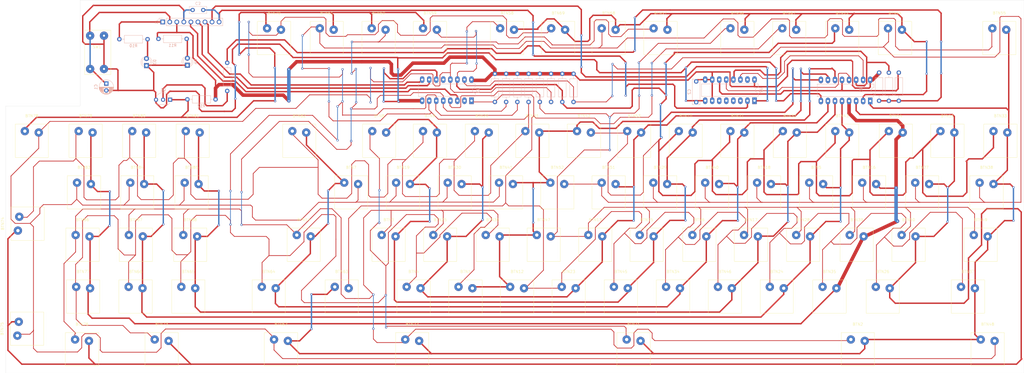
<source format=kicad_pcb>
(kicad_pcb (version 20240108) (generator "pcbnew") (generator_version "8.0")
  (layers (0 "F.Cu" signal) (31 "B.Cu" signal) (34 "B.Paste" user) (35 "F.Paste" user) (36 "B.SilkS" user "B.Silkscreen") (37 "F.SilkS" user "F.Silkscreen") (38 "B.Mask" user) (39 "F.Mask" user) (44 "Edge.Cuts" user))
  (net 0 "")
  (net 1 "KB_OUTPUT")
  (net 2 "CLK_ROWS")
  (net 3 "CLK_OUTPUT")
  (net 4 "CLEAR")
  (net 5 "ROW_NUM_BIT1")
  (net 6 "Net-(D1-A)")
  (net 8 "ROW_NUM_BIT3")
  (net 9 "Net-(Q1-B)")
  (net 11 "ROW10")
  (net 12 "Net-(D4-A)")
  (net 13 "CARD_IN")
  (net 19 "ROW3")
  (net 20 "COL5")
  (net 21 "COL1")
  (net 22 "COL6")
  (net 23 "COL0")
  (net 24 "COL2")
  (net 25 "COL3")
  (net 26 "COL4")
  (net 27 "COL7")
  (net 28 "ROW7")
  (net 29 "ROW2")
  (net 30 "ROW6")
  (net 31 "ROW0")
  (net 32 "ROW4")
  (net 33 "ROW5")
  (net 34 "ROW8")
  (net 35 "ROW1")
  (net 36 "ROW9")
  (net 37 "Net-(U1-P0)")
  (net 38 "Net-(U1-P2)")
  (net 39 "GND")
  (net 40 "VCC")
  (net 41 "LATCH")
  (net 42 "Net-(D3-A)")
  (net 43 "RESET")
  (footprint "sonic-rec9388:KEYB_BUTTON" (layer "F.Cu") (at 277 -141.6)
    (property "Reference" "BTN44")
    (property "Value" "F1")
  )
  (footprint "sonic-rec9388:KEYB_BUTTON" (layer "F.Cu") (at 94.5 -67)
    (property "Reference" "BTN3")
    (property "Value" "\"")
  )
  (footprint "sonic-rec9388:KEYB_BUTTON" (layer "F.Cu") (at 91.1 -104.5)
    (property "Reference" "BTN8")
    (property "Value" "=")
  )
  (footprint "sonic-rec9388:KEYB_BUTTON" (layer "F.Cu") (at 248.6 -85.9)
    (property "Reference" "BTN5")
    (property "Value" "E")
  )
  (footprint "sonic-rec9388:KEYB_BUTTON" (layer "F.Cu") (at 173.8 -85.9)
    (property "Reference" "BTN51")
    (property "Value" "U")
  )
  (footprint "sonic-rec9388:KEYB_BUTTON" (layer "F.Cu") (at 315 -104.5)
    (property "Reference" "BTN33")
    (property "Value" "Tilda")
  )
  (footprint "sonic-rec9388:KEYB_BUTTON" (layer "F.Cu") (at 263.2 -67)
    (property "Reference" "BTN39")
    (property "Value" "S")
  )
  (footprint "sonic-rec9388:KEYB_BUTTON" (layer "F.Cu") (at 136.8 -85.9)
    (property "Reference" "BTN41")
    (property "Value" "O")
  )
  (footprint "sonic-rec9388:KEYB_BUTTON" (layer "F.Cu") (at 206.5 -67)
    (property "Reference" "BTN6")
    (property "Value" "G")
  )
  (footprint "sonic-rec9388:KEYB_BUTTON" (layer "F.Cu") (at 137.2 -141.6)
    (property "Reference" "BTN58")
    (property "Value" "F8")
  )
  (footprint "sonic-rec9388:RESET_BTN" (layer "F.Cu") (at -10.581 -132.446)
    (property "Reference" "SW1")
    (property "Value" "RESET")
  )
  (footprint "sonic-rec9388:KEYB_BUTTON" (layer "F.Cu") (at 63.9 -67)
    (property "Reference" "BTN14")
    (property "Value" "Enter")
  )
  (footprint "sonic-rec9388:KEYB_BUTTON" (layer "F.Cu") (at -34.1 -104.5)
    (property "Reference" "BTN78")
    (property "Value" "NUM-")
  )
  (footprint "sonic-rec9388:KEYB_BUTTON" (layer "F.Cu") (at 225.1 -67)
    (property "Reference" "BTN17")
    (property "Value" "F")
  )
  (footprint "sonic-rec9388:KEYB_BUTTON" (layer "F.Cu") (at 150.4 -67)
    (property "Reference" "BTN47")
    (property "Value" "K")
  )
  (footprint "sonic-rec9388:KEYB_BUTTON" (layer "F.Cu") (at 90.9 -141.6)
    (property "Reference" "BTN60")
    (property "Value" "F10")
  )
  (footprint "sonic-rec9388:KEYB_BUTTON" (layer "F.Cu") (at 178.2 -48.3)
    (property "Reference" "BTN45")
    (property "Value" "N")
  )
  (footprint "sonic-rec9388:KEYB_BUTTON" (layer "F.Cu") (at 173.8 -141.6)
    (property "Reference" "BTN68")
    (property "Value" "F6")
  )
  (footprint "sonic-rec9388:KEYB_BUTTON" (layer "F.Cu") (at 103 -29.3)
    (property "Reference" "BTN72")
    (property "Value" "RAlt")
  )
  (footprint "sonic-rec9388:KEYB_BUTTON" (layer "F.Cu") (at 113.1 -67)
    (property "Reference" "BTN25")
    (property "Value" ":")
  )
  (footprint "sonic-rec9388:KEYB_BUTTON" (layer "F.Cu") (at 310.4 -29.3)
    (property "Reference" "BTN48")
    (property "Value" "LCtrl")
  )
  (footprint "sonic-rec9388:KEYB_BUTTON" (layer "F.Cu") (at 211.1 -85.9)
    (property "Reference" "BTN40")
    (property "Value" "T")
  )
  (footprint "sonic-rec9388:KEYB_BUTTON" (layer "F.Cu") (at 229.8 -85.9)
    (property "Reference" "BTN18")
    (property "Value" "R")
  )
  (footprint "sonic-rec9388:KEYB_BUTTON" (layer "F.Cu") (at 277.3 -104.5)
    (property "Reference" "BTN54")
    (property "Value" "2")
  )
  (footprint "sonic-rec9388:KEYB_BUTTON" (layer "F.Cu") (at 159.4 -48.3)
    (property "Reference" "BTN23")
    (property "Value" "M")
  )
  (footprint "sonic-rec9388:KEYB_BUTTON" (layer "F.Cu") (at 118.3 -85.9)
    (property "Reference" "BTN30")
    (property "Value" "P")
  )
  (footprint "sonic-rec9388:KEYB_BUTTON" (layer "F.Cu") (at 109.4 -141.6)
    (property "Reference" "BTN59")
    (property "Value" "F9")
  )
  (footprint "sonic-rec9388:KEYB_BUTTON" (layer "F.Cu") (at 215.7 -48.3)
    (property "Reference" "BTN46")
    (property "Value" "V")
  )
  (footprint "sonic-rec9388:KEYB_BUTTON" (layer "F.Cu") (at -14.7 -104.5)
    (property "Reference" "BTN79")
    (property "Value" "NUM*")
  )
  (footprint "sonic-rec9388:KEYB_BUTTON" (layer "F.Cu") (at -15.8 -67)
    (property "Reference" "BTN86")
    (property "Value" "NUM6")
  )
  (footprint "sonic-rec9388:KEYB_BUTTON" (layer "F.Cu") (at 220.2 -141.6)
    (property "Reference" "BTN56")
    (property "Value" "F4")
  )
  (footprint "sonic-rec9388:KEYB_BUTTON" (layer "F.Cu") (at 286.8 -85.9)
    (property "Reference" "BTN27")
    (property "Value" "Q")
  )
  (footprint "sonic-rec9388:KEYB_BUTTON" (layer "F.Cu") (at 303.3 -48.3)
    (property "Reference" "BTN37")
    (property "Value" "LShift")
  )
  (footprint "sonic-rec9388:KEYB_BUTTON" (layer "F.Cu") (at 169 -67)
    (property "Reference" "BTN13")
    (property "Value" "J")
  )
  (footprint "sonic-rec9388:KEYB_BUTTON" (layer "F.Cu") (at 81 -85.9)
    (property "Reference" "BTN7")
    (property "Value" "}")
  )
  (footprint "sonic-rec9388:KEYB_BUTTON" (layer "F.Cu") (at 243.9 -67)
    (property "Reference" "BTN28")
    (property "Value" "D")
  )
  (footprint "sonic-rec9388:KEYB_BUTTON" (layer "F.Cu") (at 4.6 -104.5)
    (property "Reference" "BTN80")
    (property "Value" "NUM/")
  )
  (footprint "sonic-rec9388:KEYB_BUTTON" (layer "F.Cu") (at 253.4 -48.3)
    (property "Reference" "BTN35")
    (property "Value" "X")
  )
  (footprint "sonic-rec9388:KEYB_BUTTON" (layer "F.Cu") (at 314.6 -141.6)
    (property "Reference" "BTN55")
    (property "Value" "ESC")
  )
  (footprint "sonic-rec9388:KEYB_BUTTON" (layer "F.Cu") (at 272.6 -48.3)
    (property "Reference" "BTN26")
    (property "Value" "Z")
  )
  (footprint "sonic-rec9388:KEYB_BUTTON" (layer "F.Cu") (at 155.6 -141.6)
    (property "Reference" "BTN69")
    (property "Value" "F7")
  )
  (footprint "sonic-rec9388:KEYB_BUTTON" (layer "F.Cu") (at 3.4 -67)
    (property "Reference" "BTN87")
    (property "Value" "NUM5")
  )
  (footprint "sonic-rec9388:KEYB_BUTTON" (layer "F.Cu") (at 103.5 -48.3)
    (property "Reference" "BTN4")
    (property "Value" "?")
  )
  (footprint "sonic-rec9388:KEYB_BUTTON" (layer "F.Cu") (at 12.7 -29.3)
    (property "Reference" "BTN73")
    (property "Value" "NUM0")
  )
  (footprint "sonic-rec9388:KEYB_BUTTON" (layer "F.Cu") (at 192.4 -85.9)
    (property "Reference" "BTN29")
    (property "Value" "Y")
  )
  (footprint "sonic-rec9388:KEYB_BUTTON" (layer "F.Cu") (at 258 -141.6)
    (property "Reference" "BTN22")
    (property "Value" "F2")
  )
  (footprint "sonic-rec9388:KEYB_BUTTON" (layer "F.Cu") (at 140.8 -48.3)
    (property "Reference" "BTN12")
    (property "Value" "<")
  )
  (footprint "sonic-rec9388:KEYB_BUTTON" (layer "F.Cu") (at 128.1 -104.5)
    (property "Reference" "BTN20")
    (property "Value" "0")
  )
  (footprint "sonic-rec9388:KEYB_BUTTON" (layer "F.Cu") (at 109.4 -104.5)
    (property "Reference" "BTN9")
    (property "Value" "-")
  )
  (footprint "sonic-rec9388:KEYB_BUTTON" (layer "F.Cu") (at 99.7 -85.9)
    (property "Reference" "BTN19")
    (property "Value" "{")
  )
  (footprint "sonic-rec9388:KEYB_BUTTON" (layer "F.Cu") (at 183 -104.5)
    (property "Reference" "BTN53")
    (property "Value" "7")
  )
  (footprint "sonic-rec9388:KEYB_BUTTON" (layer "F.Cu") (at -16 -29.3)
    (property "Reference" "BTN76")
    (property "Value" "NUM.")
  )
  (footprint "sonic-rec9388:KEYB_BUTTON" (layer "F.Cu") (at 295.9 -104.5)
    (property "Reference" "BTN11")
    (property "Value" "1")
  )
  (footprint "sonic-rec9388:KEYB_BUTTON" (layer "F.Cu") (at 132 -67)
    (property "Reference" "BTN36")
    (property "Value" "L")
  )
  (footprint "sonic-rec9388:KEYB_BUTTON" (layer "F.Cu") (at 146.3 -104.5)
    (property "Reference" "BTN31")
    (property "Value" "9")
  )
  (footprint "sonic-rec9388:KEYB_BUTTON" (layer "F.Cu") (at 23.9 -104.5)
    (property "Reference" "BTN81")
    (property "Value" "NumLock")
  )
  (footprint "sonic-rec9388:KEYB_BUTTON" (layer "F.Cu") (at 77.6 -48.3)
    (property "Reference" "BTN63")
    (property "Value" "RShift")
  )
  (footprint "sonic-rec9388:KEYB_BUTTON" (layer "F.Cu") (at -15.6 -48.3)
    (property "Reference" "BTN77")
    (property "Value" "NUM3")
  )
  (footprint "sonic-rec9388:KEYB_BUTTON" (layer "F.Cu") (at 182.8 -29.3)
    (property "Reference" "BTN71")
    (property "Value" "Space")
  )
  (footprint "sonic-rec9388:KEYB_BUTTON" (layer "F.Cu") (at 197 -48.3)
    (property "Reference" "BTN34")
    (property "Value" "B")
  )
  (footprint "sonic-rec9388:KEYB_BUTTON" (layer "F.Cu") (at -38.8 -33.7 90)
    (property "Reference" "BTN75")
    (property "Value" "NUM_Enter")
  )
  (footprint "sonic-rec9388:KEYB_BUTTON" (layer "F.Cu") (at 238.9 -141.6)
    (property "Reference" "BTN67")
    (property "Value" "F3")
  )
  (footprint "sonic-rec9388:KEYB_BUTTON" (layer "F.Cu") (at 22.3 -48.3)
    (property "Reference" "BTN65")
    (property "Value" "NUM1")
  )
  (footprint "sonic-rec9388:KEYB_BUTTON" (layer "F.Cu") (at -38.6 -71.6 90)
    (property "Reference" "BTN74")
    (property "Value" "NUM+")
  )
  (footprint "sonic-rec9388:KEYB_BUTTON" (layer "F.Cu") (at 155.3 -85.9)
    (property "Reference" "BTN52")
    (property "Value" "I")
  )
  (footprint "sonic-rec9388:KEYB_BUTTON" (layer "F.Cu") (at 201.6 -104.5)
    (property "Reference" "BTN10")
    (property "Value" "6")
  )
  (footprint "sonic-rec9388:KEYB_BUTTON" (layer "F.Cu") (at 192.5 -141.6)
    (property "Reference" "BTN57")
    (property "Value" "F5")
  )
  (footprint "sonic-rec9388:KEYB_BUTTON" (layer "F.Cu") (at 72.2 -141.6)
    (property "Reference" "BTN61")
    (property "Value" "F11")
  )
  (footprint "sonic-rec9388:KEYB_BUTTON" (layer "F.Cu") (at 53.2 -141.6)
    (property "Reference" "BTN70")
    (property "Value" "F12")
  )
  (footprint "sonic-rec9388:KEYB_BUTTON" (layer "F.Cu") (at 55.7 -29.3)
    (property "Reference" "BTN62")
    (property "Value" "RCtrl")
  )
  (footprint "sonic-rec9388:KEYB_BUTTON" (layer "F.Cu") (at 23.5 -85.9)
    (property "Reference" "BTN85")
    (property "Value" "NUM7")
  )
  (footprint "sonic-rec9388:KEYB_BUTTON" (layer "F.Cu") (at 307.9 -67)
    (property "Reference" "BTN49")
    (property "Value" "Caps Lock")
  )
  (footprint "sonic-rec9388:KEYB_BUTTON" (layer "F.Cu") (at 239.1 -104.5)
    (property "Reference" "BTN32")
    (property "Value" "4")
  )
  (footprint "sonic-rec9388:KEYB_BUTTON" (layer "F.Cu") (at 62.3 -104.5)
    (property "Reference" "BTN82")
    (property "Value" "Backspace")
  )
  (footprint "sonic-rec9388:KEYB_BUTTON" (layer "F.Cu") (at 281.9 -67)
    (property "Reference" "BTN50")
    (property "Value" "A")
  )
  (footprint "sonic-rec9388:KEYB_BUTTON" (layer "F.Cu") (at 263.6 -29.3)
    (property "Reference" "BTN2")
    (property "Value" "LAlt")
  )
  (footprint "sonic-rec9388:KEYB_BUTTON" (layer "F.Cu") (at 51.3 -48.3)
    (property "Reference" "BTN64")
    (property "Value" "\\")
  )
  (footprint "sonic-rec9388:KEYB_BUTTON" (layer "F.Cu") (at 234.4 -48.3)
    (property "Reference" "BTN24")
    (property "Value" "C")
  )
  (footprint "sonic-rec9388:KEYB_BUTTON" (layer "F.Cu") (at 3.3 -48.3)
    (property "Reference" "BTN66")
    (property "Value" "NUM2")
  )
  (footprint "sonic-rec9388:KEYB_BUTTON" (layer "F.Cu") (at 3.9 -85.9)
    (property "Reference" "BTN84")
    (property "Value" "NUM8")
  )
  (footprint "sonic-rec9388:KEYB_BUTTON" (layer "F.Cu") (at 187.5 -67)
    (property "Reference" "BTN15")
    (property "Value" "H")
  )
  (footprint "sonic-rec9388:KEYB_BUTTON" (layer "F.Cu") (at 220.2 -104.5)
    (property "Reference" "BTN21")
    (property "Value" "5")
  )
  (footprint "sonic-rec9388:KEYB_BUTTON" (layer "F.Cu") (at 258 -104.5)
    (property "Reference" "BTN43")
    (property "Value" "3")
  )
  (footprint "sonic-rec9388:KEYB_BUTTON" (layer "F.Cu") (at 122.2 -48.3)
    (property "Reference" "BTN1")
    (property "Value" ">")
  )
  (footprint "sonic-rec9388:KEYB_BUTTON" (layer "F.Cu") (at 267.7 -85.9)
    (property "Reference" "BTN16")
    (property "Value" "W")
  )
  (footprint "sonic-rec9388:KEYB_BUTTON" (layer "F.Cu") (at 23 -67)
    (property "Reference" "BTN88")
    (property "Value" "NUM4")
  )
  (footprint "sonic-rec9388:KEYB_BUTTON" (layer "F.Cu") (at -15.3 -85.9)
    (property "Reference" "BTN83")
    (property "Value" "NUM9")
  )
  (footprint "sonic-rec9388:KEYB_BUTTON" (layer "F.Cu") (at 310 -85.9)
    (property "Reference" "BTN38")
    (property "Value" "Tab")
  )
  (footprint "sonic-rec9388:KEYB_BUTTON" (layer "F.Cu") (at 164.9 -104.5)
    (property "Reference" "BTN42")
    (property "Value" "8")
  )
  (footprint "Resistor_THT:R_Axial_DIN0207_L6.3mm_D2.5mm_P10.16mm_Horizontal" (layer "B.Cu") (at 278.384 -126.111 -90)
    (property "Reference" "D2" (hide yes))
    (property "Value" "D")
  )
  (footprint "sonic-rec9388:CAPACITOR-3.75" (layer "B.Cu") (at 26.416 -148.717 180)
    (property "Reference" "C3")
    (property "Value" "100 pF (навесом на ногах 4-9 разъема)" (hide yes))
  )
  (footprint "Resistor_THT:R_Axial_DIN0207_L6.3mm_D2.5mm_P10.16mm_Horizontal" (layer "B.Cu") (at 136.85 -115.54 90)
    (property "Reference" "R2" (hide yes))
    (property "Value" "10K" (hide yes))
  )
  (footprint "Resistor_THT:R_Axial_DIN0207_L6.3mm_D2.5mm_P10.16mm_Horizontal" (layer "B.Cu") (at 144.95 -115.54 90)
    (property "Reference" "R4" (hide yes))
    (property "Value" "10K" (hide yes))
  )
  (footprint "Resistor_THT:R_Axial_DIN0207_L6.3mm_D2.5mm_P10.16mm_Horizontal" (layer "B.Cu") (at 21.971 -116.459)
    (property "Reference" "R12")
    (property "Value" "1M")
  )
  (footprint "Resistor_THT:R_Axial_DIN0207_L6.3mm_D2.5mm_P10.16mm_Horizontal" (layer "B.Cu") (at 11.557 -138.303)
    (property "Reference" "R11")
    (property "Value" "100")
  )
  (footprint "Resistor_THT:R_Axial_DIN0207_L6.3mm_D2.5mm_P10.16mm_Horizontal" (layer "B.Cu") (at 161.15 -115.54 90)
    (property "Reference" "R8" (hide yes))
    (property "Value" "10K" (hide yes))
  )
  (footprint "Package_DIP:DIP-16_W7.62mm_LongPads" (layer "B.Cu") (at 124.375 -115.975 90)
    (property "Reference" "U3")
    (property "Value" "4021")
  )
  (footprint "Resistor_THT:R_Axial_DIN0207_L6.3mm_D2.5mm_P10.16mm_Horizontal" (layer "B.Cu") (at -2.54 -138.176)
    (property "Reference" "R10")
    (property "Value" "100")
  )
  (footprint "Resistor_THT:R_Axial_DIN0207_L6.3mm_D2.5mm_P10.16mm_Horizontal" (layer "B.Cu") (at 271.272 -126.111 -90)
    (property "Reference" "R9" (hide yes))
    (property "Value" "10K")
  )
  (footprint "LED_THT:LED_D3.0mm" (layer "B.Cu") (at 7.239 -128.651 90)
    (property "Reference" "D3")
    (property "Value" "CARD")
  )
  (footprint "Resistor_THT:R_Axial_DIN0207_L6.3mm_D2.5mm_P10.16mm_Horizontal" (layer "B.Cu") (at 274.8 -126.1 -90)
    (property "Reference" "D1" (hide yes))
    (property "Value" "D" (hide yes))
  )
  (footprint "Resistor_THT:R_Axial_DIN0207_L6.3mm_D2.5mm_P10.16mm_Horizontal" (layer "B.Cu") (at 132.8 -115.54 90)
    (property "Reference" "R1" (hide yes))
    (property "Value" "10K" (hide yes))
  )
  (footprint "Connector_PinHeader_2.54mm:PinHeader_1x09_P2.54mm_Vertical" (layer "B.Cu") (at 13.081 -144.399 -90)
    (property "Reference" "J1")
    (property "Value" "To main board" (hide yes))
  )
  (footprint "Resistor_THT:R_Axial_DIN0207_L6.3mm_D2.5mm_P10.16mm_Horizontal" (layer "B.Cu") (at 36.322 -119.507 90)
    (property "Reference" "R13")
    (property "Value" "20K")
  )
  (footprint "Resistor_THT:R_Axial_DIN0207_L6.3mm_D2.5mm_P10.16mm_Horizontal" (layer "B.Cu") (at 153.05 -115.54 90)
    (property "Reference" "R6" (hide yes))
    (property "Value" "10K" (hide yes))
  )
  (footprint "LED_THT:LED_D3.0mm" (layer "B.Cu") (at 21.971 -128.778 90)
    (property "Reference" "D4")
    (property "Value" "POWER")
  )
  (footprint "Capacitor_THT:CP_Radial_D5.0mm_P2.50mm" (layer "B.Cu") (at -7.239 -122.174 -90)
    (property "Reference" "C1")
    (property "Value" "C_Polarized")
  )
  (footprint "Capacitor_THT:C_Rect_L9.0mm_W2.5mm_P7.50mm_MKT" (layer "B.Cu") (at 205.359 -122.936 -90)
    (property "Reference" "C2")
    (property "Value" "0.1 uF")
  )
  (footprint "Resistor_THT:R_Axial_DIN0207_L6.3mm_D2.5mm_P10.16mm_Horizontal" (layer "B.Cu") (at 157.1 -115.54 90)
    (property "Reference" "R7" (hide yes))
    (property "Value" "10K")
  )
  (footprint "Package_TO_SOT_THT:TO-92L_Inline_Wide" (layer "B.Cu") (at 15.748 -116.332 180)
    (property "Reference" "Q1")
    (property "Value" "NPN")
  )
  (footprint "Package_DIP:DIP-16_W7.62mm_LongPads" (layer "B.Cu") (at 226.375 -115.975 90)
    (property "Reference" "U2")
    (property "Value" "74LS161")
  )
  (footprint "Resistor_THT:R_Axial_DIN0207_L6.3mm_D2.5mm_P10.16mm_Horizontal" (layer "B.Cu") (at 140.9 -115.54 90)
    (property "Reference" "R3" (hide yes))
    (property "Value" "10K" (hide yes))
  )
  (footprint "Package_DIP:DIP-16_W7.62mm_LongPads" (layer "B.Cu") (at 268.075 -115.875 90)
    (property "Reference" "U1")
    (property "Value" "74LS145")
  )
  (footprint "Resistor_THT:R_Axial_DIN0207_L6.3mm_D2.5mm_P10.16mm_Horizontal" (layer "B.Cu") (at 149 -115.54 90)
    (property "Reference" "R5" (hide yes))
    (property "Value" "10K" (hide yes))
  )
  (gr_poly (pts (xy 323.5 -152.3) (xy 323.5 -17.7) (xy -43.5 -17.7) (xy -43.5 -114.1) (xy -16.7 -114.1) (xy -16.7 -152.3)) (stroke (width 0.05)) (fill none) (layer "Edge.Cuts"))
  (segment (start 39.243 -123.063) (end 34.798 -123.063) (width 0.5) (layer "F.Cu") (net 1))
  (segment (start 25.654 -132.207) (end 25.654 -140.208) (width 0.5) (layer "F.Cu") (net 1))
  (segment (start 25.654 -140.208) (end 23.114 -142.748) (width 0.5) (layer "F.Cu") (net 1))
  (segment (start 23.114 -142.748) (end 23.114 -144.272) (width 0.5) (layer "F.Cu") (net 1))
  (segment (start 119.295 -117.56) (end 118.745 -118.11) (width 0.5) (layer "F.Cu") (net 1))
  (segment (start 119.295 -115.975) (end 119.295 -117.56) (width 0.5) (layer "F.Cu") (net 1))
  (segment (start 101.473 -119.253) (end 43.053 -119.253) (width 0.5) (layer "F.Cu") (net 1))
  (segment (start 43.053 -119.253) (end 39.243 -123.063) (width 0.5) (layer "F.Cu") (net 1))
  (segment (start 34.798 -123.063) (end 25.654 -132.207) (width 0.5) (layer "F.Cu") (net 1))
  (segment (start 118.745 -118.11) (end 116.84 -118.11) (width 0.5) (layer "F.Cu") (net 1))
  (segment (start 116.84 -118.11) (end 114.808 -120.142) (width 0.5) (layer "F.Cu") (net 1))
  (segment (start 102.362 -120.142) (end 101.473 -119.253) (width 0.5) (layer "F.Cu") (net 1))
  (segment (start 114.808 -120.142) (end 102.362 -120.142) (width 0.5) (layer "F.Cu") (net 1))
  (segment (start 144.653 -148.59) (end 34.417 -148.59) (width 0.5) (layer "F.Cu") (net 2))
  (segment (start 197.612 -121.285) (end 196.977 -121.92) (width 0.5) (layer "F.Cu") (net 2))
  (segment (start 34.417 -148.59) (end 33.528 -147.701) (width 0.5) (layer "F.Cu") (net 2))
  (segment (start 196.977 -121.92) (end 180.975 -121.92) (width 0.5) (layer "F.Cu") (net 2))
  (segment (start 179.959 -129.921) (end 177.8 -132.08) (width 0.5) (layer "F.Cu") (net 2))
  (segment (start 223.393 -113.284) (end 198.374 -113.284) (width 0.5) (layer "F.Cu") (net 2))
  (segment (start 146.558 -146.685) (end 144.653 -148.59) (width 0.5) (layer "F.Cu") (net 2))
  (segment (start 179.959 -129.54) (end 179.959 -129.921) (width 0.5) (layer "F.Cu") (net 2))
  (segment (start 146.558 -144.272) (end 146.558 -146.685) (width 0.5) (layer "F.Cu") (net 2))
  (segment (start 223.835 -113.726) (end 223.393 -113.284) (width 0.5) (layer "F.Cu") (net 2))
  (segment (start 197.612 -114.046) (end 197.612 -121.285) (width 0.5) (layer "F.Cu") (net 2))
  (segment (start 198.374 -113.284) (end 197.612 -114.046) (width 0.5) (layer "F.Cu") (net 2))
  (segment (start 147.066 -132.08) (end 146.558 -132.588) (width 0.5) (layer "F.Cu") (net 2))
  (segment (start 223.835 -115.975) (end 223.835 -113.726) (width 0.5) (layer "F.Cu") (net 2))
  (segment (start 177.8 -132.08) (end 147.066 -132.08) (width 0.5) (layer "F.Cu") (net 2))
  (segment (start 179.959 -120.904) (end 179.959 -117.856) (width 0.5) (layer "F.Cu") (net 2))
  (segment (start 33.528 -147.701) (end 33.528 -144.399) (width 0.5) (layer "F.Cu") (net 2))
  (segment (start 180.975 -121.92) (end 179.959 -120.904) (width 0.5) (layer "F.Cu") (net 2))
  (via (at 179.959 -129.54) (size 0.8) (drill 0.4) (layers "F.Cu" "B.Cu") (net 2))
  (via (at 146.558 -144.272) (size 0.8) (drill 0.4) (layers "F.Cu" "B.Cu") (net 2))
  (via (at 179.959 -117.856) (size 0.8) (drill 0.4) (layers "F.Cu" "B.Cu") (net 2))
  (via (at 146.558 -132.588) (size 0.8) (drill 0.4) (layers "F.Cu" "B.Cu") (net 2))
  (segment (start 31.75 -148.717) (end 27.686 -148.717) (width 0.5) (layer "B.Cu") (net 2))
  (segment (start 179.959 -117.856) (end 179.959 -129.54) (width 0.5) (layer "B.Cu") (net 2))
  (segment (start 33.401 -144.399) (end 33.401 -147.066) (width 0.5) (layer "B.Cu") (net 2))
  (segment (start 146.558 -132.588) (end 146.558 -144.272) (width 0.5) (layer "B.Cu") (net 2))
  (segment (start 33.401 -147.066) (end 31.75 -148.717) (width 0.5) (layer "B.Cu") (net 2))
  (segment (start 43.688 -120.523) (end 39.751 -124.46) (width 0.5) (layer "F.Cu") (net 3))
  (segment (start 39.751 -124.46) (end 35.56 -124.46) (width 0.5) (layer "F.Cu") (net 3))
  (segment (start 27.305 -132.715) (end 27.305 -142.875) (width 0.5) (layer "F.Cu") (net 3))
  (segment (start 108.458 -121.412) (end 101.6 -121.412) (width 0.5) (layer "F.Cu") (net 3))
  (segment (start 100.711 -120.523) (end 43.688 -120.523) (width 0.5) (layer "F.Cu") (net 3))
  (segment (start 27.305 -142.875) (end 25.908 -144.272) (width 0.5) (layer "F.Cu") (net 3))
  (segment (start 35.56 -124.46) (end 27.305 -132.715) (width 0.5) (layer "F.Cu") (net 3))
  (segment (start 101.6 -121.412) (end 100.711 -120.523) (width 0.5) (layer "F.Cu") (net 3))
  (segment (start 109.135 -122.089) (end 108.458 -121.412) (width 0.5) (layer "F.Cu") (net 3))
  (segment (start 109.135 -123.595) (end 109.135 -122.089) (width 0.5) (layer "F.Cu") (net 3))
  (segment (start 205.486 -128.27) (end 201.803 -124.587) (width 0.5) (layer "F.Cu") (net 4))
  (segment (start 164.084 -125.984) (end 163.957 -126.111) (width 0.5) (layer "F.Cu") (net 4))
  (segment (start 201.803 -124.587) (end 165.481 -124.587) (width 0.5) (layer "F.Cu") (net 4))
  (segment (start 32.131 -150.114) (end 30.861 -148.844) (width 0.5) (layer "F.Cu") (net 4))
  (segment (start 226.399 -115.951) (end 226.375 -115.975) (width 0.5) (layer "F.Cu") (net 4))
  (segment (start 30.861 -148.844) (end 30.861 -144.272) (width 0.5) (layer "F.Cu") (net 4))
  (segment (start 231.013 -115.951) (end 226.399 -115.951) (width 0.5) (layer "F.Cu") (net 4))
  (segment (start 163.957 -148.844) (end 162.687 -150.114) (width 0.5) (layer "F.Cu") (net 4))
  (segment (start 231.013 -127.762) (end 230.505 -128.27) (width 0.5) (layer "F.Cu") (net 4))
  (segment (start 163.957 -139.573) (end 163.957 -148.844) (width 0.5) (layer "F.Cu") (net 4))
  (segment (start 165.481 -124.587) (end 164.084 -125.984) (width 0.5) (layer "F.Cu") (net 4))
  (segment (start 230.505 -128.27) (end 205.486 -128.27) (width 0.5) (layer "F.Cu") (net 4))
  (segment (start 162.687 -150.114) (end 32.131 -150.114) (width 0.5) (layer "F.Cu") (net 4))
  (segment (start 163.957 -126.111) (end 163.957 -128.143) (width 0.5) (layer "F.Cu") (net 4))
  (via (at 231.013 -115.951) (size 0.8) (drill 0.4) (layers "F.Cu" "B.Cu") (net 4))
  (via (at 163.957 -139.573) (size 0.8) (drill 0.4) (layers "F.Cu" "B.Cu") (net 4))
  (via (at 231.013 -127.762) (size 0.8) (drill 0.4) (layers "F.Cu" "B.Cu") (net 4))
  (via (at 163.957 -128.143) (size 0.8) (drill 0.4) (layers "F.Cu" "B.Cu") (net 4))
  (segment (start 163.957 -128.143) (end 163.957 -139.573) (width 0.5) (layer "B.Cu") (net 4))
  (segment (start 231.013 -115.951) (end 231.013 -127.762) (width 0.5) (layer "B.Cu") (net 4))
  (segment (start 231.013 -115.951) (end 230.989 -115.975) (width 0.5) (layer "B.Cu") (net 4))
  (segment (start 273.558 -129.794) (end 266.954 -129.794) (width 0.5) (layer "F.Cu") (net 5))
  (segment (start 235.8 -126.4) (end 234.7 -125.3) (width 0.5) (layer "F.Cu") (net 5))
  (segment (start 265.9 -121.3) (end 266.8 -122.2) (width 0.5) (layer "F.Cu") (net 5))
  (segment (start 230.1 -125.3) (end 228.4 -127) (width 0.5) (layer "F.Cu") (net 5))
  (segment (start 266.8 -131.7) (end 264.7 -133.8) (width 0.5) (layer "F.Cu") (net 5))
  (segment (start 266.8 -122.2) (end 266.8 -131.7) (width 0.5) (layer "F.Cu") (net 5))
  (segment (start 264.7 -133.8) (end 238.1 -133.8) (width 0.5) (layer "F.Cu") (net 5))
  (segment (start 262.995 -121.805) (end 263.4 -121.4) (width 0.5) (layer "F.Cu") (net 5))
  (segment (start 219 -123.9) (end 218.7 -123.6) (width 0.5) (layer "F.Cu") (net 5))
  (segment (start 262.995 -123.495) (end 262.995 -121.805) (width 0.5) (layer "F.Cu") (net 5))
  (segment (start 219 -126.5) (end 219 -123.9) (width 0.5) (layer "F.Cu") (net 5))
  (segment (start 238.1 -133.8) (end 235.8 -131.5) (width 0.5) (layer "F.Cu") (net 5))
  (segment (start 274.8 -126.1) (end 274.8 -128.552) (width 0.5) (layer "F.Cu") (net 5))
  (segment (start 263.4 -121.4) (end 265.8 -121.4) (width 0.5) (layer "F.Cu") (net 5))
  (segment (start 219.5 -127) (end 219 -126.5) (width 0.5) (layer "F.Cu") (net 5))
  (segment (start 228.4 -127) (end 219.5 -127) (width 0.5) (layer "F.Cu") (net 5))
  (segment (start 234.7 -125.3) (end 230.1 -125.3) (width 0.5) (layer "F.Cu") (net 5))
  (segment (start 235.8 -131.5) (end 235.8 -126.4) (width 0.5) (layer "F.Cu") (net 5))
  (segment (start 274.8 -128.552) (end 273.558 -129.794) (width 0.5) (layer "F.Cu") (net 5))
  (segment (start 265.8 -121.4) (end 265.9 -121.3) (width 0.5) (layer "F.Cu") (net 5))
  (segment (start 271.399 -115.951) (end 271.41 -115.94) (width 0.5) (layer "F.Cu") (net 6))
  (segment (start 144.653 -135.763) (end 148.844 -135.763) (width 0.5) (layer "F.Cu") (net 6))
  (segment (start 61.595 -133.35) (end 114.3 -133.35) (width 0.5) (layer "F.Cu") (net 6))
  (segment (start 114.3 -133.35) (end 115.697 -134.747) (width 0.5) (layer "F.Cu") (net 6))
  (segment (start 183.261 -145.923) (end 186.055 -148.717) (width 0.5) (layer "F.Cu") (net 6))
  (segment (start 36.322 -134.62) (end 39.624 -137.922) (width 0.5) (layer "F.Cu") (net 6))
  (segment (start 151.13 -133.477) (end 182.626 -133.477) (width 0.5) (layer "F.Cu") (net 6))
  (segment (start 39.624 -137.922) (end 57.023 -137.922) (width 0.5) (layer "F.Cu") (net 6))
  (segment (start 186.055 -148.717) (end 195.961 -148.717) (width 0.5) (layer "F.Cu") (net 6))
  (segment (start 278 -115.94) (end 271.41 -115.94) (width 0.5) (layer "F.Cu") (net 6))
  (segment (start 182.626 -133.477) (end 183.261 -134.112) (width 0.5) (layer "F.Cu") (net 6))
  (segment (start 293.624 -147.574) (end 293.624 -137.287) (width 0.5) (layer "F.Cu") (net 6))
  (segment (start 133.35 -133.096) (end 141.986 -133.096) (width 0.5) (layer "F.Cu") (net 6))
  (segment (start 115.697 -134.747) (end 131.699 -134.747) (width 0.5) (layer "F.Cu") (net 6))
  (segment (start 36.322 -129.667) (end 36.322 -134.62) (width 0.5) (layer "F.Cu") (net 6))
  (segment (start 195.961 -148.717) (end 292.481 -148.717) (width 0.5) (layer "F.Cu") (net 6))
  (segment (start 292.481 -148.717) (end 293.624 -147.574) (width 0.5) (layer "F.Cu") (net 6))
  (segment (start 292.354 -115.951) (end 277.876 -115.951) (width 0.5) (layer "F.Cu") (net 6))
  (segment (start 57.023 -137.922) (end 61.595 -133.35) (width 0.5) (layer "F.Cu") (net 6))
  (segment (start 293.624 -125.857) (end 293.624 -117.221) (width 0.5) (layer "F.Cu") (net 6))
  (segment (start 131.699 -134.747) (end 133.35 -133.096) (width 0.5) (layer "F.Cu") (net 6))
  (segment (start 148.844 -135.763) (end 151.13 -133.477) (width 0.5) (layer "F.Cu") (net 6))
  (segment (start 293.624 -117.221) (end 292.354 -115.951) (width 0.5) (layer "F.Cu") (net 6))
  (segment (start 141.986 -133.096) (end 144.653 -135.763) (width 0.5) (layer "F.Cu") (net 6))
  (via (at 293.624 -125.857) (size 0.8) (drill 0.4) (layers "F.Cu" "B.Cu") (net 6))
  (via (at 183.261 -134.112) (size 0.8) (drill 0.4) (layers "F.Cu" "B.Cu") (net 6))
  (via (at 183.261 -145.923) (size 0.8) (drill 0.4) (layers "F.Cu" "B.Cu") (net 6))
  (via (at 293.624 -137.287) (size 0.8) (drill 0.4) (layers "F.Cu" "B.Cu") (net 6))
  (segment (start 293.624 -137.287) (end 293.624 -125.857) (width 0.5) (layer "B.Cu") (net 6))
  (segment (start 183.261 -134.112) (end 183.261 -145.923) (width 0.5) (layer "B.Cu") (net 6))
  (segment (start 257.5 -119.6) (end 237 -119.6) (width 0.5) (layer "F.Cu") (net 8))
  (segment (start 257.5 -119.6) (end 277.275 -119.6) (width 0.5) (layer "F.Cu") (net 8))
  (segment (start 257.915 -120.015) (end 257.5 -119.6) (width 0.5) (layer "F.Cu") (net 8))
  (segment (start 213.8 -119.3) (end 213.8 -123.7) (width 0.5) (layer "F.Cu") (net 8))
  (segment (start 214.7 -118.4) (end 213.8 -119.3) (width 0.5) (layer "F.Cu") (net 8))
  (segment (start 277.275 -119.6) (end 277.368 -119.507) (width 0.5) (layer "F.Cu") (net 8))
  (segment (start 237 -119.6) (end 235.8 -118.4) (width 0.5) (layer "F.Cu") (net 8))
  (segment (start 235.8 -118.4) (end 214.7 -118.4) (width 0.5) (layer "F.Cu") (net 8))
  (segment (start 278.13 -120.269) (end 278.13 -125.73) (width 0.5) (layer "F.Cu") (net 8))
  (segment (start 277.368 -119.507) (end 278.13 -120.269) (width 0.5) (layer "F.Cu") (net 8))
  (segment (start 278.13 -125.73) (end 278.003 -125.857) (width 0.5) (layer "F.Cu") (net 8))
  (segment (start 257.915 -123.495) (end 257.915 -120.015) (width 0.5) (layer "F.Cu") (net 8))
  (segment (start 34.671 -114.173) (end 36.322 -115.824) (width 0.5) (layer "F.Cu") (net 9))
  (segment (start 28.321 -114.808) (end 28.956 -114.173) (width 0.5) (layer "F.Cu") (net 9))
  (segment (start 13.208 -116.332) (end 13.208 -120.269) (width 0.5) (layer "F.Cu") (net 9))
  (segment (start 28.956 -114.173) (end 34.671 -114.173) (width 0.5) (layer "F.Cu") (net 9))
  (segment (start 13.208 -120.269) (end 14.605 -121.666) (width 0.5) (layer "F.Cu") (net 9))
  (segment (start 14.605 -121.666) (end 27.178 -121.666) (width 0.5) (layer "F.Cu") (net 9))
  (segment (start 36.322 -115.824) (end 36.322 -119.507) (width 0.5) (layer "F.Cu") (net 9))
  (segment (start 27.178 -121.666) (end 28.321 -120.523) (width 0.5) (layer "F.Cu") (net 9))
  (segment (start 28.321 -120.523) (end 28.321 -114.808) (width 0.5) (layer "F.Cu") (net 9))
  (segment (start 49.657 -147.828) (end 50.292 -147.193) (width 0.5) (layer "F.Cu") (net 11))
  (segment (start 73.66 -147.828) (end 87.63 -147.828) (width 0.5) (layer "F.Cu") (net 11))
  (segment (start 49.657 -147.828) (end 73.66 -147.828) (width 0.5) (layer "F.Cu") (net 11))
  (segment (start 88.392 -147.066) (end 88.392 -142.113) (width 0.5) (layer "F.Cu") (net 11))
  (segment (start 50.292 -142.494) (end 50.8 -141.986) (width 0.5) (layer "F.Cu") (net 11))
  (segment (start 107.188 -144.907) (end 107.188 -141.986) (width 0.5) (layer "F.Cu") (net 11))
  (segment (start 45.847 -115.951) (end 53.467 -115.951) (width 0.5) (layer "F.Cu") (net 11))
  (segment (start 104.267 -147.828) (end 107.188 -144.907) (width 0.5) (layer "F.Cu") (net 11))
  (segment (start 15.748 -116.332) (end 21.971 -116.332) (width 0.5) (layer "F.Cu") (net 11))
  (segment (start 87.63 -147.828) (end 104.267 -147.828) (width 0.5) (layer "F.Cu") (net 11))
  (segment (start 53.467 -127.889) (end 53.467 -133.223) (width 0.5) (layer "F.Cu") (net 11))
  (segment (start 53.467 -133.223) (end 51.689 -135.001) (width 0.5) (layer "F.Cu") (net 11))
  (segment (start 19.812 -109.982) (end 22.225 -112.395) (width 0.5) (layer "F.Cu") (net 11))
  (segment (start -36.6 -105) (end -36.6 -105.767) (width 0.5) (layer "F.Cu") (net 11))
  (segment (start 87.63 -147.828) (end 88.392 -147.066) (width 0.5) (layer "F.Cu") (net 11))
  (segment (start 50.292 -147.193) (end 50.292 -142.494) (width 0.5) (layer "F.Cu") (net 11))
  (segment (start 40.64 -144.399) (end 40.64 -147.193) (width 0.5) (layer "F.Cu") (net 11))
  (segment (start 22.225 -112.395) (end 22.225 -116.332) (width 0.5) (layer "F.Cu") (net 11))
  (segment (start 19.812 -109.982) (end 39.878 -109.982) (width 0.5) (layer "F.Cu") (net 11))
  (segment (start -36.6 -105.767) (end -32.385 -109.982) (width 0.5) (layer "F.Cu") (net 11))
  (segment (start 74.549 -146.939) (end 74.549 -141.478) (width 0.5) (layer "F.Cu") (net 11))
  (segment (start 73.66 -147.828) (end 74.549 -146.939) (width 0.5) (layer "F.Cu") (net 11))
  (segment (start 41.275 -147.828) (end 49.657 -147.828) (width 0.5) (layer "F.Cu") (net 11))
  (segment (start 43.053 -135.001) (end 40.64 -132.588) (width 0.5) (layer "F.Cu") (net 11))
  (segment (start -32.385 -109.982) (end 19.812 -109.982) (width 0.5) (layer "F.Cu") (net 11))
  (segment (start 39.878 -109.982) (end 45.847 -115.951) (width 0.5) (layer "F.Cu") (net 11))
  (segment (start 40.64 -147.193) (end 41.275 -147.828) (width 0.5) (layer "F.Cu") (net 11))
  (segment (start 107.188 -141.986) (end 106.934 -141.732) (width 0.5) (layer "F.Cu") (net 11))
  (segment (start 53.467 -115.951) (end 53.594 -115.824) (width 0.5) (layer "F.Cu") (net 11))
  (segment (start 51.689 -135.001) (end 43.053 -135.001) (width 0.5) (layer "F.Cu") (net 11))
  (via (at 53.467 -127.889) (size 0.8) (drill 0.4) (layers "F.Cu" "B.Cu") (net 11))
  (via (at 40.64 -144.399) (size 0.8) (drill 0.4) (layers "F.Cu" "B.Cu") (net 11))
  (via (at 40.64 -132.588) (size 0.8) (drill 0.4) (layers "F.Cu" "B.Cu") (net 11))
  (via (at 53.594 -115.824) (size 0.8) (drill 0.4) (layers "F.Cu" "B.Cu") (net 11))
  (segment (start 53.594 -115.824) (end 53.594 -127.762) (width 0.5) (layer "B.Cu") (net 11))
  (segment (start 40.64 -132.588) (end 40.64 -144.399) (width 0.5) (layer "B.Cu") (net 11))
  (segment (start 53.594 -127.762) (end 53.467 -127.889) (width 0.5) (layer "B.Cu") (net 11))
  (segment (start 21.971 -131.318) (end 21.971 -138.303) (width 0.5) (layer "F.Cu") (net 12))
  (segment (start 21.971 -138.303) (end 21.844 -138.43) (width 0.5) (layer "F.Cu") (net 12))
  (segment (start -1.778 -144.399) (end -2.54 -143.637) (width 0.5) (layer "F.Cu") (net 13))
  (segment (start -2.54 -143.637) (end -2.54 -138.049) (width 0.5) (layer "F.Cu") (net 13))
  (segment (start 13.081 -144.399) (end -1.778 -144.399) (width 0.5) (layer "F.Cu") (net 13))
  (segment (start 277.9 -108.8) (end 279.8 -106.9) (width 1.27) (layer "F.Cu") (net 19))
  (segment (start 243.1 -35.5) (end 3 -35.5) (width 0.5) (layer "F.Cu") (net 19))
  (segment (start 260.455 -115.875) (end 260.455 -111.445) (width 1.27) (layer "F.Cu") (net 19))
  (segment (start 279.8 -104.4) (end 277.4 -102) (width 1.27) (layer "F.Cu") (net 19))
  (segment (start 277.9 -72.5) (end 265.7 -66.8) (width 1.27) (layer "F.Cu") (net 19))
  (segment (start -13.1 -48.3) (end -13.1 -67) (width 0.5) (layer "F.Cu") (net 19))
  (segment (start -10 -67) (end -6.1 -70.9) (width 0.5) (layer "F.Cu") (net 19))
  (segment (start -13.3 -67) (end -10 -67) (width 0.5) (layer "F.Cu") (net 19))
  (segment (start 255.9 -48.3) (end 243.1 -35.5) (width 0.5) (layer "F.Cu") (net 19))
  (segment (start -12.8 -85.9) (end -12.8 -104.6) (width 0.5) (layer "F.Cu") (net 19))
  (segment (start -13.8 -47.6) (end -13.1 -48.3) (width 0.5) (layer "F.Cu") (net 19))
  (segment (start -13.1 -67) (end -12.9 -67.2) (width 0.5) (layer "F.Cu") (net 19))
  (segment (start 277.4 -102) (end 277.4 -84.5) (width 1.27) (layer "F.Cu") (net 19))
  (segment (start -6 -83.2) (end -10.4 -83.2) (width 0.5) (layer "F.Cu") (net 19))
  (segment (start 265.7 -67) (end 256 -47.9) (width 1.27) (layer "F.Cu") (net 19))
  (segment (start 270.2 -85.9) (end 271.7 -84.4) (width 0.5) (layer "F.Cu") (net 19))
  (segment (start 271.7 -84.4) (end 277.6 -84.4) (width 0.5) (layer "F.Cu") (net 19))
  (segment (start -13.3 -48.9) (end -13 -48.6) (width 0.5) (layer "F.Cu") (net 19))
  (segment (start -12.4 -37.5) (end -13.8 -38.9) (width 0.5) (layer "F.Cu") (net 19))
  (segment (start -13.8 -38.9) (end -13.8 -47.6) (width 0.5) (layer "F.Cu") (net 19))
  (segment (start 279.8 -106.9) (end 279.8 -104.4) (width 1.27) (layer "F.Cu") (net 19))
  (segment (start 3 -35.5) (end 1 -37.5) (width 0.5) (layer "F.Cu") (net 19))
  (segment (start 263.1 -108.8) (end 277.9 -108.8) (width 1.27) (layer "F.Cu") (net 19))
  (segment (start 260.455 -111.445) (end 263.1 -108.8) (width 1.27) (layer "F.Cu") (net 19))
  (segment (start -10.4 -83.2) (end -12.9 -85.7) (width 0.5) (layer "F.Cu") (net 19))
  (segment (start -12.8 -104.6) (end -12.9 -104.7) (width 0.5) (layer "F.Cu") (net 19))
  (segment (start 1 -37.5) (end -12.4 -37.5) (width 0.5) (layer "F.Cu") (net 19))
  (via (at 277.9 -72.5) (size 0.8) (drill 0.4) (layers "F.Cu" "B.Cu") (net 19))
  (via (at -6 -83.2) (size 0.8) (drill 0.4) (layers "F.Cu" "B.Cu") (net 19))
  (via (at 277.4 -84.5) (size 0.8) (drill 0.4) (layers "F.Cu" "B.Cu") (net 19))
  (via (at -6.1 -70.9) (size 0.8) (drill 0.4) (layers "F.Cu" "B.Cu") (net 19))
  (segment (start 277.4 -84.5) (end 277.4 -73) (width 1.27) (layer "B.Cu") (net 19))
  (segment (start -6 -71) (end -6 -83.2) (width 0.5) (layer "B.Cu") (net 19))
  (segment (start 277.4 -73) (end 277.9 -72.5) (width 1.27) (layer "B.Cu") (net 19))
  (segment (start -6.1 -70.9) (end -6 -71) (width 0.5) (layer "B.Cu") (net 19))
  (segment (start 204.9 -83.2) (end 203.5 -81.8) (width 0.5) (layer "F.Cu") (net 20))
  (segment (start 112 -140.4) (end 112 -141.4) (width 0.25) (layer "F.Cu") (net 20))
  (segment (start 229.8 -95) (end 229.8 -98.2) (width 0.5) (layer "F.Cu") (net 20))
  (segment (start 280.9 -82.9) (end 280.9 -93.9) (width 0.5) (layer "F.Cu") (net 20))
  (segment (start 179.8 -104.3) (end 167.9 -104.3) (width 0.25) (layer "F.Cu") (net 20))
  (segment (start 255.4 -100.7) (end 255.4 -105) (width 0.5) (layer "F.Cu") (net 20))
  (segment (start 119.295 -123.595) (end 119.295 -125.995) (width 0.25) (layer "F.Cu") (net 20))
  (segment (start 194.5 -116.6) (end 194.5 -118) (width 0.5) (layer "F.Cu") (net 20))
  (segment (start 119.1 -121.2) (end 119.1 -123.3) (width 0.5) (layer "F.Cu") (net 20))
  (segment (start 280.9 -93.9) (end 281 -93.9) (width 0.5) (layer "F.Cu") (net 20))
  (segment (start 119.295 -125.995) (end 119.8 -126.5) (width 0.25) (layer "F.Cu") (net 20))
  (segment (start 211 -94.6) (end 217.4 -101) (width 0.5) (layer "F.Cu") (net 20))
  (segment (start 193.3 -81.8) (end 191.9 -83.2) (width 0.5) (layer "F.Cu") (net 20))
  (segment (start 255.2 -137.5) (end 255.2 -141.9) (width 0.5) (layer "F.Cu") (net 20))
  (segment (start 191.9 -83.2) (end 191.9 -97.8) (width 0.5) (layer "F.Cu") (net 20))
  (segment (start 302.9 -93.9) (end 302.7 -94.1) (width 0.5) (layer "F.Cu") (net 20))
  (segment (start 302.9 -82.9) (end 302.9 -93.9) (width 0.5) (layer "F.Cu") (net 20))
  (segment (start 221.9 -82.1) (end 212.5 -82.1) (width 0.5) (layer "F.Cu") (net 20))
  (segment (start 197.5 -133.4) (end 231.6 -133.4) (width 0.5) (layer "F.Cu") (net 20))
  (segment (start 274.8 -105) (end 268 -98.2) (width 0.5) (layer "F.Cu") (net 20))
  (segment (start 268 -98.2) (end 268 -94.8) (width 0.5) (layer "F.Cu") (net 20))
  (segment (start 242.3 -82.5) (end 241.9 -82.1) (width 0.5) (layer "F.Cu") (net 20))
  (segment (start 180.5 -105) (end 179.8 -104.3) (width 0.25) (layer "F.Cu") (net 20))
  (segment (start 224.9 -95) (end 223.8 -93.9) (width 0.5) (layer "F.Cu") (net 20))
  (segment (start 167.9 -104.3) (end 167.4 -104.8) (width 0.25) (layer "F.Cu") (net 20))
  (segment (start 125.2 -138.9) (end 113.5 -138.9) (width 0.25) (layer "F.Cu") (net 20))
  (segment (start 301.5 -81.5) (end 302.9 -82.9) (width 0.5) (layer "F.Cu") (net 20))
  (segment (start 157.1 -115) (end 157.1 -115.5) (width 0.5) (layer "F.Cu") (net 20))
  (segment (start 260.6 -81.7) (end 249.7 -81.7) (width 0.5) (layer "F.Cu") (net 20))
  (segment (start 211.2 -83.4) (end 211.2 -94.4) (width 0.5) (layer "F.Cu") (net 20))
  (segment (start 125.1 -126.6) (end 126.2 -127.7) (width 0.25) (layer "F.Cu") (net 20))
  (segment (start 242.3 -93.2) (end 242.3 -82.5) (width 0.5) (layer "F.Cu") (net 20))
  (segment (start 191.9 -101.7) (end 192.9 -102.7) (width 0.5) (layer "F.Cu") (net 20))
  (segment (start 287 -98.6) (end 287 -82.8) (width 0.5) (layer "F.Cu") (net 20))
  (segment (start 119.8 -126.5) (end 119.9 -126.6) (width 0.25) (layer "F.Cu") (net 20))
  (segment (start 206.1 -94.4) (end 204.9 -93.2) (width 0.5) (layer "F.Cu") (net 20))
  (segment (start 261.6 -94.3) (end 261.6 -82.7) (width 0.5) (layer "F.Cu") (net 20))
  (segment (start 288.3 -81.5) (end 301.5 -81.5) (width 0.5) (layer "F.Cu") (net 20))
  (segment (start 308.5 -95) (end 312.5 -99) (width 0.5) (layer "F.Cu") (net 20))
  (segment (start 283.6 -95.3) (end 293.4 -105.1) (width 0.5) (layer "F.Cu") (net 20))
  (segment (start 181.6 -113.3) (end 158.8 -113.3) (width 0.5) (layer "F.Cu") (net 20))
  (segment (start 126 -139.7) (end 125.2 -138.9) (width 0.25) (layer "F.Cu") (net 20))
  (segment (start 279.9 -81.9) (end 280.9 -82.9) (width 0.5) (layer "F.Cu") (net 20))
  (segment (start 268 -94.8) (end 262.1 -94.8) (width 0.5) (layer "F.Cu") (net 20))
  (segment (start 248.7 -94) (end 255.4 -100.7) (width 0.5) (layer "F.Cu") (net 20))
  (segment (start 229.8 -98.2) (end 236.4 -104.8) (width 0.5) (layer "F.Cu") (net 20))
  (segment (start 119.9 -126.6) (end 125.1 -126.6) (width 0.25) (layer "F.Cu") (net 20))
  (segment (start 203.5 -81.8) (end 193.3 -81.8) (width 0.5) (layer "F.Cu") (net 20))
  (segment (start 302.7 -94.1) (end 303.6 -95) (width 0.5) (layer "F.Cu") (net 20))
  (segment (start 268 -94.8) (end 268 -83) (width 0.5) (layer "F.Cu") (net 20))
  (segment (start 191.9 -97.8) (end 191.9 -101.7) (width 0.5) (layer "F.Cu") (net 20))
  (segment (start 217.4 -101) (end 217.4 -105.2) (width 0.5) (layer "F.Cu") (net 20))
  (segment (start 183 -120.5) (end 182.3 -119.8) (width 0.5) (layer "F.Cu") (net 20))
  (segment (start 248.7 -82.7) (end 248.7 -94) (width 0.5) (layer "F.Cu") (net 20))
  (segment (start 229.8 -83) (end 229.8 -95) (width 0.5) (layer "F.Cu") (net 20))
  (segment (start 197.5 -132.9) (end 197.5 -133.4) (width 0.5) (layer "F.Cu") (net 20))
  (segment (start 312.5 -99) (end 312.5 -105.1) (width 0.5) (layer "F.Cu") (net 20))
  (segment (start 192 -120.5) (end 183 -120.5) (width 0.5) (layer "F.Cu") (net 20))
  (segment (start 229.8 -95) (end 224.9 -95) (width 0.5) (layer "F.Cu") (net 20))
  (segment (start 154.9 -121.8) (end 133.1 -121.8) (width 0.5) (layer "F.Cu") (net 20))
  (segment (start 269.1 -81.9) (end 279.9 -81.9) (width 0.5) (layer "F.Cu") (net 20))
  (segment (start 185.293 -81.915) (end 186.309 -82.931) (width 0.25) (layer "F.Cu") (net 20))
  (segment (start 174.625 -81.915) (end 185.293 -81.915) (width 0.25) (layer "F.Cu") (net 20))
  (segment (start 254.4 -136.7) (end 255.2 -137.5) (width 0.5) (layer "F.Cu") (net 20))
  (segment (start 194.1 -129.5) (end 197.5 -132.9) (width 0.5) (layer "F.Cu") (net 20))
  (segment (start 211.2 -94.4) (end 211 -94.6) (width 0.5) (layer "F.Cu") (net 20))
  (segment (start 186.309 -82.931) (end 186.309 -96.139) (width 0.25) (layer "F.Cu") (net 20))
  (segment (start 293.4 -105) (end 287 -98.6) (width 0.5) (layer "F.Cu") (net 20))
  (segment (start 261.6 -82.7) (end 260.6 -81.7) (width 0.5) (layer "F.Cu") (net 20))
  (segment (start 212.5 -82.1) (end 211.2 -83.4) (width 0.5) (layer "F.Cu") (net 20))
  (segment (start 303.6 -95) (end 308.5 -95) (width 0.5) (layer "F.Cu") (net 20))
  (segment (start 287 -82.8) (end 288.3 -81.5) (width 0.5) (layer "F.Cu") (net 20))
  (segment (start 120.2 -120.1) (end 119.1 -121.2) (width 0.5) (layer "F.Cu") (net 20))
  (segment (start 211.2 -94.4) (end 206.1 -94.4) (width 0.5) (layer "F.Cu") (net 20))
  (segment (start 281 -93.9) (end 282.4 -95.3) (width 0.5) (layer "F.Cu") (net 20))
  (segment (start 173.6 -82.94) (end 174.625 -81.915) (width 0.25) (layer "F.Cu") (net 20))
  (segment (start 191.9 -97.8) (end 198.6 -104.5) (width 0.5) (layer "F.Cu") (net 20))
  (segment (start 262.1 -94.8) (end 261.6 -94.3) (width 0.5) (layer "F.Cu") (net 20))
  (segment (start 223.8 -93.9) (end 223.8 -84) (width 0.5) (layer "F.Cu") (net 20))
  (segment (start 157.1 -119.6) (end 154.9 -121.8) (width 0.5) (layer "F.Cu") (net 20))
  (segment (start 186.309 -96.139) (end 192.786 -102.616) (width 0.25) (layer "F.Cu") (net 20))
  (segment (start 131.4 -120.1) (end 120.2 -120.1) (width 0.5) (layer "F.Cu") (net 20))
  (segment (start 180.6 -104.9) (end 180.6 -100.5) (width 0.25) (layer "F.Cu") (net 20))
  (segment (start 133.1 -121.8) (end 131.4 -120.1) (width 0.5) (layer "F.Cu") (net 20))
  (segment (start 173.6 -93.5) (end 173.6 -82.94) (width 0.25) (layer "F.Cu") (net 20))
  (segment (start 249.7 -81.7) (end 248.7 -82.7) (width 0.5) (layer "F.Cu") (net 20))
  (segment (start 113.5 -138.9) (end 112 -140.4) (width 0.25) (layer "F.Cu") (net 20))
  (segment (start 223.8 -84) (end 221.9 -82.1) (width 0.5) (layer "F.Cu") (net 20))
  (segment (start 126 -141.1) (end 126 -139.7) (width 0.25) (layer "F.Cu") (net 20))
  (segment (start 234.9 -136.7) (end 254.4 -136.7) (width 0.5) (layer "F.Cu") (net 20))
  (segment (start 248.7 -94) (end 243.1 -94) (width 0.5) (layer "F.Cu") (net 20))
  (segment (start 194.5 -118) (end 192 -120.5) (width 0.5) (layer "F.Cu") (net 20))
  (segment (start 204.9 -93.2) (end 204.9 -83.2) (width 0.5) (layer "F.Cu") (net 20))
  (segment (start 126.2 -127.7) (end 126.2 -129.4) (width 0.25) (layer "F.Cu") (net 20))
  (segment (start 182.3 -119.8) (end 182.3 -114) (width 0.5) (layer "F.Cu") (net 20))
  (segment (start 158.8 -113.3) (end 157.1 -115) (width 0.5) (layer "F.Cu") (net 20))
  (segment (start 180.6 -100.5) (end 173.6 -93.5) (width 0.25) (layer "F.Cu") (net 20))
  (segment (start 243.1 -94) (end 242.3 -93.2) (width 0.5) (layer "F.Cu") (net 20))
  (segment (start 230.7 -82.1) (end 229.8 -83) (width 0.5) (layer "F.Cu") (net 20))
  (segment (start 182.3 -114) (end 181.6 -113.3) (width 0.5) (layer "F.Cu") (net 20))
  (segment (start 192.5 -114.6) (end 194.5 -116.6) (width 0.5) (layer "F.Cu") (net 20))
  (segment (start 241.9 -82.1) (end 230.7 -82.1) (width 0.5) (layer "F.Cu") (net 20))
  (segment (start 268 -83) (end 269.1 -81.9) (width 0.5) (layer "F.Cu") (net 20))
  (segment (start 282.4 -95.3) (end 283.6 -95.3) (width 0.5) (layer "F.Cu") (net 20))
  (segment (start 231.6 -133.4) (end 234.9 -136.7) (width 0.5) (layer "F.Cu") (net 20))
  (segment (start 157.1 -115.54) (end 157.1 -119.6) (width 0.5) (layer "F.Cu") (net 20))
  (via (at 192.9 -102.7) (size 0.8) (drill 0.4) (layers "F.Cu" "B.Cu") (net 20))
  (via (at 126.2 -129.4) (size 0.8) (drill 0.4) (layers "F.Cu" "B.Cu") (net 20))
  (via (at 126 -141.1) (size 0.8) (drill 0.4) (layers "F.Cu" "B.Cu") (net 20))
  (via (at 194.5 -118) (size 0.8) (drill 0.4) (layers "F.Cu" "B.Cu") (net 20))
  (via (at 194.1 -129.5) (size 0.8) (drill 0.4) (layers "F.Cu" "B.Cu") (net 20))
  (via (at 192.5 -114.6) (size 0.8) (drill 0.4) (layers "F.Cu" "B.Cu") (net 20))
  (segment (start 192.5 -103.1) (end 192.5 -114.6) (width 0.5) (layer "B.Cu") (net 20))
  (segment (start 126.2 -129.4) (end 126.2 -140.9) (width 0.25) (layer "B.Cu") (net 20))
  (segment (start 194.5 -129.1) (end 194.1 -129.5) (width 0.5) (layer "B.Cu") (net 20))
  (segment (start 192.9 -102.7) (end 192.5 -103.1) (width 0.5) (layer "B.Cu") (net 20))
  (segment (start 194.5 -118) (end 194.5 -129.1) (width 0.5) (layer "B.Cu") (net 20))
  (segment (start 126.2 -140.9) (end 126 -141.1) (width 0.25) (layer "B.Cu") (net 20))
  (segment (start 90.8 -43.1) (end 93.5 -45.8) (width 0.25) (layer "F.Cu") (net 21))
  (segment (start 51.4 -60.1) (end 48.9 -57.6) (width 0.25) (layer "F.Cu") (net 21))
  (segment (start 45.6 -124.5) (end 44.1 -126) (width 0.25) (layer "F.Cu") (net 21))
  (segment (start -3 -62.5) (end -3 -73.1) (width 0.25) (layer "F.Cu") (net 21))
  (segment (start 96.3 -144.9) (end 97.7 -143.5) (width 0.25) (layer "F.Cu") (net 21))
  (segment (start 141.2 -138.7) (end 143 -140.5) (width 0.25) (layer "F.Cu") (net 21))
  (segment (start 111.5 -112.6) (end 111.5 -115.9) (width 0.25) (layer "F.Cu") (net 21))
  (segment (start 75.5 -59.9) (end 63.1 -47.5) (width 0.25) (layer "F.Cu") (net 21))
  (segment (start 100.9 -74.9) (end 110.9 -74.9) (width 0.25) (layer "F.Cu") (net 21))
  (segment (start 18 -60.4) (end 16.4 -62) (width 0.25) (layer "F.Cu") (net 21))
  (segment (start 120.9 -75.4) (end 129.9 -75.4) (width 0.25) (layer "F.Cu") (net 21))
  (segment (start 73.1 -139.2) (end 79.1 -139.2) (width 0.25) (layer "F.Cu") (net 21))
  (segment (start -4.4 -74.5) (end -14 -74.5) (width 0.25) (layer "F.Cu") (net 21))
  (segment (start 77.9 -110.7) (end 77.9 -115.7) (width 0.25) (layer "F.Cu") (net 21))
  (segment (start 107.9 -117.5) (end 107.9 -113.5) (width 0.25) (layer "F.Cu") (net 21))
  (segment (start 55.7 -141.6) (end 55.7 -144.6) (width 0.25) (layer "F.Cu") (net 21))
  (segment (start 104.5 -61) (end 104.5 -52.5) (width 0.25) (layer "F.Cu") (net 21))
  (segment (start 90.8 -143.5) (end 92.2 -144.9) (width 0.25) (layer "F.Cu") (net 21))
  (segment (start 55.7 -144.6) (end 57.2 -146.1) (width 0.25) (layer "F.Cu") (net 21))
  (segment (start 113 -67.5) (end 120.9 -75.4) (width 0.25) (layer "F.Cu") (net 21))
  (segment (start 129.1 -70.3) (end 127.7 -70.3) (width 0.25) (layer "F.Cu") (net 21))
  (segment (start -14 -74.5) (end -15.8 -72.7) (width 0.25) (layer "F.Cu") (net 21))
  (segment (start 22.1 -60.4) (end 18 -60.4) (width 0.25) (layer "F.Cu") (net 21))
  (segment (start 7.6 -32.2) (end 10.3 -29.5) (width 0.25) (layer "F.Cu") (net 21))
  (segment (start 137 -139.6) (end 137.9 -138.7) (width 0.25) (layer "F.Cu") (net 21))
  (segment (start -3 -73.1) (end -4.4 -74.5) (width 0.25) (layer "F.Cu") (net 21))
  (segment (start 93.5 -56.4) (end 94.4 -57.3) (width 0.25) (layer "F.Cu") (net 21))
  (segment (start 70.4 -74.9) (end 74.7 -74.9) (width 0.25) (layer "F.Cu") (net 21))
  (segment (start 92.6 -113.1) (end 90.3 -110.8) (width 0.25) (layer "F.Cu") (net 21))
  (segment (start 16.4 -73.5) (end 15.1 -74.8) (width 0.25) (layer "F.Cu") (net 21))
  (segment (start 44.1 -140.9) (end 45.4 -139.6) (width 0.25) (layer "F.Cu") (net 21))
  (segment (start 137 -145.3) (end 137 -139.6) (width 0.25) (layer "F.Cu") (net 21))
  (segment (start 45.4 -139.6) (end 54 -139.6) (width 0.25) (layer "F.Cu") (net 21))
  (segment (start 44.1 -144.4) (end 44.1 -140.9) (width 0.25) (layer "F.Cu") (net 21))
  (segment (start 140.9 -115.54) (end 140.9 -112.6) (width 0.25) (layer "F.Cu") (net 21))
  (segment (start 3.3 -60.3) (end -0.8 -60.3) (width 0.25) (layer "F.Cu") (net 21))
  (segment (start -15.9 -34.9) (end -1.3 -34.9) (width 0.25) (layer "F.Cu") (net 21))
  (segment (start 94 -34.6) (end 179.4 -34.6) (width 0.25) (layer "F.Cu") (net 21))
  (segment (start 112.4 -73.4) (end 112.4 -71.5) (width 0.25) (layer "F.Cu") (net 21))
  (segment (start 44.1 -126) (end 44.1 -132.6) (width 0.25) (layer "F.Cu") (net 21))
  (segment (start 111.3 -70.4) (end 107.7 -70.4) (width 0.25) (layer "F.Cu") (net 21))
  (segment (start 111.675 -117.625) (end 111.2 -118.1) (width 0.25) (layer "F.Cu") (net 21))
  (segment (start 129.9 -75.4) (end 131.6 -73.7) (width 0.25) (layer "F.Cu") (net 21))
  (segment (start 22.1 -60.4) (end 19.6 -57.9) (width 0.25) (layer "F.Cu") (net 21))
  (segment (start 107.2 -61) (end 113 -66.8) (width 0.25) (layer "F.Cu") (net 21))
  (segment (start 0.8 -57.8) (end 0.8 -49) (width 0.25) (layer "F.Cu") (net 21))
  (segment (start 63.1 -47.5) (end 63.1 -44.1) (width 0.25) (layer "F.Cu") (net 21))
  (segment (start 94.4 -68.4) (end 100.9 -74.9) (width 0.25) (layer "F.Cu") (net 21))
  (segment (start 98.8 -139.6) (end 108 -139.6) (width 0.25) (layer "F.Cu") (net 21))
  (segment (start 23.2 -61.5) (end 22.1 -60.4) (width 0.25) (layer "F.Cu") (net 21))
  (segment (start 50.4 -67) (end 51.4 -66) (width 0.25) (layer "F.Cu") (net 21))
  (segment (start 38.9 -67) (end 50.4 -67) (width 0.25) (layer "F.Cu") (net 21))
  (segment (start 94.4 -57.3) (end 94.4 -68.4) (width 0.25) (layer "F.Cu") (net 21))
  (segment (start 91.2 -83.7) (end 91.2 -95.1) (width 0.25) (layer "F.Cu") (net 21))
  (segment (start 63.2 -110.7) (end 51.4 -110.7) (width 0.25) (layer "F.Cu") (net 21))
  (segment (start 51.4 -60.1) (end 59 -60.1) (width 0.25) (layer "F.Cu") (net 21))
  (segment (start 113 -66.8) (end 113 -67.5) (width 0.25) (layer "F.Cu") (net 21))
  (segment (start -18.3 -49) (end -18.5 -48.8) (width 0.25) (layer "F.Cu") (net 21))
  (segment (start 108.5 -118.1) (end 107.9 -117.5) (width 0.25) (layer "F.Cu") (net 21))
  (segment (start 104.5 -61) (end 107.2 -61) (width 0.25) (layer "F.Cu") (net 21))
  (segment (start 63.1 -44.1) (end 64.1 -43.1) (width 0.25) (layer "F.Cu") (net 21))
  (segment (start 131.6 -72.8) (end 129.1 -70.3) (width 0.25) (layer "F.Cu") (net 21))
  (segment (start 37.5 -71.3) (end 37.5 -72.8) (width 0.25) (layer "F.Cu") (net 21))
  (segment (start 90.3 -110.8) (end 78 -110.8) (width 0.25) (layer "F.Cu") (net 21))
  (segment (start 107.9 -113.5) (end 107.5 -113.1) (width 0.25) (layer "F.Cu") (net 21))
  (segment (start -1.3 -34.9) (end 1.4 -32.2) (width 0.25) (layer "F.Cu") (net 21))
  (segment (start 109.5 -145.8) (end 110.3 -146.6) (width 0.25) (layer "F.Cu") (net 21))
  (segment (start 71.9 -140.4) (end 73.1 -139.2) (width 0.25) (layer "F.Cu") (net 21))
  (segment (start 97.7 -140.7) (end 98.8 -139.6) (width 0.25) (layer "F.Cu") (net 21))
  (segment (start 76.8 -124.5) (end 45.6 -124.5) (width 0.25) (layer "F.Cu") (net 21))
  (segment (start 110.3 -146.6) (end 135.7 -146.6) (width 0.25) (layer "F.Cu") (net 21))
  (segment (start 87.8 -98.5) (end 87.8 -104.3) (width 0.25) (layer "F.Cu") (net 21))
  (segment (start 104.5 -67.2) (end 104.5 -61) (width 0.25) (layer "F.Cu") (net 21))
  (segment (start 71.9 -145.4) (end 71.9 -140.4) (width 0.25) (layer "F.Cu") (net 21))
  (segment (start 88.1 -69.3) (end 90.7 -71.9) (width 0.25) (layer "F.Cu") (net 21))
  (segment (start 37.5 -96.8) (end 37.5 -83.4) (width 0.25) (layer "F.Cu") (net 21))
  (segment (start 140.9 -112.6) (end 139 -110.7) (width 0.25) (layer "F.Cu") (net 21))
  (segment (start 16.4 -62) (end 16.4 -73.5) (width 0.25) (layer "F.Cu") (net 21))
  (segment (start 127.7 -70.3) (end 125.3 -67.9) (width 0.25) (layer "F.Cu") (net 21))
  (segment (start 75.5 -66) (end 75.5 -59.9) (width 0.25) (layer "F.Cu") (net 21))
  (segment (start 137.9 -138.7) (end 141.2 -138.7) (width 0.25) (layer "F.Cu") (net 21))
  (segment (start 64.1 -43.1) (end 90 -43.1) (width 0.25) (layer "F.Cu") (net 21))
  (segment (start 107.5 -113.1) (end 103.4 -113.1) (width 0.25) (layer "F.Cu") (net 21))
  (segment (start 59 -60.1) (end 64 -65.1) (width 0.25) (layer "F.Cu") (net 21))
  (segment (start 151.7 -140.5) (end 153 -141.8) (width 0.25) (layer "F.Cu") (net 21))
  (segment (start 35.7 -74.6) (end 25.2 -74.6) (width 0.25) (layer "F.Cu") (net 21))
  (segment (start 57.2 -146.1) (end 71.2 -146.1) (width 0.25) (layer "F.Cu") (net 21))
  (segment (start 25.2 -74.6) (end 23.2 -72.6) (width 0.25) (layer "F.Cu") (net 21))
  (segment (start 37.5 -71.3) (end 37.5 -68.4) (width 0.25) (layer "F.Cu") (net 21))
  (segment (start 135.7 -146.6) (end 137 -145.3) (width 0.25) (layer "F.Cu") (net 21))
  (segment (start 71.2 -146.1) (end 71.9 -145.4) (width 0.25) (layer "F.Cu") (net 21))
  (segment (start 90 -43.1) (end 90.8 -43.1) (width 0.25) (layer "F.Cu") (net 21))
  (segment (start 5.5 -74.8) (end 3.3 -72.6) (width 0.25) (layer "F.Cu") (net 21))
  (segment (start 131.6 -73.7) (end 131.6 -72.8) (width 0.25) (layer "F.Cu") (net 21))
  (segment (start 51.4 -110.7) (end 37.5 -96.8) (width 0.25) (layer "F.Cu") (net 21))
  (segment (start 125.3 -67.9) (end 125.3 -55) (width 0.25) (layer "F.Cu") (net 21))
  (segment (start 179.4 -34.6) (end 180.1 -33.9) (width 0.25) (layer "F.Cu") (net 21))
  (segment (start 89.6 -139.8) (end 90.8 -141) (width 0.25) (layer "F.Cu") (net 21))
  (segment (start 97.7 -143.5) (end 97.7 -140.7) (width 0.25) (layer "F.Cu") (net 21))
  (segment (start 15.1 -74.8) (end 5.5 -74.8) (width 0.25) (layer "F.Cu") (net 21))
  (segment (start -15.8 -59.4) (end -18.3 -56.9) (width 0.25) (layer "F.Cu") (net 21))
  (segment (start 3.3 -72.6) (end 3.3 -60.3) (width 0.25) (layer "F.Cu") (net 21))
  (segment (start 77.9 -125.6) (end 76.8 -124.5) (width 0.25) (layer "F.Cu") (net 21))
  (segment (start 79.7 -139.8) (end 89.6 -139.8) (width 0.25) (layer "F.Cu") (net 21))
  (segment (start 180.1 -33.9) (end 180.1 -29.6) (width 0.25) (layer "F.Cu") (net 21))
  (segment (start 75.1 -74.5) (end 75.5 -74.1) (width 0.25) (layer "F.Cu") (net 21))
  (segment (start 78 -110.8) (end 77.9 -110.7) (width 0.25) (layer "F.Cu") (net 21))
  (segment (start 104.5 -52.5) (end 101.3 -49.3) (width 0.25) (layer "F.Cu") (net 21))
  (segment (start 37.5 -68.4) (end 38.9 -67) (width 0.25) (layer "F.Cu") (net 21))
  (segment (start 93.6 -34.2) (end 94 -34.6) (width 0.25) (layer "F.Cu") (net 21))
  (segment (start 74.7 -74.9) (end 75.1 -74.5) (width 0.25) (layer "F.Cu") (net 21))
  (segment (start 79.1 -139.2) (end 79.7 -139.8) (width 0.25) (layer "F.Cu") (net 21))
  (segment (start 111.2 -118.1) (end 108.5 -118.1) (width 0.25) (layer "F.Cu") (net 21))
  (segment (start 125.3 -55) (end 119.6 -49.3) (width 0.25) (layer "F.Cu") (net 21))
  (segment (start 77.9 -115.7) (end 76.1 -113.9) (width 0.25) (layer "F.Cu") (net 21))
  (segment (start 91.2 -95.1) (end 87.8 -98.5) (width 0.25) (layer "F.Cu") (net 21))
  (segment (start 67.1 -110.7) (end 63.2 -110.7) (width 0.25) (layer "F.Cu") (net 21))
  (segment (start 108 -139.6) (end 109.5 -141.1) (width 0.25) (layer "F.Cu") (net 21))
  (segment (start 48.9 -57.6) (end 48.9 -48.7) (width 0.25) (layer "F.Cu") (net 21))
  (segment (start 87.8 -104.3) (end 88.7 -105.2) (width 0.25) (layer "F.Cu") (net 21))
  (segment (start 109.5 -141.1) (end 109.5 -145.8) (width 0.25) (layer "F.Cu") (net 21))
  (segment (start -18.1 -48.8) (end -18.1 -37.1) (width 0.25) (layer "F.Cu") (net 21))
  (segment (start -0.8 -60.3) (end -3 -62.5) (width 0.25) (layer "F.Cu") (net 21))
  (segment (start 64 -65.1) (end 64 -68.5) (width 0.25) (layer "F.Cu") (net 21))
  (segment (start 1.4 -32.2) (end 7.6 -32.2) (width 0.25) (layer "F.Cu") (net 21))
  (segment (start 143 -140.5) (end 151.7 -140.5) (width 0.25) (layer "F.Cu") (net 21))
  (segment (start 112.4 -71.5) (end 111.3 -70.4) (width 0.25) (layer "F.Cu") (net 21))
  (segment (start 107.7 -70.4) (end 104.5 -67.2) (width 0.25) (layer "F.Cu") (net 21))
  (segment (start -18.1 -37.1) (end -15.9 -34.9) (width 0.25) (layer "F.Cu") (net 21))
  (segment (start 113.4 -110.7) (end 111.5 -112.6) (width 0.25) (layer "F.Cu") (net 21))
  (segment (start 19.6 -57.9) (end 19.6 -48.5) (width 0.25) (layer "F.Cu") (net 21))
  (segment (start 77.9 -127.3) (end 77.9 -125.6) (width 0.25) (layer "F.Cu") (net 21))
  (segment (start 111.675 -115.975) (end 111.675 -117.625) (width 0.25) (layer "F.Cu") (net 21))
  (segment (start 51.4 -66) (end 51.4 -60.1) (width 0.25) (layer "F.Cu") (net 21))
  (segment (start 64 -68.5) (end 70.4 -74.9) (width 0.25) (layer "F.Cu") (net 21))
  (segment (start 87.9 -62) (end 87.9 -69.1) (width 0.25) (layer "F.Cu") (net 21))
  (segment (start 54 -139.6) (end 55.8 -141.4) (width 0.25) (layer "F.Cu") (net 21))
  (segment (start 90.8 -141) (end 90.8 -143.5) (width 0.25) (layer "F.Cu") (net 21))
  (segment (start -15.8 -72.7) (end -15.8 -59.4) (width 0.25) (layer "F.Cu") (net 21))
  (segment (start 3.3 -60.3) (end 0.8 -57.8) (width 0.25) (layer "F.Cu") (net 21))
  (segment (start 37.5 -72.8) (end 35.7 -74.6) (width 0.25) (layer "F.Cu") (net 21))
  (segment (start 93.5 -45.8) (end 93.5 -56.4) (width 0.25) (layer "F.Cu") (net 21))
  (segment (start 92.2 -144.9) (end 96.3 -144.9) (width 0.25) (layer "F.Cu") (net 21))
  (segment (start 90.7 -71.9) (end 91.1 -71.9) (width 0.25) (layer "F.Cu") (net 21))
  (segment (start 93.5 -56.4) (end 87.9 -62) (width 0.25) (layer "F.Cu") (net 21))
  (segment (start 103.4 -113.1) (end 92.6 -113.1) (width 0.25) (layer "F.Cu") (net 21))
  (segment (start 23.2 -72.6) (end 23.2 -61.5) (width 0.25) (layer "F.Cu") (net 21))
  (segment (start 87.9 -69.1) (end 88.1 -69.3) (width 0.25) (layer "F.Cu") (net 21))
  (segment (start 110.9 -74.9) (end 112.4 -73.4) (width 0.25) (layer "F.Cu") (net 21))
  (segment (start -18.3 -56.9) (end -18.3 -49) (width 0.25) (layer "F.Cu") (net 21))
  (segment (start 75.5 -74.1) (end 75.5 -66) (width 0.25) (layer "F.Cu") (net 21))
  (segment (start 76.1 -101.7) (end 67.1 -110.7) (width 0.25) (layer "F.Cu") (net 21))
  (segment (start 139 -110.7) (end 113.4 -110.7) (width 0.25) (layer "F.Cu") (net 21))
  (via (at 44.1 -144.4) (size 0.8) (drill 0.4) (layers "F.Cu" "B.Cu") (net 21))
  (via (at 77.9 -115.7) (size 0.8) (drill 0.4) (layers "F.Cu" "B.Cu") (net 21))
  (via (at 91.2 -83.7) (size 0.8) (drill 0.4) (layers "F.Cu" "B.Cu") (net 21))
  (via (at 77.9 -127.3) (size 0.8) (drill 0.4) (layers "F.Cu" "B.Cu") (net 21))
  (via (at 44.1 -132.6) (size 0.8) (drill 0.4) (layers "F.Cu" "B.Cu") (net 21))
  (via (at 76.1 -101.7) (size 0.8) (drill 0.4) (layers "F.Cu" "B.Cu") (net 21))
  (via (at 76.1 -113.9) (size 0.8) (drill 0.4) (layers "F.Cu" "B.Cu") (net 21))
  (via (at 37.5 -83.4) (size 0.8) (drill 0.4) (layers "F.Cu" "B.Cu") (net 21))
  (via (at 91.1 -71.9) (size 0.8) (drill 0.4) (layers "F.Cu" "B.Cu") (net 21))
  (via (at 93.5 -45.8) (size 0.8) (drill 0.4) (layers "F.Cu" "B.Cu") (net 21))
  (via (at 93.6 -34.2) (size 0.8) (drill 0.4) (layers "F.Cu" "B.Cu") (net 21))
  (via (at 37.5 -71.3) (size 0.8) (drill 0.4) (layers "F.Cu" "B.Cu") (net 21))
  (segment (start 76.1 -113.9) (end 76.1 -101.7) (width 0.25) (layer "B.Cu") (net 21))
  (segment (start 37.5 -83.4) (end 37.5 -71.3) (width 0.25) (layer "B.Cu") (net 21))
  (segment (start 77.9 -115.7) (end 77.9 -127.3) (width 0.25) (layer "B.Cu") (net 21))
  (segment (start 93.5 -34.3) (end 93.6 -34.2) (width 0.25) (layer "B.Cu") (net 21))
  (segment (start 91.1 -71.9) (end 91.1 -83.6) (width 0.25) (layer "B.Cu") (net 21))
  (segment (start 93.5 -45.8) (end 93.5 -34.3) (width 0.25) (layer "B.Cu") (net 21))
  (segment (start 44.1 -132.6) (end 44.1 -144.4) (width 0.25) (layer "B.Cu") (net 21))
  (segment (start 91.1 -83.6) (end 91.2 -83.7) (width 0.25) (layer "B.Cu") (net 21))
  (segment (start 314.8 -133.5) (end 314.8 -146) (width 0.25) (layer "F.Cu") (net 22))
  (segment (start 272.9 -135.5) (end 274.6 -137.2) (width 0.25) (layer "F.Cu") (net 22))
  (segment (start 286 -79.3) (end 285.7 -79.3) (width 0.25) (layer "F.Cu") (net 22))
  (segment (start 247.8 -79.3) (end 247.5 -79.3) (width 0.25) (layer "F.Cu") (net 22))
  (segment (start 265.6 -80.3) (end 265.6 -86) (width 0.25) (layer "F.Cu") (net 22))
  (segment (start 274.7 -141.7) (end 274.5 -141.9) (width 0.25) (layer "F.Cu") (net 22))
  (segment (start 274.6 -137.2) (end 274.7 -137.2) (width 0.25) (layer "F.Cu") (net 22))
  (segment (start 247.8 -79.3) (end 229.2 -79.3) (width 0.25) (layer "F.Cu") (net 22))
  (segment (start 177 -127.4) (end 196.4 -127.4) (width 0.25) (layer "F.Cu") (net 22))
  (segment (start 266.6 -79.3) (end 265.6 -80.3) (width 0.25) (layer "F.Cu") (net 22))
  (segment (start 157.8 -85.9) (end 170.7 -85.9) (width 0.25) (layer "F.Cu") (net 22))
  (segment (start 272.7 -135.3) (end 272.9 -135.5) (width 0.25) (layer "F.Cu") (net 22))
  (segment (start 285.7 -79.3) (end 284.4 -80.6) (width 0.25) (layer "F.Cu") (net 22))
  (segment (start 265.6 -86) (end 265.4 -86.2) (width 0.25) (layer "F.Cu") (net 22))
  (segment (start 322.4 -145.6) (end 322.4 -79.3) (width 0.25) (layer "F.Cu") (net 22))
  (segment (start 266.9 -79.3) (end 266.6 -79.3) (width 0.25) (layer "F.Cu") (net 22))
  (segment (start 229.2 -79.3) (end 210.3 -79.3) (width 0.25) (layer "F.Cu") (net 22))
  (segment (start 307.5 -81) (end 307.5 -86.2) (width 0.25) (layer "F.Cu") (net 22))
  (segment (start 121.8 -122.3) (end 121.8 -123.3) (width 0.25) (layer "F.Cu") (net 22))
  (segment (start 161.15 -115.54) (end 161.15 -120.95) (width 0.25) (layer "F.Cu") (net 22))
  (segment (start 170.7 -85.9) (end 171.3 -86.5) (width 0.25) (layer "F.Cu") (net 22))
  (segment (start 321.6 -146.4) (end 322.4 -145.6) (width 0.25) (layer "F.Cu") (net 22))
  (segment (start 284.4 -80.6) (end 284.4 -86.4) (width 0.25) (layer "F.Cu") (net 22))
  (segment (start 175.2 -129.2) (end 177 -127.4) (width 0.25) (layer "F.Cu") (net 22))
  (segment (start 210.1 -79.3) (end 208.6 -80.8) (width 0.25) (layer "F.Cu") (net 22))
  (segment (start 229.2 -79.3) (end 228.8 -79.3) (width 0.25) (layer "F.Cu") (net 22))
  (segment (start 246.2 -80.6) (end 246.2 -86.1) (width 0.25) (layer "F.Cu") (net 22))
  (segment (start 235.8 -135.3) (end 272.7 -135.3) (width 0.25) (layer "F.Cu") (net 22))
  (segment (start 322.4 -79.3) (end 309.4 -79.3) (width 0.25) (layer "F.Cu") (net 22))
  (segment (start 189.9 -80.8) (end 189.9 -86.5) (width 0.25) (layer "F.Cu") (net 22))
  (segment (start 132.7 -123.1) (end 131 -121.4) (width 0.25) (layer "F.Cu") (net 22))
  (segment (start 314.8 -146) (end 315.2 -146.4) (width 0.25) (layer "F.Cu") (net 22))
  (segment (start 286 -79.3) (end 266.9 -79.3) (width 0.25) (layer "F.Cu") (net 22))
  (segment (start 309.4 -79.3) (end 309.2 -79.3) (width 0.25) (layer "F.Cu") (net 22))
  (segment (start 309.2 -79.3) (end 307.5 -81) (width 0.25) (layer "F.Cu") (net 22))
  (segment (start 232 -131.5) (end 235.8 -135.3) (width 0.25) (layer "F.Cu") (net 22))
  (segment (start 247.5 -79.3) (end 246.2 -80.6) (width 0.25) (layer "F.Cu") (net 22))
  (segment (start 210.3 -79.3) (end 210.1 -79.3) (width 0.25) (layer "F.Cu") (net 22))
  (segment (start 191.4 -79.3) (end 189.9 -80.8) (width 0.25) (layer "F.Cu") (net 22))
  (segment (start 172.94 -115.54) (end 175.1 -117.7) (width 0.25) (layer "F.Cu") (net 22))
  (segment (start 196.4 -127.4) (end 200.5 -131.5) (width 0.25) (layer "F.Cu") (net 22))
  (segment (start 159 -123.1) (end 132.7 -123.1) (width 0.25) (layer "F.Cu") (net 22))
  (segment (start 122.7 -121.4) (end 121.8 -122.3) (width 0.25) (layer "F.Cu") (net 22))
  (segment (start 227.2 -80.9) (end 227.2 -86.2) (width 0.25) (layer "F.Cu") (net 22))
  (segment (start 315.2 -146.4) (end 321.6 -146.4) (width 0.25) (layer "F.Cu") (net 22))
  (segment (start 171.3 -86.2) (end 171.2 -86.3) (width 0.25) (layer "F.Cu") (net 22))
  (segment (start 228.8 -79.3) (end 227.2 -80.9) (width 0.25) (layer "F.Cu") (net 22))
  (segment (start 313 -131.7) (end 314.8 -133.5) (width 0.25) (layer "F.Cu") (net 22))
  (segment (start 309.4 -79.3) (end 286 -79.3) (width 0.25) (layer "F.Cu") (net 22))
  (segment (start 161.15 -115.54) (end 172.94 -115.54) (width 0.25) (layer "F.Cu") (net 22))
  (segment (start 191.4 -79.3) (end 173.7 -79.3) (width 0.25) (layer "F.Cu") (net 22))
  (segment (start 272.9 -135.5) (end 276.7 -131.7) (width 0.25) (layer "F.Cu") (net 22))
  (segment (start 171.3 -81.7) (end 171.3 -86.2) (width 0.25) (layer "F.Cu") (net 22))
  (segment (start 266.9 -79.3) (end 247.8 -79.3) (width 0.25) (layer "F.Cu") (net 22))
  (segment (start 274.7 -137.2) (end 274.7 -141.7) (width 0.25) (layer "F.Cu") (net 22))
  (segment (start 131 -121.4) (end 122.7 -121.4) (width 0.25) (layer "F.Cu") (net 22))
  (segment (start 161.15 -120.95) (end 159 -123.1) (width 0.25) (layer "F.Cu") (net 22))
  (segment (start 210.3 -79.3) (end 191.4 -79.3) (width 0.25) (layer "F.Cu") (net 22))
  (segment (start 200.5 -131.5) (end 232 -131.5) (width 0.25) (layer "F.Cu") (net 22))
  (segment (start 173.7 -79.3) (end 171.3 -81.7) (width 0.25) (layer "F.Cu") (net 22))
  (segment (start 208.6 -80.8) (end 208.6 -86.7) (width 0.25) (layer "F.Cu") (net 22))
  (segment (start 246.2 -86.1) (end 246 -86.3) (width 0.25) (layer "F.Cu") (net 22))
  (segment (start 276.7 -131.7) (end 313 -131.7) (width 0.25) (layer "F.Cu") (net 22))
  (via (at 175.1 -117.7) (size 0.8) (drill 0.4) (layers "F.Cu" "B.Cu") (net 22))
  (via (at 175.2 -129.2) (size 0.8) (drill 0.4) (layers "F.Cu" "B.Cu") (net 22))
  (segment (start 175.1 -117.7) (end 175.1 -129.1) (width 0.25) (layer "B.Cu") (net 22))
  (segment (start 175.1 -129.1) (end 175.2 -129.2) (width 0.25) (layer "B.Cu") (net 22))
  (segment (start 5.3 -80.3) (end 4 -81.6) (width 0.25) (layer "F.Cu") (net 23))
  (segment (start 100.75 -94.75) (end 106.9 -100.9) (width 0.25) (layer "F.Cu") (net 23))
  (segment (start 125.5 -101.5) (end 125.5 -105.1) (width 0.25) (layer "F.Cu") (net 23))
  (segment (start 219 -145.5) (end 220.4 -144.1) (width 0.25) (layer "F.Cu") (net 23))
  (segment (start 87.3 -92.9) (end 85.9 -94.3) (width 0.25) (layer "F.Cu") (net 23))
  (segment (start -33.5 -76.2) (end -35.8 -73.9) (width 0.25) (layer "F.Cu") (net 23))
  (segment (start 239 -139.4) (end 239.7 -138.7) (width 0.25) (layer "F.Cu") (net 23))
  (segment (start 310.8 -134.3) (end 312 -135.5) (width 0.25) (layer "F.Cu") (net 23))
  (segment (start 270.5 -139.2) (end 271.1 -139.8) (width 0.25) (layer "F.Cu") (net 23))
  (segment (start 107.5 -111.2) (end 94 -111.2) (width 0.25) (layer "F.Cu") (net 23))
  (segment (start 220.4 -144.1) (end 220.4 -139.6) (width 0.25) (layer "F.Cu") (net 23))
  (segment (start 69.1 -82.2) (end 69.1 -91.9) (width 0.25) (layer "F.Cu") (net 23))
  (segment (start 94 -111.2) (end 91.5 -108.7) (width 0.25) (layer "F.Cu") (net 23))
  (segment (start 176.9 -135) (end 180.5 -138.6) (width 0.25) (layer "F.Cu") (net 23))
  (segment (start 252.7 -139.7) (end 252.7 -144.7) (width 0.25) (layer "F.Cu") (net 23))
  (segment (start 119.9 -81.8) (end 118.1 -83.6) (width 0.25) (layer "F.Cu") (net 23))
  (segment (start 112.4 -109.3) (end 109.95 -111.75) (width 0.25) (layer "F.Cu") (net 23))
  (segment (start 74.5 -108.7) (end 73 -110.2) (width 0.25) (layer "F.Cu") (net 23))
  (segment (start -15.3 -92.2) (end -18.2 -95.1) (width 0.25) (layer "F.Cu") (net 23))
  (segment (start 215.1 -145.5) (end 219 -145.5) (width 0.25) (layer "F.Cu") (net 23))
  (segment (start 131.3 -82.7) (end 130.4 -81.8) (width 0.25) (layer "F.Cu") (net 23))
  (segment (start 1.2 -95.5) (end 0.1 -94.4) (width 0.25) (layer "F.Cu") (net 23))
  (segment (start 118.85 -94.85) (end 114.35 -94.85) (width 0.25) (layer "F.Cu") (net 23))
  (segment (start 69.7 -142.1) (end 69.7 -136.7) (width 0.25) (layer "F.Cu") (net 23))
  (segment (start 99.5 -82.4) (end 99.5 -93.5) (width 0.25) (layer "F.Cu") (net 23))
  (segment (start 144.95 -115.54) (end 144.95 -111) (width 0.25) (layer "F.Cu") (net 23))
  (segment (start 20.9 -104.8) (end 21.1 -105) (width 0.25) (layer "F.Cu") (net 23))
  (segment (start 69.1 -94.6) (end 59.2 -104.5) (width 0.25) (layer "F.Cu") (net 23))
  (segment (start 82.5 -94.3) (end 81.2 -93) (width 0.25) (layer "F.Cu") (net 23))
  (segment (start 221.1 -138.9) (end 225.9 -138.9) (width 0.25) (layer "F.Cu") (net 23))
  (segment (start 4 -92.7) (end 1.2 -95.5) (width 0.25) (layer "F.Cu") (net 23))
  (segment (start -18.2 -104.1) (end -17.5 -104.8) (width 0.25) (layer "F.Cu") (net 23))
  (segment (start 118.1 -94.1) (end 118.85 -94.85) (width 0.25) (layer "F.Cu") (net 23))
  (segment (start -35.8 -73.9) (end -38.7 -73.9) (width 0.25) (layer "F.Cu") (net 23))
  (segment (start 109 -112.7) (end 109 -116) (width 0.25) (layer "F.Cu") (net 23))
  (segment (start 63.5 -139.5) (end 66.6 -142.6) (width 0.25) (layer "F.Cu") (net 23))
  (segment (start 18.7 -95.2) (end 16.9 -93.4) (width 0.25) (layer "F.Cu") (net 23))
  (segment (start 258.1 -139.9) (end 258.8 -139.2) (width 0.25) (layer "F.Cu") (net 23))
  (segment (start 133.5 -134.8) (end 141.5 -134.8) (width 0.25) (layer "F.Cu") (net 23))
  (segment (start 232.5 -145.5) (end 238.4 -145.5) (width 0.25) (layer "F.Cu") (net 23))
  (segment (start 141.5 -134.8) (end 144.1 -137.4) (width 0.25) (layer "F.Cu") (net 23))
  (segment (start 252.7 -144.7) (end 253.6 -145.6) (width 0.25) (layer "F.Cu") (net 23))
  (segment (start 99.5 -93.5) (end 100.75 -94.75) (width 0.25) (layer "F.Cu") (net 23))
  (segment (start 257.6 -145.6) (end 258.1 -145.1) (width 0.25) (layer "F.Cu") (net 23))
  (segment (start 0.1 -94.4) (end -1 -94.4) (width 0.25) (layer "F.Cu") (net 23))
  (segment (start -31.4 -94.2) (end -33.5 -92.1) (width 0.25) (layer "F.Cu") (net 23))
  (segment (start 45.7 -89.7) (end 45.7 -82.2) (width 0.25) (layer "F.Cu") (net 23))
  (segment (start 144.95 -110.85) (end 143.4 -109.3) (width 0.25) (layer "F.Cu") (net 23))
  (segment (start 208.2 -138.6) (end 215.1 -145.5) (width 0.25) (layer "F.Cu") (net 23))
  (segment (start -3.9 -80.2) (end -14.4 -80.2) (width 0.25) (layer "F.Cu") (net 23))
  (segment (start 1.2 -95.5) (end 1.2 -104.5) (width 0.25) (layer "F.Cu") (net 23))
  (segment (start 95.95 -94.75) (end 94.2 -93) (width 0.25) (layer "F.Cu") (net 23))
  (segment (start 312 -135.5) (end 311.9 -135.6) (width 0.25) (layer "F.Cu") (net 23))
  (segment (start 132.2 -136.1) (end 133.5 -134.8) (width 0.25) (layer "F.Cu") (net 23))
  (segment (start 144.95 -111) (end 144.95 -106.25) (width 0.25) (layer "F.Cu") (net 23))
  (segment (start 69.7 -136.7) (end 71.4 -135) (width 0.25) (layer "F.Cu") (net 23))
  (segment (start 85.9 -94.3) (end 82.5 -94.3) (width 0.25) (layer "F.Cu") (net 23))
  (segment (start 87.3 -81.8) (end 87.3 -92.9) (width 0.25) (layer "F.Cu") (net 23))
  (segment (start 311.9 -135.6) (end 311.9 -142.3) (width 0.25) (layer "F.Cu") (net 23))
  (segment (start 25 -80.4) (end 23.2 -82.2) (width 0.25) (layer "F.Cu") (net 23))
  (segment (start 144.1 -137.4) (end 150.5 -137.4) (width 0.25) (layer "F.Cu") (net 23))
  (segment (start 112.8 -93.3) (end 112.8 -82.4) (width 0.25) (layer "F.Cu") (net 23))
  (segment (start 23.2 -82.2) (end 23.2 -92.9) (width 0.25) (layer "F.Cu") (net 23))
  (segment (start 152.9 -135) (end 170.1 -135) (width 0.25) (layer "F.Cu") (net 23))
  (segment (start 239.7 -138.7) (end 251.7 -138.7) (width 0.25) (layer "F.Cu") (net 23))
  (segment (start 47.9 -91.9) (end 45.7 -89.7) (width 0.25) (layer "F.Cu") (net 23))
  (segment (start -2.7 -92.7) (end -2.7 -81.4) (width 0.25) (layer "F.Cu") (net 23))
  (segment (start 144.95 -111) (end 144.95 -110.85) (width 0.25) (layer "F.Cu") (net 23))
  (segment (start -18.2 -95.1) (end -19.1 -94.2) (width 0.25) (layer "F.Cu") (net 23))
  (segment (start 276.6 -145.7) (end 277.2 -145.1) (width 0.25) (layer "F.Cu") (net 23))
  (segment (start -33.5 -92.1) (end -33.5 -76.2) (width 0.25) (layer "F.Cu") (net 23))
  (segment (start 20.9 -95.2) (end 18.7 -95.2) (width 0.25) (layer "F.Cu") (net 23))
  (segment (start 180.5 -138.6) (end 208.2 -138.6) (width 0.25) (layer "F.Cu") (net 23))
  (segment (start 220.4 -139.6) (end 221.1 -138.9) (width 0.25) (layer "F.Cu") (net 23))
  (segment (start 81.2 -82.5) (end 79.5 -80.8) (width 0.25) (layer "F.Cu") (net 23))
  (segment (start 100.5 -81.4) (end 99.5 -82.4) (width 0.25) (layer "F.Cu") (net 23))
  (segment (start 109.95 -111.75) (end 109 -112.7) (width 0.25) (layer "F.Cu") (net 23))
  (segment (start 118.85 -94.85) (end 125.5 -101.5) (width 0.25) (layer "F.Cu") (net 23))
  (segment (start 278.5 -134.3) (end 310.8 -134.3) (width 0.25) (layer "F.Cu") (net 23))
  (segment (start 94.2 -93) (end 94.2 -82.5) (width 0.25) (layer "F.Cu") (net 23))
  (segment (start 20.9 -95.2) (end 20.9 -104.8) (width 0.25) (layer "F.Cu") (net 23))
  (segment (start 118.1 -83.6) (end 118.1 -94.1) (width 0.25) (layer "F.Cu") (net 23))
  (segment (start 112.8 -82.4) (end 111.8 -81.4) (width 0.25) (layer "F.Cu") (net 23))
  (segment (start 92.9 -81.2) (end 87.9 -81.2) (width 0.25) (layer "F.Cu") (net 23))
  (segment (start 66.6 -142.6) (end 69.8 -142.6) (width 0.25) (layer "F.Cu") (net 23))
  (segment (start 43.9 -80.4) (end 25 -80.4) (width 0.25) (layer "F.Cu") (net 23))
  (segment (start 73 -110.2) (end 73 -115.7) (width 0.25) (layer "F.Cu") (net 23))
  (segment (start 16.9 -81.9) (end 15.3 -80.3) (width 0.25) (layer "F.Cu") (net 23))
  (segment (start 170.1 -135) (end 176.9 -135) (width 0.25) (layer "F.Cu") (net 23))
  (segment (start 114.35 -94.85) (end 112.8 -93.3) (width 0.25) (layer "F.Cu") (net 23))
  (segment (start -18.2 -95.1) (end -18.2 -104.1) (width 0.25) (layer "F.Cu") (net 23))
  (segment (start 130.4 -81.8) (end 119.9 -81.8) (width 0.25) (layer "F.Cu") (net 23))
  (segment (start 170.1 -135) (end 170.4 -135) (width 0.25) (layer "F.Cu") (net 23))
  (segment (start 170.4 -135) (end 171.4 -136) (width 0.25) (layer "F.Cu") (net 23))
  (segment (start -2.7 -81.4) (end -3.9 -80.2) (width 0.25) (layer "F.Cu") (net 23))
  (segment (start 23.2 -92.9) (end 20.9 -95.2) (width 0.25) (layer "F.Cu") (net 23))
  (segment (start 271.5 -145.7) (end 276.6 -145.7) (width 0.25) (layer "F.Cu") (net 23))
  (segment (start -14.4 -80.2) (end -15.3 -81.1) (width 0.25) (layer "F.Cu") (net 23))
  (segment (start -19.1 -94.2) (end -31.4 -94.2) (width 0.25) (layer "F.Cu") (net 23))
  (segment (start 171.4 -136) (end 171.4 -141.9) (width 0.25) (layer "F.Cu") (net 23))
  (segment (start 277.2 -145.1) (end 277.2 -135.6) (width 0.25) (layer "F.Cu") (net 23))
  (segment (start 150.5 -137.4) (end 152.9 -135) (width 0.25) (layer "F.Cu") (net 23))
  (segment (start 225.9 -138.9) (end 232.5 -145.5) (width 0.25) (layer "F.Cu") (net 23))
  (segment (start 143.4 -109.3) (end 112.4 -109.3) (width 0.25) (layer "F.Cu") (net 23))
  (segment (start 253.6 -145.6) (end 257.6 -145.6) (width 0.25) (layer "F.Cu") (net 23))
  (segment (start 258.8 -139.2) (end 270.5 -139.2) (width 0.25) (layer "F.Cu") (net 23))
  (segment (start 171.4 -141.9) (end 171.2 -142.1) (width 0.25) (layer "F.Cu") (net 23))
  (segment (start 79.5 -80.8) (end 70.5 -80.8) (width 0.25) (layer "F.Cu") (net 23))
  (segment (start 109.4 -111.2) (end 107.5 -111.2) (width 0.25) (layer "F.Cu") (net 23))
  (segment (start 144.95 -106.25) (end 131.3 -92.6) (width 0.25) (layer "F.Cu") (net 23))
  (segment (start 271.1 -145.3) (end 271.5 -145.7) (width 0.25) (layer "F.Cu") (net 23))
  (segment (start 94.2 -82.5) (end 92.9 -81.2) (width 0.25) (layer "F.Cu") (net 23))
  (segment (start 69.1 -91.9) (end 69.1 -94.6) (width 0.25) (layer "F.Cu") (net 23))
  (segment (start -15.3 -81.1) (end -15.3 -92.2) (width 0.25) (layer "F.Cu") (net 23))
  (segment (start 113.5 -135) (end 114.6 -136.1) (width 0.25) (layer "F.Cu") (net 23))
  (segment (start 91.5 -108.7) (end 74.5 -108.7) (width 0.25) (layer "F.Cu") (net 23))
  (segment (start 100.75 -94.75) (end 95.95 -94.75) (width 0.25) (layer "F.Cu") (net 23))
  (segment (start 109 -116) (end 109.1 -116.1) (width 0.25) (layer "F.Cu") (net 23))
  (segment (start 87.9 -81.2) (end 87.3 -81.8) (width 0.25) (layer "F.Cu") (net 23))
  (segment (start 114.6 -136.1) (end 132.2 -136.1) (width 0.25) (layer "F.Cu") (net 23))
  (segment (start 81.2 -93) (end 81.2 -82.5) (width 0.25) (layer "F.Cu") (net 23))
  (segment (start 71.4 -135) (end 113.5 -135) (width 0.25) (layer "F.Cu") (net 23))
  (segment (start 251.7 -138.7) (end 252.7 -139.7) (width 0.25) (layer "F.Cu") (net 23))
  (segment (start 239 -144.9) (end 239 -139.4) (width 0.25) (layer "F.Cu") (net 23))
  (segment (start 70.5 -80.8) (end 69.1 -82.2) (width 0.25) (layer "F.Cu") (net 23))
  (segment (start 271.1 -139.8) (end 271.1 -145.3) (width 0.25) (layer "F.Cu") (net 23))
  (segment (start 1.2 -104.5) (end 1.7 -105) (width 0.25) (layer "F.Cu") (net 23))
  (segment (start 15.3 -80.3) (end 5.3 -80.3) (width 0.25) (layer "F.Cu") (net 23))
  (segment (start 45.7 -82.2) (end 43.9 -80.4) (width 0.25) (layer "F.Cu") (net 23))
  (segment (start 4 -81.6) (end 4 -92.7) (width 0.25) (layer "F.Cu") (net 23))
  (segment (start 131.3 -92.6) (end 131.3 -82.7) (width 0.25) (layer "F.Cu") (net 23))
  (segment (start 109.95 -111.75) (end 109.4 -111.2) (width 0.25) (layer "F.Cu") (net 23))
  (segment (start 106.9 -100.9) (end 106.9 -105.1) (width 0.25) (layer "F.Cu") (net 23))
  (segment (start -1 -94.4) (end -2.7 -92.7) (width 0.25) (layer "F.Cu") (net 23))
  (segment (start 16.9 -93.4) (end 16.9 -81.9) (width 0.25) (layer "F.Cu") (net 23))
  (segment (start 277.2 -135.6) (end 278.5 -134.3) (width 0.25) (layer "F.Cu") (net 23))
  (segment (start 258.1 -145.1) (end 258.1 -139.9) (width 0.25) (layer "F.Cu") (net 23))
  (segment (start 73 -127.6) (end 63.4 -127.6) (width 0.25) (layer "F.Cu") (net 23))
  (segment (start 111.8 -81.4) (end 100.5 -81.4) (width 0.25) (layer "F.Cu") (net 23))
  (segment (start 69.1 -91.9) (end 47.9 -91.9) (width 0.25) (layer "F.Cu") (net 23))
  (segment (start 238.4 -145.5) (end 239 -144.9) (width 0.25) (layer "F.Cu") (net 23))
  (via (at 63.4 -127.6) (size 0.8) (drill 0.4) (layers "F.Cu" "B.Cu") (net 23))
  (via (at 73 -127.6) (size 0.8) (drill 0.4) (layers "F.Cu" "B.Cu") (net 23))
  (via (at 73 -115.7) (size 0.8) (drill 0.4) (layers "F.Cu" "B.Cu") (net 23))
  (via (at 63.5 -139.5) (size 0.8) (drill 0.4) (layers "F.Cu" "B.Cu") (net 23))
  (segment (start 63.4 -127.6) (end 63.4 -139.4) (width 0.25) (layer "B.Cu") (net 23))
  (segment (start 63.4 -139.4) (end 63.5 -139.5) (width 0.25) (layer "B.Cu") (net 23))
  (segment (start 73 -115.7) (end 73 -127.6) (width 0.25) (layer "B.Cu") (net 23))
  (segment (start 113.5 -76.4) (end 113.7 -76.4) (width 0.25) (layer "F.Cu") (net 24))
  (segment (start 41.5 -71.2) (end 57.8 -71.2) (width 0.25) (layer "F.Cu") (net 24))
  (segment (start 133.3 -137.2) (end 134 -136.5) (width 0.25) (layer "F.Cu") (net 24))
  (segment (start 141.2 -136.5) (end 143.7 -139) (width 0.25) (layer "F.Cu") (net 24))
  (segment (start 260.7 -29.4) (end 260.9 -29.6) (width 0.25) (layer "F.Cu") (net 24))
  (segment (start 113.1 -118.9) (end 103.4 -118.9) (width 0.25) (layer "F.Cu") (net 24))
  (segment (start 85.5 -73.7) (end 88.2 -76.4) (width 0.25) (layer "F.Cu") (net 24))
  (segment (start 3 -76.9) (end 0.9 -74.8) (width 0.25) (layer "F.Cu") (net 24))
  (segment (start 41.9 -95.3) (end 41.5 -94.9) (width 0.25) (layer "F.Cu") (net 24))
  (segment (start 190 -141.8) (end 190.1 -141.7) (width 0.25) (layer "F.Cu") (net 24))
  (segment (start 81 -101.4) (end 81 -100) (width 0.25) (layer "F.Cu") (net 24))
  (segment (start 20.6 -67.3) (end 20.7 -67.2) (width 0.25) (layer "F.Cu") (net 24))
  (segment (start 167.1 -136.1) (end 168.6 -137.6) (width 0.25) (layer "F.Cu") (net 24))
  (segment (start 113.5 -76.4) (end 132.4 -76.4) (width 0.25) (layer "F.Cu") (net 24))
  (segment (start 40.8 -76.9) (end 22.7 -76.9) (width 0.25) (layer "F.Cu") (net 24))
  (segment (start 189.5 -30.3) (end 190.4 -29.4) (width 0.25) (layer "F.Cu") (net 24))
  (segment (start 41.5 -71.2) (end 41.5 -76.2) (width 0.25) (layer "F.Cu") (net 24))
  (segment (start 89.4 -113) (end 81.1 -113) (width 0.25) (layer "F.Cu") (net 24))
  (segment (start 99.6 -28.7) (end 100.5 -29.6) (width 0.25) (layer "F.Cu") (net 24))
  (segment (start 115.6 -112.2) (end 114.2 -113.6) (width 0.25) (layer "F.Cu") (net 24))
  (segment (start 81.3 -137.2) (end 90.7 -137.2) (width 0.25) (layer "F.Cu") (net 24))
  (segment (start -15.7 -76.9) (end -18.3 -74.3) (width 0.25) (layer "F.Cu") (net 24))
  (segment (start -18.3 -74.3) (end -18.3 -67.8) (width 0.25) (layer "F.Cu") (net 24))
  (segment (start 178.2 -139.1) (end 180.9 -141.8) (width 0.25) (layer "F.Cu") (net 24))
  (segment (start 69.9 -77) (end 74.1 -77) (width 0.25) (layer "F.Cu") (net 24))
  (segment (start 104.2 -33.5) (end 174.7 -33.5) (width 0.25) (layer "F.Cu") (net 24))
  (segment (start 173.8 -140) (end 174.7 -139.1) (width 0.25) (layer "F.Cu") (net 24))
  (segment (start 41.5 -76.2) (end 40.8 -76.9) (width 0.25) (layer "F.Cu") (net 24))
  (segment (start 77.4 -73.7) (end 77.4 -46.2) (width 0.25) (layer "F.Cu") (net 24))
  (segment (start 184.2 -33.5) (end 188.1 -33.5) (width 0.25) (layer "F.Cu") (net 24))
  (segment (start 188.1 -33.5) (end 189.5 -32.1) (width 0.25) (layer "F.Cu") (net 24))
  (segment (start 81.1 -113) (end 81 -113.1) (width 0.25) (layer "F.Cu") (net 24))
  (segment (start 134 -136.5) (end 141.2 -136.5) (width 0.25) (layer "F.Cu") (net 24))
  (segment (start 0.9 -74.8) (end 0.9 -67.5) (width 0.25) (layer "F.Cu") (net 24))
  (segment (start 90.4 -113.9) (end 90.3 -113.8) (width 0.25) (layer "F.Cu") (net 24))
  (segment (start 22.7 -76.9) (end 3.2 -76.9) (width 0.25) (layer "F.Cu") (net 24))
  (segment (start 173.8 -144.3) (end 173.8 -140) (width 0.25) (layer "F.Cu") (net 24))
  (segment (start 100.5 -29.8) (end 104.2 -33.5) (width 0.25) (layer "F.Cu") (net 24))
  (segment (start 81 -100) (end 79.4 -98.4) (width 0.25) (layer "F.Cu") (net 24))
  (segment (start 85.5 -49.5) (end 85.5 -73.7) (width 0.25) (layer "F.Cu") (net 24))
  (segment (start 91 -137.2) (end 93.3 -139.5) (width 0.25) (layer "F.Cu") (net 24))
  (segment (start 132.4 -76.4) (end 133.9 -74.9) (width 0.25) (layer "F.Cu") (net 24))
  (segment (start 41.5 -94.9) (end 41.5 -83) (width 0.25) (layer "F.Cu") (net 24))
  (segment (start 102.4 -117.9) (end 91.5 -117.9) (width 0.25) (layer "F.Cu") (net 24))
  (segment (start 79 -44.6) (end 82.3 -44.6) (width 0.25) (layer "F.Cu") (net 24))
  (segment (start -22.5 -57.2) (end -22.5 -36.3) (width 0.25) (layer "F.Cu") (net 24))
  (segment (start -22.5 -36.3) (end -18.3 -32.1) (width 0.25) (layer "F.Cu") (net 24))
  (segment (start 82.8 -114.9) (end 82.8 -115.4) (width 0.25) (layer "F.Cu") (net 24))
  (segment (start 74.1 -77) (end 77.4 -73.7) (width 0.25) (layer "F.Cu") (net 24))
  (segment (start 82.3 -44.6) (end 87.6 -44.6) (width 0.25) (layer "F.Cu") (net 24))
  (segment (start 190.4 -29.4) (end 260.7 -29.4) (width 0.25) (layer "F.Cu") (net 24))
  (segment (start 89.5 -113) (end 89.4 -113) (width 0.25) (layer "F.Cu") (net 24))
  (segment (start -18.3 -61.4) (end -22.5 -57.2) (width 0.25) (layer "F.Cu") (net 24))
  (segment (start 169.3 -145.2) (end 172.9 -145.2) (width 0.25) (layer "F.Cu") (net 24))
  (segment (start 82.7 -127.4) (end 81.2 -125.9) (width 0.25) (layer "F.Cu") (net 24))
  (segment (start 88.2 -76.4) (end 95.4 -76.4) (width 0.25) (layer "F.Cu") (net 24))
  (segment (start 22.4 -76.9) (end 20.6 -75.1) (width 0.25) (layer "F.Cu") (net 24))
  (segment (start 91.5 -117.9) (end 90.4 -116.8) (width 0.25) (layer "F.Cu") (net 24))
  (segment (start 87.6 -44.6) (end 89 -46) (width 0.25) (layer "F.Cu") (net 24))
  (segment (start 77.4 -46.2) (end 79 -44.6) (width 0.25) (layer "F.Cu") (net 24))
  (segment (start 153.4 -136.1) (end 167.1 -136.1) (width 0.25) (layer "F.Cu") (net 24))
  (segment (start 168.6 -144.5) (end 169.3 -145.2) (width 0.25) (layer "F.Cu") (net 24))
  (segment (start 95.4 -71) (end 92 -67.6) (width 0.25) (layer "F.Cu") (net 24))
  (segment (start 135.2 -112.2) (end 115.6 -112.2) (width 0.25) (layer "F.Cu") (net 24))
  (segment (start 150.7 -139) (end 153.4 -136.3) (width 0.25) (layer "F.Cu") (net 24))
  (segment (start 90.4 -116.8) (end 90.4 -113.9) (width 0.25) (layer "F.Cu") (net 24))
  (segment (start 89 -46) (end 85.5 -49.5) (width 0.25) (layer "F.Cu") (net 24))
  (segment (start 114.2 -113.6) (end 114.2 -116.1) (width 0.25) (layer "F.Cu") (net 24))
  (segment (start 61.4 -67.5) (end 61.4 -68.5) (width 0.25) (layer "F.Cu") (net 24))
  (segment (start 61.4 -68.5) (end 69.9 -77) (width 0.25) (layer "F.Cu") (net 24))
  (segment (start 143.7 -139) (end 150.7 -139) (width 0.25) (layer "F.Cu") (net 24))
  (segment (start 153.4 -136.3) (end 153.4 -136.1) (width 0.25) (layer "F.Cu") (net 24))
  (segment (start 182 -26.7) (end 182.9 -27.6) (width 0.25) (layer "F.Cu") (net 24))
  (segment (start 89 -30) (end 90.3 -28.7) (width 0.25) (layer "F.Cu") (net 24))
  (segment (start 136.85 -115.54) (end 136.85 -113.85) (width 0.25) (layer "F.Cu") (net 24))
  (segment (start 22.7 -76.9) (end 22.4 -76.9) (width 0.25) (layer "F.Cu") (net 24))
  (segment (start 175.7 -32.5) (end 175.7 -27.9) (width 0.25) (layer "F.Cu") (net 24))
  (segment (start 90.3 -113.8) (end 89.5 -113) (width 0.25) (layer "F.Cu") (net 24))
  (segment (start 79.4 -98.4) (end 75.8 -98.4) (width 0.25) (layer "F.Cu") (net 24))
  (segment (start 57.8 -71.2) (end 61.2 -67.8) (width 0.25) (layer "F.Cu") (net 24))
  (segment (start 90.7 -137.2) (end 91 -137.2) (width 0.25) (layer "F.Cu") (net 24))
  (segment (start 20.6 -75.1) (end 20.6 -67.3) (width 0.25) (layer "F.Cu") (net 24))
  (segment (start -18.3 -32.1) (end -18.6 -31.8) (width 0.25) (layer "F.Cu") (net 24))
  (segment (start 176.9 -26.7) (end 182 -26.7) (width 0.25) (layer "F.Cu") (net 24))
  (segment (start 103.4 -118.9) (end 102.4 -117.9) (width 0.25) (layer "F.Cu") (net 24))
  (segment (start 81 -113.1) (end 82.8 -114.9) (width 0.25) (layer "F.Cu") (net 24))
  (segment (start 182.9 -32.2) (end 184.2 -33.5) (width 0.25) (layer "F.Cu") (net 24))
  (segment (start 182.9 -27.6) (end 182.9 -32.2) (width 0.25) (layer "F.Cu") (net 24))
  (segment (start 55.1 -108.5) (end 41.9 -95.3) (width 0.25) (layer "F.Cu") (net 24))
  (segment (start 136.85 -113.85) (end 135.2 -112.2) (width 0.25) (layer "F.Cu") (net 24))
  (segment (start 189.5 -32.1) (end 189.5 -30.3) (width 0.25) (layer "F.Cu") (net 24))
  (segment (start 93.3 -139.5) (end 93.3 -141.2) (width 0.25) (layer "F.Cu") (net 24))
  (segment (start 90.3 -28.7) (end 99.6 -28.7) (width 0.25) (layer "F.Cu") (net 24))
  (segment (start 89 -33.7) (end 89 -30) (width 0.25) (layer "F.Cu") (net 24))
  (segment (start 180.9 -141.8) (end 190 -141.8) (width 0.25) (layer "F.Cu") (net 24))
  (segment (start 81.2 -125.9) (end 81.2 -125.8) (width 0.25) (layer "F.Cu") (net 24))
  (segment (start 174.7 -33.5) (end 175.7 -32.5) (width 0.25) (layer "F.Cu") (net 24))
  (segment (start 113.7 -76.4) (end 114.2 -75.9) (width 0.25) (layer "F.Cu") (net 24))
  (segment (start 168.6 -137.6) (end 168.6 -144.5) (width 0.25) (layer "F.Cu") (net 24))
  (segment (start 3.2 -76.9) (end 3 -76.9) (width 0.25) (layer "F.Cu") (net 24))
  (segment (start 90.7 -137.2) (end 133.3 -137.2) (width 0.25) (layer "F.Cu") (net 24))
  (segment (start 95.4 -76.4) (end 95.4 -71) (width 0.25) (layer "F.Cu") (net 24))
  (segment (start 114.215 -117.785) (end 113.1 -118.9) (width 0.25) (layer "F.Cu") (net 24))
  (segment (start 114.215 -115.975) (end 114.215 -117.785) (width 0.25) (layer "F.Cu") (net 24))
  (segment (start 133.9 -74.9) (end 133.9 -71.1) (width 0.25) (layer "F.Cu") (net 24))
  (segment (start 114.2 -75.9) (end 114.2 -71.6) (width 0.25) (layer "F.Cu") (net 24))
  (segment (start 65.7 -108.5) (end 55.1 -108.5) (width 0.25) (layer "F.Cu") (net 24))
  (segment (start 174.7 -139.1) (end 178.2 -139.1) (width 0.25) (layer "F.Cu") (net 24))
  (segment (start -18.6 -31.8) (end -18.6 -29.3) (width 0.25) (layer "F.Cu") (net 24))
  (segment (start 75.8 -98.4) (end 65.7 -108.5) (width 0.25) (layer "F.Cu") (net 24))
  (segment (start 133.9 -71.1) (end 129.7 -66.9) (width 0.25) (layer "F.Cu") (net 24))
  (segment (start 175.7 -27.9) (end 176.9 -26.7) (width 0.25) (layer "F.Cu") (net 24))
  (segment (start 114.2 -71.6) (end 110.5 -67.9) (width 0.25) (layer "F.Cu") (net 24))
  (segment (start 3.2 -76.9) (end -15.7 -76.9) (width 0.25) (layer "F.Cu") (net 24))
  (segment (start 172.9 -145.2) (end 173.8 -144.3) (width 0.25) (layer "F.Cu") (net 24))
  (segment (start -18.3 -67.5) (end -18.3 -61.4) (width 0.25) (layer "F.Cu") (net 24))
  (segment (start 95.4 -76.4) (end 113.5 -76.4) (width 0.25) (layer "F.Cu") (net 24))
  (via (at 82.8 -115.4) (size 0.8) (drill 0.4) (layers "F.Cu" "B.Cu") (net 24))
  (via (at 81.3 -137.2) (size 0.8) (drill 0.4) (layers "F.Cu" "B.Cu") (net 24))
  (via (at 41.5 -83) (size 0.8) (drill 0.4) (layers "F.Cu" "B.Cu") (net 24))
  (via (at 81 -113.1) (size 0.8) (drill 0.4) (layers "F.Cu" "B.Cu") (net 24))
  (via (at 81.2 -125.8) (size 0.8) (drill 0.4) (layers "F.Cu" "B.Cu") (net 24))
  (via (at 89 -33.7) (size 0.8) (drill 0.4) (layers "F.Cu" "B.Cu") (net 24))
  (via (at 89 -46) (size 0.8) (drill 0.4) (layers "F.Cu" "B.Cu") (net 24))
  (via (at 81 -101.4) (size 0.8) (drill 0.4) (layers "F.Cu" "B.Cu") (net 24))
  (via (at 41.5 -71.2) (size 0.8) (drill 0.4) (layers "F.Cu" "B.Cu") (net 24))
  (via (at 82.7 -127.4) (size 0.8) (drill 0.4) (layers "F.Cu" "B.Cu") (net 24))
  (segment (start 81.2 -137.1) (end 81.3 -137.2) (width 0.25) (layer "B.Cu") (net 24))
  (segment (start 41.5 -83) (end 41.5 -71.2) (width 0.25) (layer "B.Cu") (net 24))
  (segment (start 82.8 -127.3) (end 82.7 -127.4) (width 0.25) (layer "B.Cu") (net 24))
  (segment (start 89 -46) (end 89 -33.7) (width 0.25) (layer "B.Cu") (net 24))
  (segment (start 81.2 -125.8) (end 81.2 -137.1) (width 0.25) (layer "B.Cu") (net 24))
  (segment (start 81 -113.1) (end 81 -101.7) (width 0.25) (layer "B.Cu") (net 24))
  (segment (start 82.8 -115.4) (end 82.8 -127.3) (width 0.25) (layer "B.Cu") (net 24))
  (segment (start 81 -101.7) (end 81 -101.4) (width 0.25) (layer "B.Cu") (net 24))
  (segment (start 262.5 -76.1) (end 262.5 -68.9) (width 0.25) (layer "F.Cu") (net 25))
  (segment (start 223.9 -68.2) (end 223 -68.2) (width 0.25) (layer "F.Cu") (net 25))
  (segment (start 305.7 -75.1) (end 305.7 -68.1) (width 0.25) (layer "F.Cu") (net 25))
  (segment (start 282.6 -75.6) (end 282.6 -70.7) (width 0.25) (layer "F.Cu") (net 25))
  (segment (start 120.5 -113.8) (end 120.2 -113.5) (width 0.25) (layer "F.Cu") (net 25))
  (segment (start 187.1 -77.5) (end 188.5 -76.1) (width 0.25) (layer "F.Cu") (net 25))
  (segment (start 184.8 -113.1) (end 184.8 -117.8) (width 0.25) (layer "F.Cu") (net 25))
  (segment (start 155.3 -68.7) (end 153.6 -67) (width 0.25) (layer "F.Cu") (net 25))
  (segment (start 185 -68.5) (end 185 -67.6) (width 0.25) (layer "F.Cu") (net 25))
  (segment (start 149 -118.1) (end 147.7 -119.4) (width 0.25) (layer "F.Cu") (net 25))
  (segment (start 303.3 -77.5) (end 305.7 -75.1) (width 0.25) (layer "F.Cu") (net 25))
  (segment (start 188.5 -76.1) (end 188.5 -72) (width 0.25) (layer "F.Cu") (net 25))
  (segment (start 206.3 -77.5) (end 222.9 -77.5) (width 0.25) (layer "F.Cu") (net 25))
  (segment (start 174.2 -110) (end 175.7 -111.5) (width 0.25) (layer "F.Cu") (net 25))
  (segment (start 149 -115.54) (end 149 -113.2) (width 0.25) (layer "F.Cu") (net 25))
  (segment (start 152.9 -67) (end 166 -67) (width 0.25) (layer "F.Cu") (net 25))
  (segment (start 207 -76.8) (end 207 -71.4) (width 0.25) (layer "F.Cu") (net 25))
  (segment (start 120.2 -113.5) (end 117.3 -113.5) (width 0.25) (layer "F.Cu") (net 25))
  (segment (start 166 -67) (end 166.7 -67.7) (width 0.25) (layer "F.Cu") (net 25))
  (segment (start 153.6 -67) (end 152.9 -67) (width 0.25) (layer "F.Cu") (net 25))
  (segment (start 243.2 -76) (end 243.2 -69.3) (width 0.25) (layer "F.Cu") (net 25))
  (segment (start 215.8 -142) (end 217 -142) (width 0.25) (layer "F.Cu") (net 25))
  (segment (start 172.9 -111.3) (end 174.2 -110) (width 0.25) (layer "F.Cu") (net 25))
  (segment (start 149 -113.2) (end 150.9 -111.3) (width 0.25) (layer "F.Cu") (net 25))
  (segment (start 120.5 -117.4) (end 120.5 -113.8) (width 0.25) (layer "F.Cu") (net 25))
  (segment (start 155.3 -88.5) (end 155.3 -68.7) (width 0.25) (layer "F.Cu") (net 25))
  (segment (start 165 -98.2) (end 155.3 -88.5) (width 0.25) (layer "F.Cu") (net 25))
  (segment (start 184.7 -129.7) (end 191.7 -136.7) (width 0.25) (layer "F.Cu") (net 25))
  (segment (start 207 -71.4) (end 204.2 -68.6) (width 0.25) (layer "F.Cu") (net 25))
  (segment (start 132.4 -117.8) (end 120.9 -117.8) (width 0.25) (layer "F.Cu") (net 25))
  (segment (start 305.7 -68.1) (end 305.5 -67.9) (width 0.25) (layer "F.Cu") (net 25))
  (segment (start 222.9 -77.5) (end 223.2 -77.5) (width 0.25) (layer "F.Cu") (net 25))
  (segment (start 150.9 -111.3) (end 172.9 -111.3) (width 0.25) (layer "F.Cu") (net 25))
  (segment (start 222.9 -77.5) (end 241.7 -77.5) (width 0.25) (layer "F.Cu") (net 25))
  (segment (start 280.7 -77.5) (end 282.6 -75.6) (width 0.25) (layer "F.Cu") (net 25))
  (segment (start 241.7 -77.5) (end 261.1 -77.5) (width 0.25) (layer "F.Cu") (net 25))
  (segment (start 204.2 -68.6) (end 204.2 -68.4) (width 0.25) (layer "F.Cu") (net 25))
  (segment (start 223.9 -76.8) (end 223.9 -68.2) (width 0.25) (layer "F.Cu") (net 25))
  (segment (start 280.7 -77.5) (end 303.3 -77.5) (width 0.25) (layer "F.Cu") (net 25))
  (segment (start 116.6 -114.2) (end 116.6 -115.8) (width 0.25) (layer "F.Cu") (net 25))
  (segment (start 134 -119.4) (end 132.4 -117.8) (width 0.25) (layer "F.Cu") (net 25))
  (segment (start 166.5 -67.5) (end 166.5 -71.8) (width 0.25) (layer "F.Cu") (net 25))
  (segment (start 175.7 -111.5) (end 182.7 -111.5) (width 0.25) (layer "F.Cu") (net 25))
  (segment (start 282.6 -70.7) (end 279.5 -67.6) (width 0.25) (layer "F.Cu") (net 25))
  (segment (start 210.5 -136.7) (end 215.8 -142) (width 0.25) (layer "F.Cu") (net 25))
  (segment (start 172.2 -77.5) (end 187.1 -77.5) (width 0.25) (layer "F.Cu") (net 25))
  (segment (start 166.5 -71.8) (end 172.2 -77.5) (width 0.25) (layer "F.Cu") (net 25))
  (segment (start 191.7 -136.7) (end 210.5 -136.7) (width 0.25) (layer "F.Cu") (net 25))
  (segment (start 223 -68.2) (end 222.7 -67.9) (width 0.25) (layer "F.Cu") (net 25))
  (segment (start 183.2 -111.5) (end 184.8 -113.1) (width 0.25) (layer "F.Cu") (net 25))
  (segment (start 223.2 -77.5) (end 223.9 -76.8) (width 0.25) (layer "F.Cu") (net 25))
  (segment (start 243.2 -69.3) (end 241.9 -68) (width 0.25) (layer "F.Cu") (net 25))
  (segment (start 149 -115.54) (end 149 -118.1) (width 0.25) (layer "F.Cu") (net 25))
  (segment (start 174.2 -98.2) (end 165 -98.2) (width 0.25) (layer "F.Cu") (net 25))
  (segment (start 147.7 -119.4) (end 134 -119.4) (width 0.25) (layer "F.Cu") (net 25))
  (segment (start 262.5 -68.9) (end 260.8 -67.2) (width 0.25) (layer "F.Cu") (net 25))
  (segment (start 206.3 -77.5) (end 207 -76.8) (width 0.25) (layer "F.Cu") (net 25))
  (segment (start 261.1 -77.5) (end 280.7 -77.5) (width 0.25) (layer "F.Cu") (net 25))
  (segment (start 117.3 -113.5) (end 116.6 -114.2) (width 0.25) (layer "F.Cu") (net 25))
  (segment (start 182.7 -111.5) (end 183.2 -111.5) (width 0.25) (layer "F.Cu") (net 25))
  (segment (start 261.1 -77.5) (end 262.5 -76.1) (width 0.25) (layer "F.Cu") (net 25))
  (segment (start 241.7 -77.5) (end 243.2 -76) (width 0.25) (layer "F.Cu") (net 25))
  (segment (start 187.1 -77.5) (end 206.3 -77.5) (width 0.25) (layer "F.Cu") (net 25))
  (segment (start 188.5 -72) (end 185 -68.5) (width 0.25) (layer "F.Cu") (net 25))
  (segment (start 120.9 -117.8) (end 120.5 -117.4) (width 0.25) (layer "F.Cu") (net 25))
  (via (at 184.7 -129.7) (size 0.8) (drill 0.4) (layers "F.Cu" "B.Cu") (net 25))
  (via (at 174.2 -110) (size 0.8) (drill 0.4) (layers "F.Cu" "B.Cu") (net 25))
  (via (at 184.8 -117.8) (size 0.8) (drill 0.4) (layers "F.Cu" "B.Cu") (net 25))
  (via (at 174.2 -98.2) (size 0.8) (drill 0.4) (layers "F.Cu" "B.Cu") (net 25))
  (segment (start 174.2 -110) (end 174.2 -98.2) (width 0.25) (layer "B.Cu") (net 25))
  (segment (start 184.8 -117.8) (end 184.8 -129.6) (width 0.25) (layer "B.Cu") (net 25))
  (segment (start 184.8 -129.6) (end 184.7 -129.7) (width 0.25) (layer "B.Cu") (net 25))
  (segment (start -16.1 -26.8) (end -16.1 -30.8) (width 0.25) (layer "F.Cu") (net 26))
  (segment (start -15.8 -78.3) (end -0.9 -78.3) (width 0.25) (layer "F.Cu") (net 26))
  (segment (start 10.9 -25.2) (end 12.5 -26.8) (width 0.25) (layer "F.Cu") (net 26))
  (segment (start 118.3 -119) (end 118.2 -118.9) (width 0.25) (layer "F.Cu") (net 26))
  (segment (start 110.1 -125.7) (end 102.8 -125.7) (width 0.25) (layer "F.Cu") (net 26))
  (segment (start 313.1 -24.2) (end 313.1 -28.6) (width 0.25) (layer "F.Cu") (net 26))
  (segment (start 50 -33.6) (end 53.4 -30.2) (width 0.25) (layer "F.Cu") (net 26))
  (segment (start -31.6 -98.8) (end -41.6 -88.8) (width 0.25) (layer "F.Cu") (net 26))
  (segment (start 112.7 -121.3) (end 111.3 -121.3) (width 0.25) (layer "F.Cu") (net 26))
  (segment (start 122.7 -141) (end 122.7 -142.5) (width 0.25) (layer "F.Cu") (net 26))
  (segment (start 151.4 -120.7) (end 133.2 -120.7) (width 0.25) (layer "F.Cu") (net 26))
  (segment (start 132.3 -144.5) (end 134.6 -142.2) (width 0.25) (layer "F.Cu") (net 26))
  (segment (start -33.5 -33.2) (end -33.5 -26.6) (width 0.25) (layer "F.Cu") (net 26))
  (segment (start 113 -125.2) (end 113 -121.6) (width 0.25) (layer "F.Cu") (net 26))
  (segment (start -34.7 -71.7) (end -33.5 -70.5) (width 0.25) (layer "F.Cu") (net 26))
  (segment (start 12.5 -32) (end 14.1 -33.6) (width 0.25) (layer "F.Cu") (net 26))
  (segment (start 45.4 -77.7) (end 45.4 -74) (width 0.25) (layer "F.Cu") (net 26))
  (segment (start -15 -31.9) (end -10.9 -31.9) (width 0.25) (layer "F.Cu") (net 26))
  (segment (start 94.8 -79.4) (end 114 -79.4) (width 0.25) (layer "F.Cu") (net 26))
  (segment (start -33.5 -26.6) (end -32.2 -25.3) (width 0.25) (layer "F.Cu") (net 26))
  (segment (start -40.1 -71.7) (end -34.7 -71.7) (width 0.25) (layer "F.Cu") (net 26))
  (segment (start 45.4 -74) (end 46.5 -72.9) (width 0.25) (layer "F.Cu") (net 26))
  (segment (start 94.9 -79.4) (end 97.2 -81.7) (width 0.25) (layer "F.Cu") (net 26))
  (segment (start 116.755 -123.595) (end 116.755 -126.1) (width 0.25) (layer "F.Cu") (net 26))
  (segment (start 46.5 -72.9) (end 62.9 -72.9) (width 0.25) (layer "F.Cu") (net 26))
  (segment (start 111.3 -121.3) (end 110.5 -122.1) (width 0.25) (layer "F.Cu") (net 26))
  (segment (start 131.5 -119) (end 118.3 -119) (width 0.25) (layer "F.Cu") (net 26))
  (segment (start 132.3 -79.4) (end 134.4 -81.5) (width 0.25) (layer "F.Cu") (net 26))
  (segment (start 41.9 -108.5) (end -27.6 -108.5) (width 0.25) (layer "F.Cu") (net 26))
  (segment (start 116.755 -126.1) (end 116.755 -128.955) (width 0.25) (layer "F.Cu") (net 26))
  (segment (start 115.6 -86.4) (end 115.7 -86.5) (width 0.25) (layer "F.Cu") (net 26))
  (segment (start 117.5 -129.5) (end 122.7 -129.5) (width 0.25) (layer "F.Cu") (net 26))
  (segment (start 114 -79.4) (end 132.3 -79.4) (width 0.25) (layer "F.Cu") (net 26))
  (segment (start 116.755 -126.1) (end 113.9 -126.1) (width 0.25) (layer "F.Cu") (net 26))
  (segment (start 311.8 -22.9) (end 313.1 -24.2) (width 0.25) (layer "F.Cu") (net 26))
  (segment (start 66 -118.1) (end 61.1 -113.2) (width 0.25) (layer "F.Cu") (net 26))
  (segment (start -17.9 -80.4) (end -15.8 -78.3) (width 0.25) (layer "F.Cu") (net 26))
  (segment (start -31.6 -104.5) (end -31.6 -98.8) (width 0.25) (layer "F.Cu") (net 26))
  (segment (start 12.5 -26.8) (end 12.5 -32) (width 0.25) (layer "F.Cu") (net 26))
  (segment (start 110.5 -122.1) (end 110.5 -125.3) (width 0.25) (layer "F.Cu") (net 26))
  (segment (start 19.1 -78.3) (end 44.8 -78.3) (width 0.25) (layer "F.Cu") (net 26))
  (segment (start 114 -79.4) (end 115.6 -81) (width 0.25) (layer "F.Cu") (net 26))
  (segment (start -34.7 -71.7) (end -31.2 -75.2) (width 0.25) (layer "F.Cu") (net 26))
  (segment (start 115.6 -81) (end 115.6 -86.4) (width 0.25) (layer "F.Cu") (net 26))
  (segment (start -34.8 -31.7) (end -39.1 -31.7) (width 0.25) (layer "F.Cu") (net 26))
  (segment (start 89.1 -122.8) (end 88 -123.9) (width 0.25) (layer "F.Cu") (net 26))
  (segment (start 14.1 -33.6) (end 50 -33.6) (width 0.25) (layer "F.Cu") (net 26))
  (segment (start 82.8 -79.4) (end 83.5 -80.1) (width 0.25) (layer "F.Cu") (net 26))
  (segment (start 44.8 -78.3) (end 45.4 -77.7) (width 0.25) (layer "F.Cu") (net 26))
  (segment (start 133.2 -120.7) (end 131.5 -119) (width 0.25) (layer "F.Cu") (net 26))
  (segment (start -27.6 -108.5) (end -31.7 -104.4) (width 0.25) (layer "F.Cu") (net 26))
  (segment (start -39.1 -31.7) (end -39.2 -31.6) (width 0.25) (layer "F.Cu") (net 26))
  (segment (start -17.9 -80.4) (end -17.9 -86.6) (width 0.25) (layer "F.Cu") (net 26))
  (segment (start 88 -116.8) (end 86.7 -118.1) (width 0.25) (layer "F.Cu") (net 26))
  (segment (start -31.2 -75.2) (end -31.2 -77.2) (width 0.25) (layer "F.Cu") (net 26))
  (segment (start 102.5 -125.7) (end 99.6 -122.8) (width 0.25) (layer "F.Cu") (net 26))
  (segment (start 1 -85.8) (end 1.6 -86.4) (width 0.25) (layer "F.Cu") (net 26))
  (segment (start -0.9 -78.3) (end 19.1 -78.3) (width 0.25) (layer "F.Cu") (net 26))
  (segment (start 53.2 -29.8) (end 53.2 -26) (width 0.25) (layer "F.Cu") (net 26))
  (segment (start -9.4 -26.1) (end -9.5 -26) (width 0.25) (layer "F.Cu") (net 26))
  (segment (start -9.5 -26) (end -8.7 -25.2) (width 0.25) (layer "F.Cu") (net 26))
  (segment (start 116.8 -120.3) (end 116.8 -123.4) (width 0.25) (layer "F.Cu") (net 26))
  (segment (start -31.2 -77.2) (end -29.9 -78.5) (width 0.25) (layer "F.Cu") (net 26))
  (segment (start 20.8 -80) (end 20.8 -86.1) (width 0.25) (layer "F.Cu") (net 26))
  (segment (start 99.6 -122.8) (end 89.1 -122.8) (width 0.25) (layer "F.Cu") (net 26))
  (segment (start 113.3 -125.5) (end 113 -125.2) (width 0.25) (layer "F.Cu") (net 26))
  (segment (start 118.2 -118.9) (end 116.8 -120.3) (width 0.25) (layer "F.Cu") (net 26))
  (segment (start 122.7 -142.5) (end 124.7 -144.5) (width 0.25) (layer "F.Cu") (net 26))
  (segment (start 56.3 -22.9) (end 311.8 -22.9) (width 0.25) (layer "F.Cu") (net 26))
  (segment (start 46.6 -113.2) (end 41.9 -108.5) (width 0.25) (layer "F.Cu") (net 26))
  (segment (start -0.9 -78.3) (end 1 -80.2) (width 0.25) (layer "F.Cu") (net 26))
  (segment (start 117.4 -129.6) (end 117.5 -129.5) (width 0.25) (layer "F.Cu") (net 26))
  (segment (start 153.05 -119.05) (end 151.4 -120.7) (width 0.25) (layer "F.Cu") (net 26))
  (segment (start 20.8 -86.1) (end 20.6 -86.3) (width 0.25) (layer "F.Cu") (net 26))
  (segment (start 116.755 -128.955) (end 117.4 -129.6) (width 0.25) (layer "F.Cu") (net 26))
  (segment (start 82.7 -79.3) (end 82.8 -79.4) (width 0.25) (layer "F.Cu") (net 26))
  (segment (start 124.7 -144.5) (end 132.3 -144.5) (width 0.25) (layer "F.Cu") (net 26))
  (segment (start -9.4 -30.4) (end -9.4 -26.1) (width 0.25) (layer "F.Cu") (net 26))
  (segment (start 88 -123.9) (end 88 -127.8) (width 0.25) (layer "F.Cu") (net 26))
  (segment (start 94.8 -79.4) (end 94.9 -79.4) (width 0.25) (layer "F.Cu") (net 26))
  (segment (start 1 -80.2) (end 1 -85.8) (width 0.25) (layer "F.Cu") (net 26))
  (segment (start -10.9 -31.9) (end -9.4 -30.4) (width 0.25) (layer "F.Cu") (net 26))
  (segment (start 86.7 -118.1) (end 66 -118.1) (width 0.25) (layer "F.Cu") (net 26))
  (segment (start 61.1 -113.2) (end 46.6 -113.2) (width 0.25) (layer "F.Cu") (net 26))
  (segment (start 83.5 -85.1) (end 83.8 -85.4) (width 0.25) (layer "F.Cu") (net 26))
  (segment (start -8.7 -25.2) (end 10.9 -25.2) (width 0.25) (layer "F.Cu") (net 26))
  (segment (start -19.8 -78.5) (end -17.9 -80.4) (width 0.25) (layer "F.Cu") (net 26))
  (segment (start 62.9 -72.9) (end 69.3 -79.3) (width 0.25) (layer "F.Cu") (net 26))
  (segment (start -29.9 -78.5) (end -19.8 -78.5) (width 0.25) (layer "F.Cu") (net 26))
  (segment (start -16.1 -30.8) (end -15 -31.9) (width 0.25) (layer "F.Cu") (net 26))
  (segment (start 19.1 -78.3) (end 20.8 -80) (width 0.25) (layer "F.Cu") (net 26))
  (segment (start 113.9 -126.1) (end 113.3 -125.5) (width 0.25) (layer "F.Cu") (net 26))
  (segment (start -41.6 -88.8) (end -41.6 -73.2) (width 0.25) (layer "F.Cu") (net 26))
  (segment (start 97.2 -81.7) (end 97.2 -85.9) (width 0.25) (layer "F.Cu") (net 26))
  (segment (start 53.2 -26) (end 56.3 -22.9) (width 0.25) (layer "F.Cu") (net 26))
  (segment (start 134.4 -81.5) (end 134.4 -86) (width 0.25) (layer "F.Cu") (net 26))
  (segment (start 69.3 -79.3) (end 82.7 -79.3) (width 0.25) (layer "F.Cu") (net 26))
  (segment (start -33.5 -33.2) (end -33.5 -33) (width 0.25) (layer "F.Cu") (net 26))
  (segment (start 83.5 -80.1) (end 83.5 -85.1) (width 0.25) (layer "F.Cu") (net 26))
  (segment (start -41.6 -73.2) (end -40.1 -71.7) (width 0.25) (layer "F.Cu") (net 26))
  (segment (start 88 -115.4) (end 88 -116.8) (width 0.25) (layer "F.Cu") (net 26))
  (segment (start 153.05 -115.54) (end 153.05 -119.05) (width 0.25) (layer "F.Cu") (net 26))
  (segment (start 102.8 -125.7) (end 102.5 -125.7) (width 0.25) (layer "F.Cu") (net 26))
  (segment (start -32.2 -25.3) (end -17.6 -25.3) (width 0.25) (layer "F.Cu") (net 26))
  (segment (start 113 -121.6) (end 112.7 -121.3) (width 0.25) (layer "F.Cu") (net 26))
  (segment (start -17.6 -25.3) (end -16.1 -26.8) (width 0.25) (layer "F.Cu") (net 26))
  (segment (start 82.8 -79.4) (end 94.8 -79.4) (width 0.25) (layer "F.Cu") (net 26))
  (segment (start -33.5 -33) (end -34.8 -31.7) (width 0.25) (layer "F.Cu") (net 26))
  (segment (start -33.5 -70.5) (end -33.5 -33.2) (width 0.25) (layer "F.Cu") (net 26))
  (segment (start 110.5 -125.3) (end 110.1 -125.7) (width 0.25) (layer "F.Cu") (net 26))
  (segment (start 313.1 -28.6) (end 312.8 -28.9) (width 0.25) (layer "F.Cu") (net 26))
  (via (at 88 -127.8) (size 0.8) (drill 0.4) (layers "F.Cu" "B.Cu") (net 26))
  (via (at 122.7 -141) (size 0.8) (drill 0.4) (layers "F.Cu" "B.Cu") (net 26))
  (via (at 122.7 -129.5) (size 0.8) (drill 0.4) (layers "F.Cu" "B.Cu") (net 26))
  (via (at 88 -115.4) (size 0.8) (drill 0.4) (layers "F.Cu" "B.Cu") (net 26))
  (segment (start 122.7 -129.5) (end 122.7 -141) (width 0.25) (layer "B.Cu") (net 26))
  (segment (start 88 -127.8) (end 88 -115.4) (width 0.25) (layer "B.Cu") (net 26))
  (segment (start 187.6 -68.1) (end 187.6 -69.2) (width 0.25) (layer "F.Cu") (net 27))
  (segment (start 261.1 -64.2) (end 263.3 -66.4) (width 0.25) (layer "F.Cu") (net 27))
  (segment (start 282.1 -65.9) (end 282.3 -65.9) (width 0.25) (layer "F.Cu") (net 27))
  (segment (start 279.7 -63.5) (end 282.1 -65.9) (width 0.25) (layer "F.Cu") (net 27))
  (segment (start 240.5 -75.3) (end 241.7 -74.1) (width 0.25) (layer "F.Cu") (net 27))
  (segment (start 237 -69.9) (end 235.35 -68.25) (width 0.25) (layer "F.Cu") (net 27))
  (segment (start 198.9 -66.8) (end 194.3 -62.2) (width 0.25) (layer "F.Cu") (net 27))
  (segment (start 135.8 -118.1) (end 145.9 -118.1) (width 0.25) (layer "F.Cu") (net 27))
  (segment (start 204.5 -73.8) (end 204.5 -71.8) (width 0.25) (layer "F.Cu") (net 27))
  (segment (start 175.7 -64.4) (end 175.7 -48.7) (width 0.25) (layer "F.Cu") (net 27))
  (segment (start 124.5 -115.5) (end 124.54 -115.54) (width 0.25) (layer "F.Cu") (net 27))
  (segment (start 135.6 -78) (end 84.6 -78) (width 0.25) (layer "F.Cu") (net 27))
  (segment (start 185.5 -64.4) (end 187.6 -66.5) (width 0.25) (layer "F.Cu") (net 27))
  (segment (start 194.3 -62.2) (end 194.3 -49) (width 0.25) (layer "F.Cu") (net 27))
  (segment (start 239.7 -69.9) (end 237 -69.9) (width 0.25) (layer "F.Cu") (net 27))
  (segment (start 146.8 -110.5) (end 147.6 -109.7) (width 0.25) (layer "F.Cu") (net 27))
  (segment (start 156.9 -48.8) (end 156.9 -53.9) (width 0.25) (layer "F.Cu") (net 27))
  (segment (start 260.4 -75.3) (end 260.4 -71.7) (width 0.25) (layer "F.Cu") (net 27))
  (segment (start 137.8 -78) (end 148.9 -78) (width 0.25) (layer "F.Cu") (net 27))
  (segment (start 223.1 -71.9) (end 223.1 -73.4) (width 0.25) (layer "F.Cu") (net 27))
  (segment (start 136.7 -88.9) (end 136.7 -79.1) (width 0.25) (layer "F.Cu") (net 27))
  (segment (start 201.6 -64.1) (end 198.9 -66.8) (width 0.25) (layer "F.Cu") (net 27))
  (segment (start 84.6 -78) (end 80.1 -73.5) (width 0.25) (layer "F.Cu") (net 27))
  (segment (start 203.1 -70.4) (end 202.5 -70.4) (width 0.25) (layer "F.Cu") (net 27))
  (segment (start 279.4 -75.3) (end 280.9 -73.8) (width 0.25) (layer "F.Cu") (net 27))
  (segment (start 216.3 -67.1) (end 218.5 -69.3) (width 0.25) (layer "F.Cu") (net 27))
  (segment (start 279 -70) (end 276.4 -70) (width 0.25) (layer "F.Cu") (net 27))
  (segment (start 244.4 -70.4) (end 249.3 -75.3) (width 0.25) (layer "F.Cu") (net 27))
  (segment (start 235.35 -68.25) (end 239.3 -64.3) (width 0.25) (layer "F.Cu") (net 27))
  (segment (start 223.1 -73.4) (end 220.8 -75.7) (width 0.25) (layer "F.Cu") (net 27))
  (segment (start 189.4 -129.6) (end 194.5 -134.7) (width 0.25) (layer "F.Cu") (net 27))
  (segment (start 216.3 -67.1) (end 218.9 -64.5) (width 0.25) (layer "F.Cu") (net 27))
  (segment (start 213.2 -48.6) (end 213.2 -64) (width 0.25) (layer "F.Cu") (net 27))
  (segment (start 276.4 -70) (end 273.2 -66.8) (width 0.25) (layer "F.Cu") (net 27))
  (segment (start 218.9 -64.5) (end 223 -64.5) (width 0.25) (layer "F.Cu") (net 27))
  (segment (start 175.7 -107.7) (end 178 -110) (width 0.25) (layer "F.Cu") (net 27))
  (segment (start 263.3 -70.2) (end 268.4 -75.3) (width 0.25) (layer "F.Cu") (net 27))
  (segment (start 146.1 -98.3) (end 136.7 -88.9) (width 0.25) (layer "F.Cu") (net 27))
  (segment (start 253.9 -65.2) (end 254.9 -64.2) (width 0.25) (layer "F.Cu") (net 27))
  (segment (start 146.8 -110.5) (end 146.1 -109.8) (width 0.25) (layer "F.Cu") (net 27))
  (segment (start 135.36 -118.1) (end 135.8 -118.1) (width 0.25) (layer "F.Cu") (net 27))
  (segment (start 231.9 -64.8) (end 231.9 -48.7) (width 0.25) (layer "F.Cu") (net 27))
  (segment (start 132.8 -115.54) (end 135.36 -118.1) (width 0.25) (layer "F.Cu") (net 27))
  (segment (start 143.3 -48.3) (end 156.8 -48.3) (width 0.25) (layer "F.Cu") (net 27))
  (segment (start 220.5 -69.3) (end 223.1 -71.9) (width 0.25) (layer "F.Cu") (net 27))
  (segment (start 213 -75.7) (end 213 -75.6) (width 0.25) (layer "F.Cu") (net 27))
  (segment (start 202.5 -70.4) (end 198.9 -66.8) (width 0.25) (layer "F.Cu") (net 27))
  (segment (start 235.2 -142.1) (end 236.6 -142.1) (width 0.25) (layer "F.Cu") (net 27))
  (segment (start 243.3 -64.3) (end 244.4 -65.4) (width 0.25) (layer "F.Cu") (net 27))
  (segment (start 145.9 -118.1) (end 146.8 -117.2) (width 0.25) (layer "F.Cu") (net 27))
  (segment (start 235.35 -68.25) (end 231.9 -64.8) (width 0.25) (layer "F.Cu") (net 27))
  (segment (start 183.6 -70) (end 181.3 -70) (width 0.25) (layer "F.Cu") (net 27))
  (segment (start 239.3 -64.3) (end 243.3 -64.3) (width 0.25) (layer "F.Cu") (net 27))
  (segment (start 194.1 -75.7) (end 202.6 -75.7) (width 0.25) (layer "F.Cu") (net 27))
  (segment (start 280.9 -73.8) (end 280.9 -71.9) (width 0.25) (layer "F.Cu") (net 27))
  (segment (start 220.8 -75.7) (end 213 -75.7) (width 0.25) (layer "F.Cu") (net 27))
  (segment (start 185.7 -72.1) (end 183.6 -70) (width 0.25) (layer "F.Cu") (net 27))
  (segment (start 301.3 -73.4) (end 301.3 -49.3) (width 0.25) (layer "F.Cu") (net 27))
  (segment (start 254.9 -64.2) (end 261.1 -64.2) (width 0.25) (layer "F.Cu") (net 27))
  (segment (start 204.8 -64.1) (end 201.6 -64.1) (width 0.25) (layer "F.Cu") (net 27))
  (segment (start 178 -110) (end 188.2 -110) (width 0.25) (layer "F.Cu") (net 27))
  (segment (start 170.8 -107.7) (end 175.7 -107.7) (width 0.25) (layer "F.Cu") (net 27))
  (segment (start 225.3 -66.8) (end 225.3 -69.8) (width 0.25) (layer "F.Cu") (net 27))
  (segment (start 169 -66) (end 169 -70.2) (width 0.25) (layer "F.Cu") (net 27))
  (segment (start 150.3 -76.6) (end 150.3 -54.8) (width 0.25) (layer "F.Cu") (net 27))
  (segment (start 168.8 -109.7) (end 170.8 -107.7) (width 0.25) (layer "F.Cu") (net 27))
  (segment (start 249.3 -75.3) (end 260.4 -75.3) (width 0.25) (layer "F.Cu") (net 27))
  (segment (start 206.7 -66) (end 204.8 -64.1) (width 0.25) (layer "F.Cu") (net 27))
  (segment (start 179.5 -68.2) (end 175.7 -64.4) (width 0.25) (layer "F.Cu") (net 27))
  (segment (start 184.7 -76) (end 185.7 -75) (width 0.25) (layer "F.Cu") (net 27))
  (segment (start 301.3 -49.3) (end 301 -49) (width 0.25) (layer "F.Cu") (net 27))
  (segment (start 206.7 -69.3) (end 206.7 -66) (width 0.25) (layer "F.Cu") (net 27))
  (segment (start 187.6 -66.5) (end 187.6 -68.1) (width 0.25) (layer "F.Cu") (net 27))
  (segment (start 253.9 -65.2) (end 250.9 -62.2) (width 0.25) (layer "F.Cu") (net 27))
  (segment (start 244.4 -65.4) (end 244.4 -70.4) (width 0.25) (layer "F.Cu") (net 27))
  (segment (start 132.8 -115.54) (end 124.54 -115.54) (width 0.25) (layer "F.Cu") (net 27))
  (segment (start 268.4 -75.3) (end 279.4 -75.3) (width 0.25) (layer "F.Cu") (net 27))
  (segment (start 250.9 -62.2) (end 250.9 -48.9) (width 0.25) (layer "F.Cu") (net 27))
  (segment (start 136.7 -79.1) (end 135.6 -78) (width 0.25) (layer "F.Cu") (net 27))
  (segment (start 280.9 -71.9) (end 279 -70) (width 0.25) (layer "F.Cu") (net 27))
  (segment (start 183.3 -64.4) (end 185.5 -64.4) (width 0.25) (layer "F.Cu") (net 27))
  (segment (start 273.2 -66.8) (end 270.3 -63.9) (width 0.25) (layer "F.Cu") (net 27))
  (segment (start 223 -64.5) (end 225.3 -66.8) (width 0.25) (layer "F.Cu") (net 27))
  (segment (start 299 -75.7) (end 301.3 -73.4) (width 0.25) (layer "F.Cu") (net 27))
  (segment (start 218.5 -69.3) (end 220.5 -69.3) (width 0.25) (layer "F.Cu") (net 27))
  (segment (start 230.8 -75.3) (end 240.5 -75.3) (width 0.25) (layer "F.Cu") (net 27))
  (segment (start 179.5 -68.2) (end 183.3 -64.4) (width 0.25) (layer "F.Cu") (net 27))
  (segment (start 289.7 -75.7) (end 299 -75.7) (width 0.25) (layer "F.Cu") (net 27))
  (segment (start 147.6 -109.7) (end 168.8 -109.7) (width 0.25) (layer "F.Cu") (net 27))
  (segment (start 148.9 -78) (end 150.3 -76.6) (width 0.25) (layer "F.Cu") (net 27))
  (segment (start 263.3 -66.4) (end 263.3 -70.2) (width 0.25) (layer "F.Cu") (net 27))
  (segment (start 187.6 -69.2) (end 194.1 -75.7) (width 0.25) (layer "F.Cu") (net 27))
  (segment (start 241.7 -74.1) (end 241.7 -71.9) (width 0.25) (layer "F.Cu") (net 27))
  (segment (start 181.3 -70) (end 179.5 -68.2) (width 0.25) (layer "F.Cu") (net 27))
  (segment (start 146.8 -117.2) (end 146.8 -110.5) (width 0.25) (layer "F.Cu") (net 27))
  (segment (start 136.7 -79.1) (end 137.8 -78) (width 0.25) (layer "F.Cu") (net 27))
  (segment (start 189.4 -111.2) (end 189.4 -117.9) (width 0.25) (layer "F.Cu") (net 27))
  (segment (start 80.1 -73.5) (end 80.1 -48.2) (width 0.25) (layer "F.Cu") (net 27))
  (segment (start 282.3 -68.3) (end 289.7 -75.7) (width 0.25) (layer "F.Cu") (net 27))
  (segment (start 174.8 -76) (end 184.7 -76) (width 0.25) (layer "F.Cu") (net 27))
  (segment (start 282.3 -65.9) (end 282.3 -68.3) (width 0.25) (layer "F.Cu") (net 27))
  (segment (start 225.3 -69.8) (end 230.8 -75.3) (width 0.25) (layer "F.Cu") (net 27))
  (segment (start 241.7 -71.9) (end 239.7 -69.9) (width 0.25) (layer "F.Cu") (net 27))
  (segment (start 194.5 -134.7) (end 227.8 -134.7) (width 0.25) (layer "F.Cu") (net 27))
  (segment (start 146.1 -109.8) (end 146.1 -98.3) (width 0.25) (layer "F.Cu") (net 27))
  (segment (start 270.3 -63.9) (end 270.3 -48.6) (width 0.25) (layer "F.Cu") (net 27))
  (segment (start 156.8 -48.3) (end 157 -48.5) (width 0.25) (layer "F.Cu") (net 27))
  (segment (start 260.4 -71.7) (end 253.9 -65.2) (width 0.25) (layer "F.Cu") (net 27))
  (segment (start 227.8 -134.7) (end 235.2 -142.1) (width 0.25) (layer "F.Cu") (net 27))
  (segment (start 204.5 -71.8) (end 203.1 -70.4) (width 0.25) (layer "F.Cu") (net 27))
  (segment (start 202.7 -75.6) (end 204.5 -73.8) (width 0.25) (layer "F.Cu") (net 27))
  (segment (start 185.7 -75) (end 185.7 -72.1) (width 0.25) (layer "F.Cu") (net 27))
  (segment (start 150.3 -54.8) (end 143.6 -48.1) (width 0.25) (layer "F.Cu") (net 27))
  (segment (start 276.5 -63.5) (end 279.7 -63.5) (width 0.25) (layer "F.Cu") (net 27))
  (segment (start 213.2 -64) (end 216.3 -67.1) (width 0.25) (layer "F.Cu") (net 27))
  (segment (start 202.6 -75.7) (end 202.7 -75.6) (width 0.25) (layer "F.Cu") (net 27))
  (segment (start 188.2 -110) (end 189.4 -111.2) (width 0.25) (layer "F.Cu") (net 27))
  (segment (start 156.9 -53.9) (end 169 -66) (width 0.25) (layer "F.Cu") (net 27))
  (segment (start 169 -70.2) (end 174.8 -76) (width 0.25) (layer "F.Cu") (net 27))
  (segment (start 273.2 -66.8) (end 276.5 -63.5) (width 0.25) (layer "F.Cu") (net 27))
  (segment (start 213 -75.6) (end 206.7 -69.3) (width 0.25) (layer "F.Cu") (net 27))
  (via (at 189.4 -129.6) (size 0.8) (drill 0.4) (layers "F.Cu" "B.Cu") (net 27))
  (via (at 189.4 -117.9) (size 0.8) (drill 0.4) (layers "F.Cu" "B.Cu") (net 27))
  (segment (start 189.4 -117.9) (end 189.4 -129.6) (width 0.25) (layer "B.Cu") (net 27))
  (segment (start 237.3 -111.8) (end 196.4 -111.8) (width 0.5) (layer "F.Cu") (net 28))
  (segment (start 168.1 -108.3) (end 163.6 -108.3) (width 0.5) (layer "F.Cu") (net 28))
  (segment (start 250.295 -123.495) (end 241.005 -123.495) (width 0.5) (layer "F.Cu") (net 28))
  (segment (start 240.2 -115.8) (end 240.2 -114.7) (width 0.5) (layer "F.Cu") (net 28))
  (segment (start 138.3 -48.8) (end 125.3 -48.8) (width 0.5) (layer "F.Cu") (net 28))
  (segment (start 170.4 -106) (end 168.1 -108.3) (width 0.5) (layer "F.Cu") (net 28))
  (segment (start 147.9 -67.5) (end 134.9 -67.5) (width 0.5) (layer "F.Cu") (net 28))
  (segment (start 196.4 -111.8) (end 193.1 -108.5) (width 0.5) (layer "F.Cu") (net 28))
  (segment (start 148.8 -104.5) (end 148.8 -90.3) (width 0.5) (layer "F.Cu") (net 28))
  (segment (start 178.9 -108.5) (end 176.4 -106) (width 0.5) (layer "F.Cu") (net 28))
  (segment (start 146.6 -86.4) (end 139.9 -86.4) (width 0.5) (layer "F.Cu") (net 28))
  (segment (start 134.9 -67.5) (end 134.5 -67.1) (width 0.5) (layer "F.Cu") (net 28))
  (segment (start 146.6 -72) (end 146.6 -68.9) (width 0.5) (layer "F.Cu") (net 28))
  (segment (start 152.8 -86.4) (end 146.6 -86.4) (width 0.5) (layer "F.Cu") (net 28))
  (segment (start 149 -105) (end 148.7 -104.7) (width 0.5) (layer "F.Cu") (net 28))
  (segment (start 176.4 -106) (end 170.4 -106) (width 0.5) (layer "F.Cu") (net 28))
  (segment (start 162.4 -105) (end 149 -105) (width 0.5) (layer "F.Cu") (net 28))
  (segment (start 146.6 -68.9) (end 148 -67.5) (width 0.5) (layer "F.Cu") (net 28))
  (segment (start 134.5 -52.5) (end 138.3 -48.7) (width 0.5) (layer "F.Cu") (net 28))
  (segment (start 134.5 -67) (end 134.5 -52.5) (width 0.5) (layer "F.Cu") (net 28))
  (segment (start 163.6 -108.3) (end 162.4 -107.1) (width 0.5) (layer "F.Cu") (net 28))
  (segment (start 146.6 -86.4) (end 146.6 -84.3) (width 0.5) (layer "F.Cu") (net 28))
  (segment (start 162.4 -107.1) (end 162.4 -105.3) (width 0.5) (layer "F.Cu") (net 28))
  (segment (start 241.005 -123.495) (end 240.2 -124.3) (width 0.5) (layer "F.Cu") (net 28))
  (segment (start 139.9 -86.4) (end 139.2 -85.7) (width 0.5) (layer "F.Cu") (net 28))
  (segment (start 240.2 -124.3) (end 240.2 -127.6) (width 0.5) (layer "F.Cu") (net 28))
  (segment (start 240.2 -114.7) (end 237.3 -111.8) (width 0.5) (layer "F.Cu") (net 28))
  (segment (start 193.1 -108.5) (end 178.9 -108.5) (width 0.5) (layer "F.Cu") (net 28))
  (segment (start 148.8 -90.3) (end 152.8 -86.3) (width 0.5) (layer "F.Cu") (net 28))
  (segment (start 125.3 -48.8) (end 124.8 -48.3) (width 0.5) (layer "F.Cu") (net 28))
  (via (at 146.6 -84.3) (size 0.8) (drill 0.4) (layers "F.Cu" "B.Cu") (net 28))
  (via (at 240.2 -127.6) (size 0.8) (drill 0.4) (layers "F.Cu" "B.Cu") (net 28))
  (via (at 146.6 -72) (size 0.8) (drill 0.4) (layers "F.Cu" "B.Cu") (net 28))
  (via (at 240.2 -115.8) (size 0.8) (drill 0.4) (layers "F.Cu" "B.Cu") (net 28))
  (segment (start 240.2 -127.6) (end 240.2 -115.8) (width 0.5) (layer "B.Cu") (net 28))
  (segment (start 146.6 -84.3) (end 146.6 -72) (width 0.5) (layer "B.Cu") (net 28))
  (segment (start 295.9 -71.9) (end 291 -67) (width 0.5) (layer "F.Cu") (net 29))
  (segment (start 284.4 -57.5) (end 274.8 -47.9) (width 0.5) (layer "F.Cu") (net 29))
  (segment (start 308.2 -63.9) (end 308.2 -75.1) (width 0.5) (layer "F.Cu") (net 29))
  (segment (start 262.995 -115.875) (end 262.995 -112.405) (width 0.5) (layer "F.Cu") (net 29))
  (segment (start 294.7 -85.9) (end 289.4 -85.9) (width 0.5) (layer "F.Cu") (net 29))
  (segment (start -11.3 -20.9) (end -37.7 -20.9) (width 0.5) (layer "F.Cu") (net 29))
  (segment (start 23.2 -20.9) (end -11.3 -20.9) (width 0.5) (layer "F.Cu") (net 29))
  (segment (start 321.3 -77) (end 322.5 -75.8) (width 0.5) (layer "F.Cu") (net 29))
  (segment (start 275.1 -44.9) (end 277.1 -42.9) (width 0.5) (layer "F.Cu") (net 29))
  (segment (start 322.7 -22.8) (end 320.8 -20.9) (width 0.5) (layer "F.Cu") (net 29))
  (segment (start -42.7 -34.8) (end -41.3 -36.2) (width 0.5) (layer "F.Cu") (net 29))
  (segment (start -11.3 -20.9) (end -13.5 -23.1) (width 0.5) (layer "F.Cu") (net 29))
  (segment (start -37.7 -20.9) (end -42.7 -25.9) (width 0.5) (layer "F.Cu") (net 29))
  (segment (start -42.7 -66.139) (end -39.497 -69.342) (width 0.5) (layer "F.Cu") (net 29))
  (segment (start 320.8 -20.9) (end 23.2 -20.9) (width 0.5) (layer "F.Cu") (net 29))
  (segment (start -41.3 -36.2) (end -38.7 -36.2) (width 0.5) (layer "F.Cu") (net 29))
  (segment (start 322.5 -23) (end 322.7 -22.8) (width 0.5) (layer "F.Cu") (net 29))
  (segment (start 301.9 -42.9) (end 303.5 -44.5) (width 0.5) (layer "F.Cu") (net 29))
  (segment (start 23.2 -20.9) (end 15 -29.1) (width 0.5) (layer "F.Cu") (net 29))
  (segment (start 298.4 -110.3) (end 298.4 -104.4) (width 0.5) (layer "F.Cu") (net 29))
  (segment (start 322.5 -75.8) (end 322.5 -23) (width 0.5) (layer "F.Cu") (net 29))
  (segment (start 308.2 -75.1) (end 310.1 -77) (width 0.5) (layer "F.Cu") (net 29))
  (segment (start 303.5 -59.2) (end 308.2 -63.9) (width 0.5) (layer "F.Cu") (net 29))
  (segment (start 275.1 -48.3) (end 275.1 -44.9) (width 0.5) (layer "F.Cu") (net 29))
  (segment (start 264.4 -111) (end 297.7 -111) (width 0.5) (layer "F.Cu") (net 29))
  (segment (start 277.1 -42.9) (end 301.9 -42.9) (width 0.5) (layer "F.Cu") (net 29))
  (segment (start 262.995 -112.405) (end 264.4 -111) (width 0.5) (layer "F.Cu") (net 29))
  (segment (start 291 -67) (end 284.5 -67) (width 0.5) (layer "F.Cu") (net 29))
  (segment (start 298.4 -87) (end 296 -84.6) (width 0.5) (layer "F.Cu") (net 29))
  (segment (start 310.1 -77) (end 321.3 -77) (width 0.5) (layer "F.Cu") (net 29))
  (segment (start -42.7 -34.8) (end -42.7 -66.139) (width 0.5) (layer "F.Cu") (net 29))
  (segment (start 284.4 -67) (end 284.4 -57.5) (width 0.5) (layer "F.Cu") (net 29))
  (segment (start -42.7 -25.9) (end -42.7 -34.8) (width 0.5) (layer "F.Cu") (net 29))
  (segment (start 295.9 -72.3) (end 295.9 -71.9) (width 0.5) (layer "F.Cu") (net 29))
  (segment (start -38.7 -36.2) (end -38.5 -36.4) (width 0.5) (layer "F.Cu") (net 29))
  (segment (start 297.7 -111) (end 298.4 -110.3) (width 0.5) (layer "F.Cu") (net 29))
  (segment (start -13.5 -23.1) (end -13.5 -28.3) (width 0.5) (layer "F.Cu") (net 29))
  (segment (start 298.4 -104.5) (end 298.4 -87) (width 0.5) (layer "F.Cu") (net 29))
  (segment (start 303.5 -44.5) (end 303.5 -59.2) (width 0.5) (layer "F.Cu") (net 29))
  (segment (start 296 -84.6) (end 294.7 -85.9) (width 0.5) (layer "F.Cu") (net 29))
  (via (at 295.9 -72.3) (size 0.8) (drill 0.4) (layers "F.Cu" "B.Cu") (net 29))
  (via (at 296 -84.6) (size 0.8) (drill 0.4) (layers "F.Cu" "B.Cu") (net 29))
  (segment (start 296 -72.4) (end 295.9 -72.3) (width 0.5) (layer "B.Cu") (net 29))
  (segment (start 296 -84.6) (end 296 -72.4) (width 0.5) (layer "B.Cu") (net 29))
  (segment (start 194.9 -41.6) (end 54.9 -41.6) (width 0.5) (layer "F.Cu") (net 30))
  (segment (start 252.835 -115.875) (end 252.835 -112.035) (width 0.5) (layer "F.Cu") (net 30))
  (segment (start 78.5 -86.4) (end 64.9 -100) (width 0.5) (layer "F.Cu") (net 30))
  (segment (start 222.7 -104.5) (end 220.3 -102.1) (width 0.5) (layer "F.Cu") (net 30))
  (segment (start 209 -57.8) (end 199.5 -48.3) (width 0.5) (layer "F.Cu") (net 30))
  (segment (start 54.9 -41.6) (end 53.7 -42.8) (width 0.5) (layer "F.Cu") (net 30))
  (segment (start 53.7 -42.8) (end 53.7 -48) (width 0.5) (layer "F.Cu") (net 30))
  (segment (start 220.4 -72.7) (end 214.8 -72.7) (width 0.5) (layer "F.Cu") (net 30))
  (segment (start 222.7 -105.8) (end 222.7 -104.3) (width 0.5) (layer "F.Cu") (net 30))
  (segment (start 53.7 -48) (end 53.8 -48.1) (width 0.5) (layer "F.Cu") (net 30))
  (segment (start 64.9 -100) (end 64.9 -104.6) (width 0.5) (layer "F.Cu") (net 30))
  (segment (start 220.3 -102.1) (end 220.3 -84.8) (width 0.5) (layer "F.Cu") (net 30))
  (segment (start 66.4 -67) (end 68 -67) (width 0.5) (layer "F.Cu") (net 30))
  (segment (start 66.3 -60.8) (end 66.3 -66.9) (width 0.5) (layer "F.Cu") (net 30))
  (segment (start 75.3 -86.1) (end 78.3 -86.1) (width 0.5) (layer "F.Cu") (net 30))
  (segment (start 72.7 -83.5) (end 75.3 -86.1) (width 0.5) (layer "F.Cu") (net 30))
  (segment (start 68 -67) (end 72.7 -71.7) (width 0.5) (layer "F.Cu") (net 30))
  (segment (start 214.8 -72.7) (end 209.2 -67.1) (width 0.5) (layer "F.Cu") (net 30))
  (segment (start 248.8 -108) (end 224.9 -108) (width 0.5) (layer "F.Cu") (net 30))
  (segment (start 219 -86.1) (end 213.6 -86.1) (width 0.5) (layer "F.Cu") (net 30))
  (segment (start 249 -108.2) (end 248.8 -108) (width 0.5) (layer "F.Cu") (net 30))
  (segment (start 199.5 -48.3) (end 199.5 -46.2) (width 0.5) (layer "F.Cu") (net 30))
  (segment (start 252.835 -112.035) (end 249 -108.2) (width 0.5) (layer "F.Cu") (net 30))
  (segment (start 220.3 -84.8) (end 219 -86.1) (width 0.5) (layer "F.Cu") (net 30))
  (segment (start 209 -67) (end 209 -57.8) (width 0.5) (layer "F.Cu") (net 30))
  (segment (start 224.9 -108) (end 222.7 -105.8) (width 0.5) (layer "F.Cu") (net 30))
  (segment (start 199.5 -46.2) (end 194.9 -41.6) (width 0.5) (layer "F.Cu") (net 30))
  (segment (start 53.8 -48.3) (end 66.3 -60.8) (width 0.5) (layer "F.Cu") (net 30))
  (via (at 220.4 -72.7) (size 0.8) (drill 0.4) (layers "F.Cu" "B.Cu") (net 30))
  (via (at 72.7 -71.7) (size 0.8) (drill 0.4) (layers "F.Cu" "B.Cu") (net 30))
  (via (at 220.3 -84.8) (size 0.8) (drill 0.4) (layers "F.Cu" "B.Cu") (net 30))
  (via (at 72.7 -83.5) (size 0.8) (drill 0.4) (layers "F.Cu" "B.Cu") (net 30))
  (segment (start 72.7 -71.7) (end 72.7 -83.5) (width 0.5) (layer "B.Cu") (net 30))
  (segment (start 220.3 -72.8) (end 220.4 -72.7) (width 0.5) (layer "B.Cu") (net 30))
  (segment (start 220.3 -84.8) (end 220.3 -72.8) (width 0.5) (layer "B.Cu") (net 30))
  (segment (start 58.2 -29.3) (end 62.4 -29.3) (width 0.5) (layer "F.Cu") (net 31))
  (segment (start 318 -112.1) (end 318 -140.9) (width 0.5) (layer "F.Cu") (net 31))
  (segment (start 190 -24.7) (end 109.9 -24.7) (width 0.5) (layer "F.Cu") (net 31))
  (segment (start 317.1 -113.3) (end 318 -112.4) (width 0.5) (layer "F.Cu") (net 31))
  (segment (start 268.075 -114.425) (end 269.2 -113.3) (width 0.5) (layer "F.Cu") (net 31))
  (segment (start 318 -140.9) (end 317.4 -141.5) (width 0.5) (layer "F.Cu") (net 31))
  (segment (start 318 -112.4) (end 318 -112.1) (width 0.5) (layer "F.Cu") (net 31))
  (segment (start 264.3 -24.7) (end 190 -24.7) (width 0.5) (layer "F.Cu") (net 31))
  (segment (start 269.2 -113.3) (end 317.1 -113.3) (width 0.5) (layer "F.Cu") (net 31))
  (segment (start 62.4 -29.3) (end 66.7 -33.6) (width 0.5) (layer "F.Cu") (net 31))
  (segment (start 190 -24.7) (end 185.3 -29.4) (width 0.5) (layer "F.Cu") (net 31))
  (segment (start 316.5 -72.7) (end 310.5 -66.7) (width 0.5) (layer "F.Cu") (net 31))
  (segment (start 305.9 -57.7) (end 305.9 -48.4) (width 0.5) (layer "F.Cu") (net 31))
  (segment (start 307.9 -29.8) (end 266.4 -29.8) (width 0.5) (layer "F.Cu") (net 31))
  (segment (start 319.7 -72.7) (end 316.5 -72.7) (width 0.5) (layer "F.Cu") (net 31))
  (segment (start 305.8 -31.6) (end 307.8 -29.6) (width 0.5) (layer "F.Cu") (net 31))
  (segment (start 266.1 -29.3) (end 266.1 -26.5) (width 0.5) (layer "F.Cu") (net 31))
  (segment (start 318 -104.8) (end 317.6 -104.4) (width 0.5) (layer "F.Cu") (net 31))
  (segment (start 266.4 -29.8) (end 265.8 -29.2) (width 0.5) (layer "F.Cu") (net 31))
  (segment (start 109.9 -24.7) (end 62.4 -24.7) (width 0.5) (layer "F.Cu") (net 31))
  (segment (start 109.9 -24.7) (end 105.5 -29.1) (width 0.5) (layer "F.Cu") (net 31))
  (segment (start 310.4 -67) (end 310.4 -62.2) (width 0.5) (layer "F.Cu") (net 31))
  (segment (start 318.5 -85.9) (end 319.7 -84.7) (width 0.5) (layer "F.Cu") (net 31))
  (segment (start 72.3 -46.1) (end 74.9 -48.7) (width 0.5) (layer "F.Cu") (net 31))
  (segment (start 317.5 -90.9) (end 312.4 -85.8) (width 0.5) (layer "F.Cu") (net 31))
  (segment (start 318 -112.1) (end 318 -104.8) (width 0.5) (layer "F.Cu") (net 31))
  (segment (start 268.075 -115.875) (end 268.075 -114.425) (width 0.5) (layer "F.Cu") (net 31))
  (segment (start 312.5 -85.9) (end 318.5 -85.9) (width 0.5) (layer "F.Cu") (net 31))
  (segment (start 310.4 -62.2) (end 305.9 -57.7) (width 0.5) (layer "F.Cu") (net 31))
  (segment (start 62.4 -24.7) (end 58.1 -29) (width 0.5) (layer "F.Cu") (net 31))
  (segment (start 266.1 -26.5) (end 264.3 -24.7) (width 0.5) (layer "F.Cu") (net 31))
  (segment (start 305.8 -48.3) (end 305.8 -31.6) (width 0.5) (layer "F.Cu") (net 31))
  (segment (start 66.7 -46.1) (end 72.3 -46.1) (width 0.5) (layer "F.Cu") (net 31))
  (segment (start 317.5 -104.5) (end 317.5 -90.9) (width 0.5) (layer "F.Cu") (net 31))
  (via (at 319.7 -84.7) (size 0.8) (drill 0.4) (layers "F.Cu" "B.Cu") (net 31))
  (via (at 319.7 -72.7) (size 0.8) (drill 0.4) (layers "F.Cu" "B.Cu") (net 31))
  (via (at 66.7 -33.6) (size 0.8) (drill 0.4) (layers "F.Cu" "B.Cu") (net 31))
  (via (at 66.7 -46.1) (size 0.8) (drill 0.4) (layers "F.Cu" "B.Cu") (net 31))
  (segment (start 66.7 -33.6) (end 66.7 -46.1) (width 0.5) (layer "B.Cu") (net 31))
  (segment (start 319.7 -84.7) (end 319.7 -72.7) (width 0.5) (layer "B.Cu") (net 31))
  (segment (start 236.9 -46.1) (end 228.7 -37.9) (width 0.5) (layer "F.Cu") (net 32))
  (segment (start 260.5 -101.7) (end 257.9 -99.1) (width 0.5) (layer "F.Cu") (net 32))
  (segment (start 13.3 -83.5) (end 10.9 -85.9) (width 0.5) (layer "F.Cu") (net 32))
  (segment (start 228.7 -37.9) (end 7.3 -37.9) (width 0.5) (layer "F.Cu") (net 32))
  (segment (start 246.4 -57.4) (end 237 -48) (width 0.5) (layer "F.Cu") (net 32))
  (segment (start 5.8 -66.8) (end 5.9 -66.9) (width 0.5) (layer "F.Cu") (net 32))
  (segment (start 257.915 -107.285) (end 260.6 -104.6) (width 0.5) (layer "F.Cu") (net 32))
  (segment (start 246.4 -67) (end 246.4 -57.4) (width 0.5) (layer "F.Cu") (net 32))
  (segment (start 8.9 -67) (end 13.3 -71.4) (width 0.5) (layer "F.Cu") (net 32))
  (segment (start 257.4 -72.4) (end 252.1 -72.4) (width 0.5) (layer "F.Cu") (net 32))
  (segment (start 10.9 -85.9) (end 6.6 -85.9) (width 0.5) (layer "F.Cu") (net 32))
  (segment (start 252.3 -84.6) (end 251.1 -85.8) (width 0.5) (layer "F.Cu") (net 32))
  (segment (start 6.4 -85.9) (end 6.4 -103.8) (width 0.5) (layer "F.Cu") (net 32))
  (segment (start 236.9 -48.3) (end 236.9 -46.1) (width 0.5) (layer "F.Cu") (net 32))
  (segment (start 252.1 -72.4) (end 246.4 -66.7) (width 0.5) (layer "F.Cu") (net 32))
  (segment (start 5.6 -47.9) (end 5.8 -48.1) (width 0.5) (layer "F.Cu") (net 32))
  (segment (start 257.9 -99.1) (end 257.4 -98.6) (width 0.5) (layer "F.Cu") (net 32))
  (segment (start 257.4 -84.6) (end 252.3 -84.6) (width 0.5) (layer "F.Cu") (net 32))
  (segment (start 7.3 -37.9) (end 5.6 -39.6) (width 0.5) (layer "F.Cu") (net 32))
  (segment (start 5.8 -48.3) (end 5.8 -66.8) (width 0.5) (layer "F.Cu") (net 32))
  (segment (start 6.4 -103.8) (end 7.2 -104.6) (width 0.5) (layer "F.Cu") (net 32))
  (segment (start 260.5 -104.5) (end 260.5 -101.7) (width 0.5) (layer "F.Cu") (net 32))
  (segment (start 5.6 -39.6) (end 5.6 -47.9) (width 0.5) (layer "F.Cu") (net 32))
  (segment (start 5.9 -67) (end 8.9 -67) (width 0.5) (layer "F.Cu") (net 32))
  (segment (start 257.915 -115.875) (end 257.915 -107.285) (width 0.5) (layer "F.Cu") (net 32))
  (segment (start 257.4 -98.6) (end 257.4 -84.6) (width 0.5) (layer "F.Cu") (net 32))
  (via (at 13.3 -71.4) (size 0.8) (drill 0.4) (layers "F.Cu" "B.Cu") (net 32))
  (via (at 13.3 -83.5) (size 0.8) (drill 0.4) (layers "F.Cu" "B.Cu") (net 32))
  (via (at 257.4 -72.4) (size 0.8) (drill 0.4) (layers "F.Cu" "B.Cu") (net 32))
  (via (at 257.4 -84.6) (size 0.8) (drill 0.4) (layers "F.Cu" "B.Cu") (net 32))
  (segment (start 257.4 -84.6) (end 257.4 -72.4) (width 0.5) (layer "B.Cu") (net 32))
  (segment (start 13.3 -71.4) (end 13.3 -83.5) (width 0.5) (layer "B.Cu") (net 32))
  (segment (start 26 -104.1) (end 26.3 -104.4) (width 0.5) (layer "F.Cu") (net 33))
  (segment (start 25.5 -67) (end 29.2 -67) (width 0.5) (layer "F.Cu") (net 33))
  (segment (start 24.8 -48.2) (end 24.7 -48.3) (width 0.5) (layer "F.Cu") (net 33))
  (segment (start 24.8 -66.3) (end 25.5 -67) (width 0.5) (layer "F.Cu") (net 33))
  (segment (start 227.6 -57.5) (end 218.2 -48.1) (width 0.5) (layer "F.Cu") (net 33))
  (segment (start 24.8 -48.3) (end 24.8 -66.3) (width 0.5) (layer "F.Cu") (net 33))
  (segment (start 255.375 -115.875) (end 255.375 -110.975) (width 0.5) (layer "F.Cu") (net 33))
  (segment (start 218.2 -44.1) (end 213.8 -39.7) (width 0.5) (layer "F.Cu") (net 33))
  (segment (start 237.5 -85.9) (end 232 -85.9) (width 0.5) (layer "F.Cu") (net 33))
  (segment (start 24.8 -41.6) (end 24.8 -48.2) (width 0.5) (layer "F.Cu") (net 33))
  (segment (start 227.6 -67) (end 227.6 -57.5) (width 0.5) (layer "F.Cu") (net 33))
  (segment (start 233.2 -67.1) (end 227.6 -67.1) (width 0.5) (layer "F.Cu") (net 33))
  (segment (start 249 -104.6) (end 241.1 -104.6) (width 0.5) (layer "F.Cu") (net 33))
  (segment (start 238.4 -85) (end 237.5 -85.9) (width 0.5) (layer "F.Cu") (net 33))
  (segment (start 255.375 -110.975) (end 249 -104.6) (width 0.5) (layer "F.Cu") (net 33))
  (segment (start 28.1 -83.4) (end 25.8 -85.7) (width 0.5) (layer "F.Cu") (net 33))
  (segment (start 26.7 -39.7) (end 24.8 -41.6) (width 0.5) (layer "F.Cu") (net 33))
  (segment (start 241.6 -104.5) (end 238.4 -101.3) (width 0.5) (layer "F.Cu") (net 33))
  (segment (start 238.4 -101.3) (end 238.4 -85) (width 0.5) (layer "F.Cu") (net 33))
  (segment (start 213.8 -39.7) (end 26.7 -39.7) (width 0.5) (layer "F.Cu") (net 33))
  (segment (start 218.2 -48.3) (end 218.2 -44.1) (width 0.5) (layer "F.Cu") (net 33))
  (segment (start 33.3 -83.4) (end 28.1 -83.4) (width 0.5) (layer "F.Cu") (net 33))
  (segment (start 26 -85.9) (end 26 -104.1) (width 0.5) (layer "F.Cu") (net 33))
  (segment (start 29.2 -67) (end 33.3 -71.1) (width 0.5) (layer "F.Cu") (net 33))
  (segment (start 238.5 -72.4) (end 233.2 -67.1) (width 0.5) (layer "F.Cu") (net 33))
  (via (at 238.5 -72.4) (size 0.8) (drill 0.4) (layers "F.Cu" "B.Cu") (net 33))
  (via (at 33.3 -71.1) (size 0.8) (drill 0.4) (layers "F.Cu" "B.Cu") (net 33))
  (via (at 238.4 -85) (size 0.8) (drill 0.4) (layers "F.Cu" "B.Cu") (net 33))
  (via (at 33.3 -83.4) (size 0.8) (drill 0.4) (layers "F.Cu" "B.Cu") (net 33))
  (segment (start 238.4 -85) (end 238.4 -72.5) (width 0.5) (layer "B.Cu") (net 33))
  (segment (start 238.4 -72.5) (end 238.5 -72.4) (width 0.5) (layer "B.Cu") (net 33))
  (segment (start 33.3 -71.1) (end 33.3 -83.4) (width 0.5) (layer "B.Cu") (net 33))
  (segment (start 122.4 -67) (end 128.4 -73) (width 0.5) (layer "F.Cu") (net 34))
  (segment (start 252 -125.6) (end 244 -125.6) (width 0.5) (layer "F.Cu") (net 34))
  (segment (start 108.6 -45.2) (end 105.8 -48) (width 0.5) (layer "F.Cu") (net 34))
  (segment (start 177.6 -84.9) (end 176.6 -85.9) (width 0.5) (layer "F.Cu") (net 34))
  (segment (start 127.3 -85.9) (end 121 -85.9) (width 0.5) (layer "F.Cu") (net 34))
  (segment (start 182.9 -84.9) (end 177.6 -84.9) (width 0.5) (layer "F.Cu") (net 34))
  (segment (start 243.1 -112.5) (end 241.1 -110.5) (width 0.5) (layer "F.Cu") (net 34))
  (segment (start 128.4 -102.1) (end 130.5 -104.2) (width 0.5) (layer "F.Cu") (net 34))
  (segment (start 177.1 -72.7) (end 171.4 -67) (width 0.5) (layer "F.Cu") (net 34))
  (segment (start 171.5 -67) (end 171.5 -57.8) (width 0.5) (layer "F.Cu") (net 34))
  (segment (start 115.6 -67) (end 122.4 -67) (width 0.5) (layer "F.Cu") (net 34))
  (segment (start 252.835 -123.495) (end 252.835 -124.765) (width 0.5) (layer "F.Cu") (net 34))
  (segment (start 106 -48.3) (end 115.6 -57.9) (width 0.5) (layer "F.Cu") (net 34))
  (segment (start 182.9 -101.9) (end 182.9 -84.9) (width 0.5) (layer "F.Cu") (net 34))
  (segment (start 198.1 -110.5) (end 194.8 -107.2) (width 0.5) (layer "F.Cu") (net 34))
  (segment (start 194.8 -107.2) (end 188.1 -107.2) (width 0.5) (layer "F.Cu") (net 34))
  (segment (start 161.9 -48.3) (end 158.8 -45.2) (width 0.5) (layer "F.Cu") (net 34))
  (segment (start 171.5 -57.8) (end 161.9 -48.2) (width 0.5) (layer "F.Cu") (net 34))
  (segment (start 182.8 -72.7) (end 177.1 -72.7) (width 0.5) (layer "F.Cu") (net 34))
  (segment (start 185.5 -104.5) (end 182.9 -101.9) (width 0.5) (layer "F.Cu") (net 34))
  (segment (start 243.1 -115.8) (end 243.1 -112.5) (width 0.5) (layer "F.Cu") (net 34))
  (segment (start 128.4 -84.8) (end 127.3 -85.9) (width 0.5) (layer "F.Cu") (net 34))
  (segment (start 241.1 -110.5) (end 198.1 -110.5) (width 0.5) (layer "F.Cu") (net 34))
  (segment (start 252.835 -124.765) (end 252 -125.6) (width 0.5) (layer "F.Cu") (net 34))
  (segment (start 158.8 -45.2) (end 108.6 -45.2) (width 0.5) (layer "F.Cu") (net 34))
  (segment (start 128.4 -84.8) (end 128.4 -102.1) (width 0.5) (layer "F.Cu") (net 34))
  (segment (start 115.6 -57.9) (end 115.6 -67.2) (width 0.5) (layer "F.Cu") (net 34))
  (segment (start 243.1 -126.5) (end 243.1 -127.5) (width 0.5) (layer "F.Cu") (net 34))
  (segment (start 188.1 -107.2) (end 185.5 -104.6) (width 0.5) (layer "F.Cu") (net 34))
  (segment (start 244 -125.6) (end 243.1 -126.5) (width 0.5) (layer "F.Cu") (net 34))
  (via (at 128.4 -73) (size 0.8) (drill 0.4) (layers "F.Cu" "B.Cu") (net 34))
  (via (at 128.4 -84.8) (size 0.8) (drill 0.4) (layers "F.Cu" "B.Cu") (net 34))
  (via (at 243.1 -115.8) (size 0.8) (drill 0.4) (layers "F.Cu" "B.Cu") (net 34))
  (via (at 243.1 -127.5) (size 0.8) (drill 0.4) (layers "F.Cu" "B.Cu") (net 34))
  (via (at 182.8 -72.7) (size 0.8) (drill 0.4) (layers "F.Cu" "B.Cu") (net 34))
  (via (at 182.9 -84.9) (size 0.8) (drill 0.4) (layers "F.Cu" "B.Cu") (net 34))
  (segment (start 128.4 -73) (end 128.4 -84.8) (width 0.5) (layer "B.Cu") (net 34))
  (segment (start 243.1 -127.5) (end 243.1 -115.8) (width 0.5) (layer "B.Cu") (net 34))
  (segment (start 182.9 -84.9) (end 182.9 -72.8) (width 0.5) (layer "B.Cu") (net 34))
  (segment (start 182.9 -72.8) (end 182.8 -72.7) (width 0.5) (layer "B.Cu") (net 34))
  (segment (start 243.5 -147.4) (end 241.3 -145.2) (width 0.5) (layer "F.Cu") (net 35))
  (segment (start 196.9 -147.4) (end 196.6 -147.4) (width 0.5) (layer "F.Cu") (net 35))
  (segment (start 189 -147.4) (end 185 -143.4) (width 0.5) (layer "F.Cu") (net 35))
  (segment (start 174.8 -146.8) (end 168.2 -146.8) (width 0.5) (layer "F.Cu") (net 35))
  (segment (start 288.4 -137.3) (end 284 -137.3) (width 0.5) (layer "F.Cu") (net 35))
  (segment (start 224.8 -147.4) (end 223 -145.6) (width 0.5) (layer "F.Cu") (net 35))
  (segment (start 161.7 -137.4) (end 158 -141.1) (width 0.5) (layer "F.Cu") (net 35))
  (segment (start 243.5 -147.4) (end 224.8 -147.4) (width 0.5) (layer "F.Cu") (net 35))
  (segment (start 224.8 -147.4) (end 196.9 -147.4) (width 0.5) (layer "F.Cu") (net 35))
  (segment (start 266.3 -118.2) (end 287.2 -118.2) (width 0.5) (layer "F.Cu") (net 35))
  (segment (start 167 -138.1) (end 166.3 -137.4) (width 0.5) (layer "F.Cu") (net 35))
  (segment (start 262.4 -147.4) (end 243.5 -147.4) (width 0.5) (layer "F.Cu") (net 35))
  (segment (start 260.5 -145.7) (end 260.5 -141.4) (width 0.5) (layer "F.Cu") (net 35))
  (segment (start 196.9 -147.4) (end 189 -147.4) (width 0.5) (layer "F.Cu") (net 35))
  (segment (start 262.3 -147.5) (end 260.5 -145.7) (width 0.5) (layer "F.Cu") (net 35))
  (segment (start 223 -145.6) (end 223 -142) (width 0.5) (layer "F.Cu") (net 35))
  (segment (start 223 -142) (end 222.7 -141.7) (width 0.5) (layer "F.Cu") (net 35))
  (segment (start 262.4 -147.4) (end 262.3 -147.5) (width 0.5) (layer "F.Cu") (net 35))
  (segment (start 166.3 -137.4) (end 161.7 -137.4) (width 0.5) (layer "F.Cu") (net 35))
  (segment (start 148.3 -141.8) (end 139.3 -141.8) (width 0.5) (layer "F.Cu") (net 35))
  (segment (start 176.3 -145.3) (end 174.8 -146.8) (width 0.5) (layer "F.Cu") (net 35))
  (segment (start 194.8 -145.6) (end 194.8 -141.7) (width 0.5) (layer "F.Cu") (net 35))
  (segment (start 279.5 -141.6) (end 279.5 -145.9) (width 0.5) (layer "F.Cu") (net 35))
  (segment (start 265.535 -117.435) (end 266.3 -118.2) (width 0.5) (layer "F.Cu") (net 35))
  (segment (start 287.2 -118.2) (end 288.4 -119.4) (width 0.5) (layer "F.Cu") (net 35))
  (segment (start 167 -145.6) (end 167 -138.1) (width 0.5) (layer "F.Cu") (net 35))
  (segment (start 151.6 -145.5) (end 148.3 -142.2) (width 0.5) (layer "F.Cu") (net 35))
  (segment (start 185 -143.4) (end 177.9 -143.4) (width 0.5) (layer "F.Cu") (net 35))
  (segment (start 154.2 -145.5) (end 151.6 -145.5) (width 0.5) (layer "F.Cu") (net 35))
  (segment (start 241.3 -145.2) (end 241.3 -141) (width 0.5) (layer "F.Cu") (net 35))
  (segment (start 176.3 -141.6) (end 176.3 -145.3) (width 0.5) (layer "F.Cu") (net 35))
  (segment (start 177.9 -143.4) (end 176.2 -141.7) (width 0.5) (layer "F.Cu") (net 35))
  (segment (start 265.535 -115.875) (end 265.535 -117.435) (width 0.5) (layer "F.Cu") (net 35))
  (segment (start 148.3 -142.2) (end 148.3 -141.8) (width 0.5) (layer "F.Cu") (net 35))
  (segment (start 278 -147.4) (end 262.4 -147.4) (width 0.5) (layer "F.Cu") (net 35))
  (segment (start 279.5 -145.9) (end 278 -147.4) (width 0.5) (layer "F.Cu") (net 35))
  (segment (start 168.2 -146.8) (end 167 -145.6) (width 0.5) (layer "F.Cu") (net 35))
  (segment (start 158.1 -141.6) (end 154.2 -145.5) (width 0.5) (layer "F.Cu") (net 35))
  (segment (start 284 -137.3) (end 279.5 -141.8) (width 0.5) (layer "F.Cu") (net 35))
  (segment (start 196.6 -147.4) (end 194.8 -145.6) (width 0.5) (layer "F.Cu") (net 35))
  (segment (start 288.4 -119.4) (end 288.4 -125.7) (width 0.5) (layer "F.Cu") (net 35))
  (via (at 288.4 -125.7) (size 0.8) (drill 0.4) (layers "F.Cu" "B.Cu") (net 35))
  (via (at 288.4 -137.3) (size 0.8) (drill 0.4) (layers "F.Cu" "B.Cu") (net 35))
  (segment (start 288.4 -125.7) (end 288.4 -137.3) (width 0.5) (layer "B.Cu") (net 35))
  (segment (start 190 -57.6) (end 180.7 -48.3) (width 0.5) (layer "F.Cu") (net 36))
  (segment (start 200.4 -85.9) (end 201.4 -84.9) (width 0.5) (layer "F.Cu") (net 36))
  (segment (start 103.6 -72.4) (end 109.3 -72.4) (width 0.5) (layer "F.Cu") (net 36))
  (segment (start 255.375 -123.495) (end 255.375 -126.625) (width 0.5) (layer "F.Cu") (net 36))
  (segment (start 109.3 -84.3) (end 107.8 -85.8) (width 0.5) (layer "F.Cu") (net 36))
  (segment (start 180.7 -48.3) (end 180.7 -46.8) (width 0.5) (layer "F.Cu") (net 36))
  (segment (start 201.5 -72.8) (end 195.9 -72.8) (width 0.5) (layer "F.Cu") (net 36))
  (segment (start 111.8 -95.5) (end 111.8 -104.6) (width 0.5) (layer "F.Cu") (net 36))
  (segment (start 190 -67) (end 190 -57.6) (width 0.5) (layer "F.Cu") (net 36))
  (segment (start 97 -67) (end 102.4 -72.4) (width 0.5) (layer "F.Cu") (net 36))
  (segment (start 204 -106.5) (end 204 -104.1) (width 0.5) (layer "F.Cu") (net 36))
  (segment (start 98 -109.2) (end 93.2 -104.4) (width 0.5) (layer "F.Cu") (net 36))
  (segment (start 108.9 -109.2) (end 98 -109.2) (width 0.5) (layer "F.Cu") (net 36))
  (segment (start 244.4 -109) (end 206.5 -109) (width 0.5) (layer "F.Cu") (net 36))
  (segment (start 195.9 -72.8) (end 190 -66.9) (width 0.5) (layer "F.Cu") (net 36))
  (segment (start 102.4 -72.4) (end 103.6 -72.4) (width 0.5) (layer "F.Cu") (net 36))
  (segment (start 246.3 -110.9) (end 244.4 -109) (width 0.5) (layer "F.Cu") (net 36))
  (segment (start 102.2 -85.9) (end 111.8 -95.5) (width 0.5) (layer "F.Cu") (net 36))
  (segment (start 96.6 -44.1) (end 96.6 -66.8) (width 0.5) (layer "F.Cu") (net 36))
  (segment (start 97.4 -43.3) (end 96.6 -44.1) (width 0.5) (layer "F.Cu") (net 36))
  (segment (start 107.8 -85.8) (end 102.2 -85.8) (width 0.5) (layer "F.Cu") (net 36))
  (segment (start 111.9 -106.2) (end 108.9 -109.2) (width 0.5) (layer "F.Cu") (net 36))
  (segment (start 194.9 -95.3) (end 194.9 -85.7) (width 0.5) (layer "F.Cu") (net 36))
  (segment (start 111.9 -104.5) (end 111.9 -106.2) (width 0.5) (layer "F.Cu") (net 36))
  (segment (start 194.9 -85.9) (end 200.4 -85.9) (width 0.5) (layer "F.Cu") (net 36))
  (segment (start 96.6 -66.8) (end 97 -67.2) (width 0.5) (layer "F.Cu") (net 36))
  (segment (start 255.375 -126.625) (end 254.3 -127.7) (width 0.5) (layer "F.Cu") (net 36))
  (segment (start 180.7 -46.8) (end 177.2 -43.3) (width 0.5) (layer "F.Cu") (net 36))
  (segment (start 246.3 -115.8) (end 246.3 -110.9) (width 0.5) (layer "F.Cu") (net 36))
  (segment (start 206.5 -109) (end 204 -106.5) (width 0.5) (layer "F.Cu") (net 36))
  (segment (start 204.1 -104.5) (end 194.9 -95.3) (width 0.5) (layer "F.Cu") (net 36))
  (segment (start 254.3 -127.7) (end 254.1 -127.5) (width 0.5) (layer "F.Cu") (net 36))
  (segment (start 177.2 -43.3) (end 97.4 -43.3) (width 0.5) (layer "F.Cu") (net 36))
  (segment (start 254.1 -127.5) (end 246.2 -127.5) (width 0.5) (layer "F.Cu") (net 36))
  (via (at 246.3 -115.8) (size 0.8) (drill 0.4) (layers "F.Cu" "B.Cu") (net 36))
  (via (at 201.4 -84.9) (size 0.8) (drill 0.4) (layers "F.Cu" "B.Cu") (net 36))
  (via (at 109.3 -84.3) (size 0.8) (drill 0.4) (layers "F.Cu" "B.Cu") (net 36))
  (via (at 246.2 -127.5) (size 0.8) (drill 0.4) (layers "F.Cu" "B.Cu") (net 36))
  (via (at 109.3 -72.4) (size 0.8) (drill 0.4) (layers "F.Cu" "B.Cu") (net 36))
  (via (at 201.5 -72.8) (size 0.8) (drill 0.4) (layers "F.Cu" "B.Cu") (net 36))
  (segment (start 201.4 -72.9) (end 201.5 -72.8) (width 0.5) (layer "B.Cu") (net 36))
  (segment (start 246.2 -127.5) (end 246.2 -115.9) (width 0.5) (layer "B.Cu") (net 36))
  (segment (start 246.2 -115.9) (end 246.3 -115.8) (width 0.5) (layer "B.Cu") (net 36))
  (segment (start 201.4 -84.9) (end 201.4 -72.9) (width 0.5) (layer "B.Cu") (net 36))
  (segment (start 109.3 -72.4) (end 109.3 -84.3) (width 0.5) (layer "B.Cu") (net 36))
  (segment (start 227.5 -125.8) (end 221.98 -125.8) (width 0.25) (layer "F.Cu") (net 37))
  (segment (start 265.535 -130.565) (end 263.9 -132.2) (width 0.25) (layer "F.Cu") (net 37))
  (segment (start 234.9 -124) (end 229.4 -124) (width 0.25) (layer "F.Cu") (net 37))
  (segment (start 239.2 -132.2) (end 237.2 -130.2) (width 0.25) (layer "F.Cu") (net 37))
  (segment (start 227.6 -125.8) (end 227.5 -125.8) (width 0.25) (layer "F.Cu") (net 37))
  (segment (start 221.98 -125.8) (end 221.3 -125.12) (width 0.25) (layer "F.Cu") (net 37))
  (segment (start 229.3 -124.1) (end 227.6 -125.8) (width 0.25) (layer "F.Cu") (net 37))
  (segment (start 237.2 -126.3) (end 234.9 -124) (width 0.25) (layer "F.Cu") (net 37))
  (segment (start 265.535 -123.495) (end 265.535 -130.565) (width 0.25) (layer "F.Cu") (net 37))
  (segment (start 221.3 -125.12) (end 221.3 -124.1) (width 0.25) (layer "F.Cu") (net 37))
  (segment (start 229.4 -124) (end 229.3 -124.1) (width 0.25) (layer "F.Cu") (net 37))
  (segment (start 237.2 -130.2) (end 237.2 -126.3) (width 0.25) (layer "F.Cu") (net 37))
  (segment (start 263.9 -132.2) (end 239.2 -132.2) (width 0.25) (layer "F.Cu") (net 37))
  (segment (start 216.2 -120.3) (end 216.2 -123.9) (width 0.25) (layer "F.Cu") (net 38))
  (segment (start 256.9 -125.9) (end 256.6 -125.6) (width 0.25) (layer "F.Cu") (net 38))
  (segment (start 216.9 -119.6) (end 216.2 -120.3) (width 0.25) (layer "F.Cu") (net 38))
  (segment (start 256.6 -121.9) (end 255.5 -120.8) (width 0.25) (layer "F.Cu") (net 38))
  (segment (start 260.455 -124.945) (end 259.5 -125.9) (width 0.25) (layer "F.Cu") (net 38))
  (segment (start 260.455 -123.495) (end 260.455 -124.945) (width 0.25) (layer "F.Cu") (net 38))
  (segment (start 236.3 -120.8) (end 235.1 -119.6) (width 0.25) (layer "F.Cu") (net 38))
  (segment (start 256.6 -125.6) (end 256.6 -121.9) (width 0.25) (layer "F.Cu") (net 38))
  (segment (start 255.5 -120.8) (end 236.3 -120.8) (width 0.25) (layer "F.Cu") (net 38))
  (segment (start 235.1 -119.6) (end 216.9 -119.6) (width 0.25) (layer "F.Cu") (net 38))
  (segment (start 259.5 -125.9) (end 256.9 -125.9) (width 0.25) (layer "F.Cu") (net 38))
  (segment (start -11.938 -150.368) (end -15.748 -146.558) (width 0.5) (layer "F.Cu") (net 39))
  (segment (start 102.743 -127) (end 111.252 -127) (width 0.5) (layer "F.Cu") (net 39))
  (segment (start 231.902 -129.921) (end 234.188 -127.635) (width 0.5) (layer "F.Cu") (net 39))
  (segment (start 35.306 -112.141) (end 38.1 -112.141) (width 0.5) (layer "F.Cu") (net 39))
  (segment (start 97.79 -127.508) (end 97.917 -127.381) (width 0.5) (layer "F.Cu") (net 39))
  (segment (start 20.701 -148.717) (end 19.05 -150.368) (width 0.5) (layer "F.Cu") (net 39))
  (segment (start 38.227 -129.667) (end 38.227 -134.493) (width 0.5) (layer "F.Cu") (net 39))
  (segment (start 97.79 -131.445) (end 97.79 -127.508) (width 0.5) (layer "F.Cu") (net 39))
  (segment (start 201.676 -127.889) (end 203.581 -129.794) (width 0.5) (layer "F.Cu") (net 39))
  (segment (start 16.002 -119.38) (end 25.019 -119.38) (width 0.5) (layer "F.Cu") (net 39))
  (segment (start 92.837 -127.635) (end 92.837 -126.111) (width 0.5) (layer "F.Cu") (net 39))
  (segment (start 94.996 -123.952) (end 99.695 -123.952) (width 0.5) (layer "F.Cu") (net 39))
  (segment (start 98.322 -115.975) (end 98.171 -115.824) (width 1.27) (layer "F.Cu") (net 39))
  (segment (start 10.668 -115.189) (end 12.446 -113.411) (width 0.5) (layer "F.Cu") (net 39))
  (segment (start 40.132 -136.398) (end 55.245 -136.398) (width 0.5) (layer "F.Cu") (net 39))
  (segment (start 60.071 -131.572) (end 97.663 -131.572) (width 0.5) (layer "F.Cu") (net 39))
  (segment (start 92.837 -126.111) (end 94.996 -123.952) (width 0.5) (layer "F.Cu") (net 39))
  (segment (start 10.668 -116.332) (end 10.668 -115.189) (width 0.5) (layer "F.Cu") (net 39))
  (segment (start -15.748 -146.558) (end -15.748 -137.287) (width 0.5) (layer "F.Cu") (net 39))
  (segment (start 170.561 -126.111) (end 169.545 -127.127) (width 0.5) (layer "F.Cu") (net 39))
  (segment (start -8.081 -139.446) (end -8.081 -127.446) (width 0.5) (layer "F.Cu") (net 39))
  (segment (start 168.656 -130.81) (end 133.096 -130.81) (width 0.5) (layer "F.Cu") (net 39))
  (segment (start 55.245 -136.398) (end 60.071 -131.572) (width 0.5) (layer "F.Cu") (net 39))
  (segment (start 98.044 -115.697) (end 92.71 -115.697) (width 0.5) (layer "F.Cu") (net 39))
  (segment (start 106.595 -115.975) (end 98.322 -115.975) (width 1.27) (layer "F.Cu") (net 39))
  (segment (start 20.701 -144.399) (end 20.701 -148.717) (width 0.5) (layer "F.Cu") (net 39))
  (segment (start -7.239 -119.698887) (end -2.921 -119.698887) (width 0.5) (layer "F.Cu") (net 39))
  (segment (start -2.921 -119.698887) (end 9.841113 -119.698887) (width 0.5) (layer "F.Cu") (net 39))
  (segment (start 205.359 -115.436) (end 205.359 -115.975) (width 0.5) (layer "F.Cu") (net 39))
  (segment (start 239.395 -118.491) (end 236.855 -115.951) (width 0.5) (layer "F.Cu") (net 39))
  (segment (start 14.478 -118.237) (end 15.621 -119.38) (width 0.5) (layer "F.Cu") (net 39))
  (segment (start 14.478 -114.554) (end 14.478 -118.237) (width 0.5) (layer "F.Cu") (net 39))
  (segment (start 130.683 -133.223) (end 115.697 -133.223) (width 0.5) (layer "F.Cu") (net 39))
  (segment (start 26.289 -113.03) (end 27.178 -112.141) (width 0.5) (layer "F.Cu") (net 39))
  (segment (start 133.096 -130.81) (end 130.683 -133.223) (width 0.5) (layer "F.Cu") (net 39))
  (segment (start 111.887 -126.365) (end 111.887 -123.698) (width 0.5) (layer "F.Cu") (net 39))
  (segment (start 39.243 -113.284) (end 39.243 -116.713) (width 0.5) (layer "F.Cu") (net 39))
  (segment (start 201.7 -115.975) (end 201.676 -115.951) (width 0.5) (layer "F.Cu") (net 39))
  (segment (start 169.545 -127.127) (end 169.545 -129.921) (width 0.5) (layer "F.Cu") (net 39))
  (segment (start 9.841113 -119.698887) (end 9.841113 -126.175887) (width 0.5) (layer "F.Cu") (net 39))
  (segment (start 250.295 -117.751) (end 249.555 -118.491) (width 0.5) (layer "F.Cu") (net 39))
  (segment (start 208.595 -115.975) (end 205.359 -115.975) (width 0.5) (layer "F.Cu") (net 39))
  (segment (start 113.919 -131.445) (end 97.79 -131.445) (width 0.5) (layer "F.Cu") (net 39))
  (segment (start -3.048 -127) (end -3.048 -119.825887) (width 0.5) (layer "F.Cu") (net 39))
  (segment (start 26.289 -118.11) (end 26.289 -113.03) (width 0.5) (layer "F.Cu") (net 39))
  (segment (start 115.697 -133.223) (end 113.919 -131.445) (width 0.5) (layer "F.Cu") (net 39))
  (segment (start 203.581 -129.794) (end 203.581 -129.921) (width 0.5) (layer "F.Cu") (net 39))
  (segment (start 21.971 -128.778) (end 7.239 -128.778) (width 0.5) (layer "F.Cu") (net 39))
  (segment (start 201.676 -127.889) (end 199.898 -126.111) (width 0.5) (layer "F.Cu") (net 39))
  (segment (start 25.019 -119.38) (end 26.289 -118.11) (width 0.5) (layer "F.Cu") (net 39))
  (segment (start 249.555 -118.491) (end 239.395 -118.491) (width 0.5) (layer "F.Cu") (net 39))
  (segment (start 9.841113 -119.698887) (end 10.541 -118.999) (width 0.5) (layer "F.Cu") (net 39))
  (segment (start -8.081 -127.446) (end -3.494 -127.446) (width 0.5) (layer "F.Cu") (net 39))
  (segment (start -14.859 -136.398) (end -8.128 -136.398) (width 0.5) (layer "F.Cu") (net 39))
  (segment (start 199.898 -126.111) (end 170.561 -126.111) (width 0.5) (layer "F.Cu") (net 39))
  (segment (start 10.541 -118.999) (end 10.541 -116.205) (width 0.5) (layer "F.Cu") (net 39))
  (segment (start 13.335 -113.411) (end 14.478 -114.554) (width 0.5) (layer "F.Cu") (net 39))
  (segment (start -3.494 -127.446) (end -3.048 -127) (width 0.5) (layer "F.Cu") (net 39))
  (segment (start 111.887 -123.698) (end 111.633 -123.444) (width 0.5) (layer "F.Cu") (net 39))
  (segment (start 111.252 -127) (end 111.887 -126.365) (width 0.5) (layer "F.Cu") (net 39))
  (segment (start 15.621 -119.38) (end 16.002 -119.38) (width 0.5) (layer "F.Cu") (net 39))
  (segment (start 203.581 -129.921) (end 231.902 -129.921) (width 0.5) (layer "F.Cu") (net 39))
  (segment (start 7.239 -128.778) (end 7.112 -128.651) (width 0.5) (layer "F.Cu") (net 39))
  (segment (start 19.05 -150.368) (end -11.938 -150.368) (width 0.5) (layer "F.Cu") (net 39))
  (segment (start 236.855 -115.951) (end 234.188 -115.951) (width 0.5) (layer "F.Cu") (net 39))
  (segment (start 38.227 -134.493) (end 40.132 -136.398) (width 0.5) (layer "F.Cu") (net 39))
  (segment (start 99.695 -123.952) (end 102.743 -127) (width 0.5) (layer "F.Cu") (net 39))
  (segment (start -3.048 -119.825887) (end -2.921 -119.698887) (width 0.5) (layer "F.Cu") (net 39))
  (segment (start 97.663 -131.572) (end 97.79 -131.445) (width 0.5) (layer "F.Cu") (net 39))
  (segment (start 39.243 -128.651) (end 38.227 -129.667) (width 0.5) (layer "F.Cu") (net 39))
  (segment (start -15.748 -137.287) (end -14.859 -136.398) (width 0.5) (layer "F.Cu") (net 39))
  (segment (start 169.545 -129.921) (end 168.656 -130.81) (width 0.5) (layer "F.Cu") (net 39))
  (segment (start 12.446 -113.411) (end 13.335 -113.411) (width 0.5) (layer "F.Cu") (net 39))
  (segment (start 9.841113 -126.175887) (end 7.366 -128.651) (width 0.5) (layer "F.Cu") (net 39))
  (segment (start 250.295 -115.875) (end 250.295 -117.751) (width 0.5) (layer "F.Cu") (net 39))
  (segment (start 27.178 -112.141) (end 35.306 -112.141) (width 0.5) (layer "F.Cu") (net 39))
  (segment (start 205.359 -115.975) (end 201.7 -115.975) (width 0.5) (layer "F.Cu") (net 39))
  (segment (start 38.1 -112.141) (end 39.243 -113.284) (width 0.5) (layer "F.Cu") (net 39))
  (via (at 39.243 -128.651) (size 0.8) (drill 0.4) (layers "F.Cu" "B.Cu") (net 39))
  (via (at 201.676 -127.889) (size 0.8) (drill 0.4) (layers "F.Cu" "B.Cu") (net 39))
  (via (at 98.044 -115.697) (size 0.8) (drill 0.4) (layers "F.Cu" "B.Cu") (net 39))
  (via (at 97.917 -127.381) (size 0.8) (drill 0.4) (layers "F.Cu" "B.Cu") (net 39))
  (via (at 92.837 -127.635) (size 0.8) (drill 0.4) (layers "F.Cu" "B.Cu") (net 39))
  (via (at 201.676 -115.951) (size 0.8) (drill 0.4) (layers "F.Cu" "B.Cu") (net 39))
  (via (at 92.71 -115.697) (size 0.8) (drill 0.4) (layers "F.Cu" "B.Cu") (net 39))
  (via (at 234.188 -127.635) (size 0.8) (drill 0.4) (layers "F.Cu" "B.Cu") (net 39))
  (via (at 39.243 -116.713) (size 0.8) (drill 0.4) (layers "F.Cu" "B.Cu") (net 39))
  (via (at 234.188 -115.951) (size 0.8) (drill 0.4) (layers "F.Cu" "B.Cu") (net 39))
  (segment (start 21.463 -148.717) (end 20.701 -147.955) (width 0.5) (layer "B.Cu") (net 39))
  (segment (start 39.243 -116.713) (end 39.243 -128.651) (width 0.5) (layer "B.Cu") (net 39))
  (segment (start 201.676 -115.951) (end 201.676 -127.889) (width 0.5) (layer "B.Cu") (net 39))
  (segment (start 92.71 -115.697) (end 92.71 -127.508) (width 0.5) (layer "B.Cu") (net 39))
  (segment (start 23.876 -148.717) (end 21.463 -148.717) (width 0.5) (layer "B.Cu") (net 39))
  (segment (start 20.701 -147.955) (end 20.701 -144.399) (width 0.5) (layer "B.Cu") (net 39))
  (segment (start 234.188 -115.951) (end 234.188 -127.635) (width 0.5) (layer "B.Cu") (net 39))
  (segment (start 97.917 -115.824) (end 98.044 -115.697) (width 0.5) (layer "B.Cu") (net 39))
  (segment (start 97.917 -127.381) (end 97.917 -115.824) (width 0.5) (layer "B.Cu") (net 39))
  (segment (start 92.71 -127.508) (end 92.837 -127.635) (width 0.5) (layer "B.Cu") (net 39))
  (segment (start 211.135 -126.177) (end 211.074 -126.238) (width 0.5) (layer "F.Cu") (net 40))
  (segment (start 268.075 -123.495) (end 268.075 -120.926) (width 0.5) (layer "F.Cu") (net 40))
  (segment (start 124.333 -123.317) (end 124.206 -123.444) (width 1.27) (layer "F.Cu") (net 40))
  (segment (start 114.427 -129.54) (end 103.251 -129.54) (width 1.27) (layer "F.Cu") (net 40))
  (segment (start 32.131 -116.459) (end 32.131 -123.317) (width 0.5) (layer "F.Cu") (net 40))
  (segment (start 132.745 -125.7) (end 132.715 -125.73) (width 1.27) (layer "F.Cu") (net 40))
  (segment (start 132.8 -125.7) (end 131.796 -125.7) (width 1.27) (layer "F.Cu") (net 40))
  (segment (start 94.615 -130.048) (end 84.836 -130.048) (width 1.27) (layer "F.Cu") (net 40))
  (segment (start 42.037 -117.983) (end 38.481 -121.539) (width 1.27) (layer "F.Cu") (net 40))
  (segment (start 32.131 -123.317) (end 24.003 -131.445) (width 0.5) (layer "F.Cu") (net 40))
  (segment (start 103.251 -129.54) (end 99.06 -125.349) (width 1.27) (layer "F.Cu") (net 40))
  (segment (start 217.551 -121.666) (end 217.551 -126.365) (width 0.4) (layer "F.Cu") (net 40))
  (segment (start 268.075 -120.926) (end 267.672 -120.523) (width 0.5) (layer "F.Cu") (net 40))
  (segment (start 161.15 -125.7) (end 132.745 -125.7) (width 1.27) (layer "F.Cu") (net 40))
  (segment (start 268.91 -123.495) (end 271.526 -126.111) (width 1.27) (layer "F.Cu") (net 40))
  (segment (start 38.481 -121.539) (end 38.481 -121.793) (width 1.27) (layer "F.Cu") (net 40))
  (segment (start 206.018 -123.595) (end 205.359 -122.936) (width 0.5) (layer "F.Cu") (net 40))
  (segment (start 238.252 -128.905) (end 238.252 -124.841) (width 0.5) (layer "F.Cu") (net 40))
  (segment (start 211.135 -123.595) (end 211.135 -126.177) (width 0.5) (layer "F.Cu") (net 40))
  (segment (start 261.747 -121.539) (end 261.747 -130.175) (width 0.4) (layer "F.Cu") (net 40))
  (segment (start 208.558 -123.595) (end 211.135 -123.595) (width 0.5) (layer "F.Cu") (net 40))
  (segment (start 268.075 -123.495) (end 268.91 -123.495) (width 1.27) (layer "F.Cu") (net 40))
  (segment (start 22.86 -140.589) (end 11.43 -140.589) (width 0.5) (layer "F.Cu") (net 40))
  (segment (start 239.903 -130.556) (end 238.252 -128.905) (width 0.5) (layer "F.Cu") (net 40))
  (segment (start 84.836 -130.048) (end 61.341 -130.048) (width 1.27) (layer "F.Cu") (net 40))
  (segment (start 58.547 -115.951) (end 56.515 -117.983) (width 1.27) (layer "F.Cu") (net 40))
  (segment (start 211.135 -123.595) (end 211.135 -116.139) (width 0.5) (layer "F.Cu") (net 40))
  (segment (start 24.003 -139.446) (end 22.86 -140.589) (width 0.5) (layer "F.Cu") (net 40))
  (segment (start 11.43 -140.589) (end 11.176 -140.335) (width 0.5) (layer "F.Cu") (net 40))
  (segment (start 132.8 -127.296) (end 128.397 -131.699) (width 1.27) (layer "F.Cu") (net 40))
  (segment (start 128.397 -131.699) (end 116.586 -131.699) (width 1.27) (layer "F.Cu") (net 40))
  (segment (start 11.176 -138.684) (end 11.303 -138.557) (width 0.5) (layer "F.Cu") (net 40))
  (segment (start 24.003 -131.445) (end 24.003 -139.446) (width 0.5) (layer "F.Cu") (net 40))
  (segment (start 99.06 -125.349) (end 98.933 -125.222) (width 1.27) (layer "F.Cu") (net 40))
  (segment (start 18.161 -144.399) (end 18.161 -140.589) (width 0.5) (layer "F.Cu") (net 40))
  (segment (start 116.586 -131.699) (end 114.427 -129.54) (width 1.27) (layer "F.Cu") (net 40))
  (segment (start 226.375 -121.092) (end 218.125 -121.092) (width 0.5) (layer "F.Cu") (net 40))
  (segment (start 238.252 -124.841) (end 234.442 -121.031) (width 0.5) (layer "F.Cu") (net 40))
  (segment (start 218.125 -121.092) (end 217.551 -121.666) (width 0.5) (layer "F.Cu") (net 40))
  (segment (start 234.442 -121.031) (end 226.314 -121.031) (width 0.5) (layer "F.Cu") (net 40))
  (segment (start 202.438 -123.444) (end 163.406 -123.444) (width 0.5) (layer "F.Cu") (net 40))
  (segment (start 32.131 -116.586) (end 32.004 -116.459) (width 1.27) (layer "F.Cu") (net 40))
  (segment (start 211.135 -116.139) (end 211.074 -116.078) (width 0.5) (layer "F.Cu") (net 40))
  (segment (start 32.131 -120.523) (end 32.131 -116.586) (width 1.27) (layer "F.Cu") (net 40))
  (segment (start 131.796 -125.7) (end 129.413 -123.317) (width 1.27) (layer "F.Cu") (net 40))
  (segment (start 163.406 -123.444) (end 161.15 -125.7) (width 0.5) (layer "F.Cu") (net 40))
  (segment (start 267.672 -120.523) (end 262.636 -120.523) (width 0.5) (layer "F.Cu") (net 40))
  (segment (start 38.481 -121.793) (end 33.401 -121.793) (width 1.27) (layer "F.Cu") (net 40))
  (segment (start 226.375 -123.595) (end 226.375 -121.092) (width 0.5) (layer "F.Cu") (net 40))
  (segment (start 95.504 -129.159) (end 94.615 -130.048) (width 1.27) (layer "F.Cu") (net 40))
  (segment (start 226.375 -121.092) (end 226.314 -121.031) (width 0.5) (layer "F.Cu") (net 40))
  (segment (start 95.504 -125.984) (end 95.504 -129.159) (width 1.27) (layer "F.Cu") (net 40))
  (segment (start 208.595 -123.595) (end 206.018 -123.595) (width 0.5) (layer "F.Cu") (net 40))
  (segment (start 61.341 -130.048) (end 58.547 -127.254) (width 1.27) (layer "F.Cu") (net 40))
  (segment (start 261.239 -130.556) (end 239.903 -130.556) (width 0.5) (layer "F.Cu") (net 40))
  (segment (start 11.176 -140.335) (end 11.176 -138.684) (width 0.5) (layer "F.Cu") (net 40))
  (segment (start 96.266 -125.222) (end 95.504 -125.984) (width 1.27) (layer "F.Cu") (net 40))
  (segment (start 208.558 -123.595) (end 208.534 -123.571) (width 0.5) (layer "F.Cu") (net 40))
  (segment (start 261.62 -130.175) (end 261.239 -130.556) (width 0.5) (layer "F.Cu") (net 40))
  (segment (start 205.359 -126.365) (end 202.438 -123.444) (width 0.5) (layer "F.Cu") (net 40))
  (segment (start 262.636 -120.523) (end 261.62 -121.539) (width 0.5) (layer "F.Cu") (net 40))
  (segment (start 33.401 -121.793) (end 32.131 -120.523) (width 1.27) (layer "F.Cu") (net 40))
  (segment (start 56.515 -117.983) (end 42.037 -117.983) (width 1.27) (layer "F.Cu") (net 40))
  (segment (start 132.8 -125.7) (end 132.8 -127.296) (width 1.27) (layer "F.Cu") (net 40))
  (segment (start 98.933 -125.222) (end 96.266 -125.222) (width 1.27) (layer "F.Cu") (net 40))
  (segment (start 129.413 -123.317) (end 124.333 -123.317) (width 1.27) (layer "F.Cu") (net 40))
  (segment (start 217.551 -126.365) (end 205.359 -126.365) (width 0.5) (layer "F.Cu") (net 40))
  (via (at 58.547 -127.254) (size 0.8) (drill 0.4) (layers "F.Cu" "B.Cu") (net 40))
  (via (at 58.547 -115.951) (size 0.8) (drill 0.4) (layers "F.Cu" "B.Cu") (net 40))
  (segment (start 58.547 -127.254) (end 58.547 -115.951) (width 1.27) (layer "B.Cu") (net 40))
  (segment (start 37.211 -125.603) (end 29.464 -133.35) (width 0.5) (layer "F.Cu") (net 41))
  (segment (start 41.021 -125.603) (end 37.211 -125.603) (width 0.5) (layer "F.Cu") (net 41))
  (segment (start 29.464 -133.35) (end 29.464 -143.383) (width 0.5) (layer "F.Cu") (net 41))
  (segment (start 100.203 -121.666) (end 44.958 -121.666) (width 0.5) (layer "F.Cu") (net 41))
  (segment (start 106.595 -123.595) (end 106.577 -123.595) (width 0.5) (layer "F.Cu") (net 41))
  (segment (start 105.664 -122.682) (end 101.219 -122.682) (width 0.5) (layer "F.Cu") (net 41))
  (segment (start 29.464 -143.383) (end 28.575 -144.272) (width 0.5) (layer "F.Cu") (net 41))
  (segment (start 106.577 -123.595) (end 105.664 -122.682) (width 0.5) (layer "F.Cu") (net 41))
  (segment (start 44.958 -121.666) (end 41.021 -125.603) (width 0.5) (layer "F.Cu") (net 41))
  (segment (start 101.219 -122.682) (end 100.203 -121.666) (width 0.5) (layer "F.Cu") (net 41))
  (segment (start 7.62 -138.176) (end 7.62 -131.572) (width 0.5) (layer "F.Cu") (net 42))
  (segment (start 7.62 -131.572) (end 7.239 -131.191) (width 0.5) (layer "F.Cu") (net 42))
  (segment (start -13.081 -127.446) (end -12.765 -127.446) (width 0.5) (layer "F.Cu") (net 43))
  (segment (start -12.765 -127.446) (end -7.493 -122.174) (width 0.5) (layer "F.Cu") (net 43))
  (segment (start -9.779 -147.828) (end -13.208 -144.399) (width 0.5) (layer "F.Cu") (net 43))
  (segment (start -13.208 -140.081) (end -12.954 -139.827) (width 0.5) (layer "F.Cu") (net 43))
  (segment (start 14.097 -147.828) (end -9.779 -147.828) (width 0.5) (layer "F.Cu") (net 43))
  (segment (start 15.621 -146.304) (end 14.097 -147.828) (width 0.5) (layer "F.Cu") (net 43))
  (segment (start 15.621 -144.399) (end 15.621 -146.304) (width 0.5) (layer "F.Cu") (net 43))
  (segment (start -13.208 -144.399) (end -13.208 -140.081) (width 0.5) (layer "F.Cu") (net 43))
  (segment (start -13.081 -139.446) (end -13.081 -127.446) (width 0.5) (layer "B.Cu") (net 43))
)
</source>
